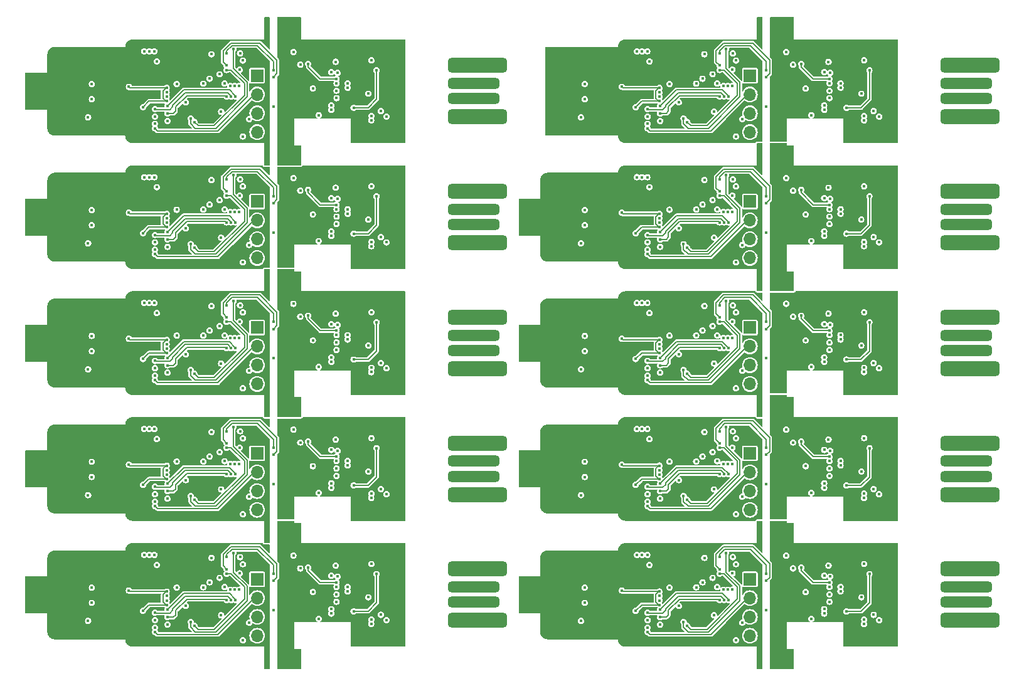
<source format=gbr>
%TF.GenerationSoftware,KiCad,Pcbnew,8.0.4*%
%TF.CreationDate,2024-10-06T23:42:51+02:00*%
%TF.ProjectId,elrs-sim-panel,656c7273-2d73-4696-9d2d-70616e656c2e,rev?*%
%TF.SameCoordinates,Original*%
%TF.FileFunction,Copper,L3,Inr*%
%TF.FilePolarity,Positive*%
%FSLAX46Y46*%
G04 Gerber Fmt 4.6, Leading zero omitted, Abs format (unit mm)*
G04 Created by KiCad (PCBNEW 8.0.4) date 2024-10-06 23:42:51*
%MOMM*%
%LPD*%
G01*
G04 APERTURE LIST*
G04 Aperture macros list*
%AMRoundRect*
0 Rectangle with rounded corners*
0 $1 Rounding radius*
0 $2 $3 $4 $5 $6 $7 $8 $9 X,Y pos of 4 corners*
0 Add a 4 corners polygon primitive as box body*
4,1,4,$2,$3,$4,$5,$6,$7,$8,$9,$2,$3,0*
0 Add four circle primitives for the rounded corners*
1,1,$1+$1,$2,$3*
1,1,$1+$1,$4,$5*
1,1,$1+$1,$6,$7*
1,1,$1+$1,$8,$9*
0 Add four rect primitives between the rounded corners*
20,1,$1+$1,$2,$3,$4,$5,0*
20,1,$1+$1,$4,$5,$6,$7,0*
20,1,$1+$1,$6,$7,$8,$9,0*
20,1,$1+$1,$8,$9,$2,$3,0*%
G04 Aperture macros list end*
%TA.AperFunction,ComponentPad*%
%ADD10RoundRect,0.500000X-3.500000X0.500000X-3.500000X-0.500000X3.500000X-0.500000X3.500000X0.500000X0*%
%TD*%
%TA.AperFunction,ComponentPad*%
%ADD11RoundRect,0.500000X-3.000000X0.250000X-3.000000X-0.250000X3.000000X-0.250000X3.000000X0.250000X0*%
%TD*%
%TA.AperFunction,ComponentPad*%
%ADD12R,1.700000X1.700000*%
%TD*%
%TA.AperFunction,ComponentPad*%
%ADD13O,1.700000X1.700000*%
%TD*%
%TA.AperFunction,ViaPad*%
%ADD14C,0.450000*%
%TD*%
%TA.AperFunction,Conductor*%
%ADD15C,0.200000*%
%TD*%
G04 APERTURE END LIST*
D10*
%TO.N,Board_8-unconnected-(J3-Pin_1-Pad1)*%
%TO.C,J3*%
X66000000Y-79500000D03*
D11*
%TO.N,Board_8-unconnected-(J3-Pin_2-Pad2)*%
X65500000Y-81950000D03*
%TO.N,Board_8-unconnected-(J3-Pin_3-Pad3)*%
X65500000Y-84000000D03*
D10*
%TO.N,Board_8-unconnected-(J3-Pin_4-Pad4)*%
X66000000Y-86450000D03*
%TD*%
%TO.N,Board_0-unconnected-(J3-Pin_1-Pad1)*%
%TO.C,J3*%
X66000000Y-11500000D03*
D11*
%TO.N,Board_0-unconnected-(J3-Pin_2-Pad2)*%
X65500000Y-13950000D03*
%TO.N,Board_0-unconnected-(J3-Pin_3-Pad3)*%
X65500000Y-16000000D03*
D10*
%TO.N,Board_0-unconnected-(J3-Pin_4-Pad4)*%
X66000000Y-18450000D03*
%TD*%
D12*
%TO.N,Board_3-GND*%
%TO.C,J2*%
X102800000Y-29900000D03*
D13*
%TO.N,Board_3-USB_VBUS*%
X102800000Y-32440000D03*
%TO.N,Board_3-Net-(J2-Pin_3)*%
X102800000Y-34980000D03*
%TO.N,Board_3-Net-(J2-Pin_4)*%
X102800000Y-37520000D03*
%TD*%
D12*
%TO.N,Board_5-GND*%
%TO.C,J2*%
X102800000Y-46900000D03*
D13*
%TO.N,Board_5-USB_VBUS*%
X102800000Y-49440000D03*
%TO.N,Board_5-Net-(J2-Pin_3)*%
X102800000Y-51980000D03*
%TO.N,Board_5-Net-(J2-Pin_4)*%
X102800000Y-54520000D03*
%TD*%
D12*
%TO.N,Board_0-GND*%
%TO.C,J2*%
X36300000Y-12900000D03*
D13*
%TO.N,Board_0-USB_VBUS*%
X36300000Y-15440000D03*
%TO.N,Board_0-Net-(J2-Pin_3)*%
X36300000Y-17980000D03*
%TO.N,Board_0-Net-(J2-Pin_4)*%
X36300000Y-20520000D03*
%TD*%
D12*
%TO.N,Board_4-GND*%
%TO.C,J2*%
X36300000Y-46900000D03*
D13*
%TO.N,Board_4-USB_VBUS*%
X36300000Y-49440000D03*
%TO.N,Board_4-Net-(J2-Pin_3)*%
X36300000Y-51980000D03*
%TO.N,Board_4-Net-(J2-Pin_4)*%
X36300000Y-54520000D03*
%TD*%
D10*
%TO.N,Board_2-unconnected-(J3-Pin_1-Pad1)*%
%TO.C,J3*%
X66000000Y-28500000D03*
D11*
%TO.N,Board_2-unconnected-(J3-Pin_2-Pad2)*%
X65500000Y-30950000D03*
%TO.N,Board_2-unconnected-(J3-Pin_3-Pad3)*%
X65500000Y-33000000D03*
D10*
%TO.N,Board_2-unconnected-(J3-Pin_4-Pad4)*%
X66000000Y-35450000D03*
%TD*%
D12*
%TO.N,Board_1-GND*%
%TO.C,J2*%
X102800000Y-12900000D03*
D13*
%TO.N,Board_1-USB_VBUS*%
X102800000Y-15440000D03*
%TO.N,Board_1-Net-(J2-Pin_3)*%
X102800000Y-17980000D03*
%TO.N,Board_1-Net-(J2-Pin_4)*%
X102800000Y-20520000D03*
%TD*%
D10*
%TO.N,Board_9-unconnected-(J3-Pin_1-Pad1)*%
%TO.C,J3*%
X132500000Y-79500000D03*
D11*
%TO.N,Board_9-unconnected-(J3-Pin_2-Pad2)*%
X132000000Y-81950000D03*
%TO.N,Board_9-unconnected-(J3-Pin_3-Pad3)*%
X132000000Y-84000000D03*
D10*
%TO.N,Board_9-unconnected-(J3-Pin_4-Pad4)*%
X132500000Y-86450000D03*
%TD*%
%TO.N,Board_4-unconnected-(J3-Pin_1-Pad1)*%
%TO.C,J3*%
X66000000Y-45500000D03*
D11*
%TO.N,Board_4-unconnected-(J3-Pin_2-Pad2)*%
X65500000Y-47950000D03*
%TO.N,Board_4-unconnected-(J3-Pin_3-Pad3)*%
X65500000Y-50000000D03*
D10*
%TO.N,Board_4-unconnected-(J3-Pin_4-Pad4)*%
X66000000Y-52450000D03*
%TD*%
D12*
%TO.N,Board_9-GND*%
%TO.C,J2*%
X102800000Y-80900000D03*
D13*
%TO.N,Board_9-USB_VBUS*%
X102800000Y-83440000D03*
%TO.N,Board_9-Net-(J2-Pin_3)*%
X102800000Y-85980000D03*
%TO.N,Board_9-Net-(J2-Pin_4)*%
X102800000Y-88520000D03*
%TD*%
D12*
%TO.N,Board_2-GND*%
%TO.C,J2*%
X36300000Y-29900000D03*
D13*
%TO.N,Board_2-USB_VBUS*%
X36300000Y-32440000D03*
%TO.N,Board_2-Net-(J2-Pin_3)*%
X36300000Y-34980000D03*
%TO.N,Board_2-Net-(J2-Pin_4)*%
X36300000Y-37520000D03*
%TD*%
D10*
%TO.N,Board_3-unconnected-(J3-Pin_1-Pad1)*%
%TO.C,J3*%
X132500000Y-28500000D03*
D11*
%TO.N,Board_3-unconnected-(J3-Pin_2-Pad2)*%
X132000000Y-30950000D03*
%TO.N,Board_3-unconnected-(J3-Pin_3-Pad3)*%
X132000000Y-33000000D03*
D10*
%TO.N,Board_3-unconnected-(J3-Pin_4-Pad4)*%
X132500000Y-35450000D03*
%TD*%
%TO.N,Board_1-unconnected-(J3-Pin_1-Pad1)*%
%TO.C,J3*%
X132500000Y-11500000D03*
D11*
%TO.N,Board_1-unconnected-(J3-Pin_2-Pad2)*%
X132000000Y-13950000D03*
%TO.N,Board_1-unconnected-(J3-Pin_3-Pad3)*%
X132000000Y-16000000D03*
D10*
%TO.N,Board_1-unconnected-(J3-Pin_4-Pad4)*%
X132500000Y-18450000D03*
%TD*%
D12*
%TO.N,Board_6-GND*%
%TO.C,J2*%
X36300000Y-63900000D03*
D13*
%TO.N,Board_6-USB_VBUS*%
X36300000Y-66440000D03*
%TO.N,Board_6-Net-(J2-Pin_3)*%
X36300000Y-68980000D03*
%TO.N,Board_6-Net-(J2-Pin_4)*%
X36300000Y-71520000D03*
%TD*%
D12*
%TO.N,Board_8-GND*%
%TO.C,J2*%
X36300000Y-80900000D03*
D13*
%TO.N,Board_8-USB_VBUS*%
X36300000Y-83440000D03*
%TO.N,Board_8-Net-(J2-Pin_3)*%
X36300000Y-85980000D03*
%TO.N,Board_8-Net-(J2-Pin_4)*%
X36300000Y-88520000D03*
%TD*%
D12*
%TO.N,Board_7-GND*%
%TO.C,J2*%
X102800000Y-63900000D03*
D13*
%TO.N,Board_7-USB_VBUS*%
X102800000Y-66440000D03*
%TO.N,Board_7-Net-(J2-Pin_3)*%
X102800000Y-68980000D03*
%TO.N,Board_7-Net-(J2-Pin_4)*%
X102800000Y-71520000D03*
%TD*%
D10*
%TO.N,Board_7-unconnected-(J3-Pin_1-Pad1)*%
%TO.C,J3*%
X132500000Y-62500000D03*
D11*
%TO.N,Board_7-unconnected-(J3-Pin_2-Pad2)*%
X132000000Y-64950000D03*
%TO.N,Board_7-unconnected-(J3-Pin_3-Pad3)*%
X132000000Y-67000000D03*
D10*
%TO.N,Board_7-unconnected-(J3-Pin_4-Pad4)*%
X132500000Y-69450000D03*
%TD*%
%TO.N,Board_6-unconnected-(J3-Pin_1-Pad1)*%
%TO.C,J3*%
X66000000Y-62500000D03*
D11*
%TO.N,Board_6-unconnected-(J3-Pin_2-Pad2)*%
X65500000Y-64950000D03*
%TO.N,Board_6-unconnected-(J3-Pin_3-Pad3)*%
X65500000Y-67000000D03*
D10*
%TO.N,Board_6-unconnected-(J3-Pin_4-Pad4)*%
X66000000Y-69450000D03*
%TD*%
%TO.N,Board_5-unconnected-(J3-Pin_1-Pad1)*%
%TO.C,J3*%
X132500000Y-45500000D03*
D11*
%TO.N,Board_5-unconnected-(J3-Pin_2-Pad2)*%
X132000000Y-47950000D03*
%TO.N,Board_5-unconnected-(J3-Pin_3-Pad3)*%
X132000000Y-50000000D03*
D10*
%TO.N,Board_5-unconnected-(J3-Pin_4-Pad4)*%
X132500000Y-52450000D03*
%TD*%
D14*
%TO.N,Board_0-+3.3V*%
X33150000Y-20750000D03*
X27300000Y-21200000D03*
X20900000Y-17750000D03*
X29350000Y-16350000D03*
X24600000Y-11900000D03*
X24600000Y-21200000D03*
X25900000Y-11900000D03*
X27700000Y-10400000D03*
X37200000Y-11100000D03*
X31250000Y-10300000D03*
%TO.N,Board_0-+3.3V_SW*%
X43300000Y-17800000D03*
X40300000Y-10900000D03*
X41800000Y-17900000D03*
X41325000Y-15125000D03*
X31250000Y-12700000D03*
X34000000Y-9900000D03*
X47625003Y-15925000D03*
X47200000Y-18100000D03*
X45950000Y-10000000D03*
X38500000Y-17050000D03*
%TO.N,Board_0-BUSY*%
X47150000Y-12525000D03*
X42125000Y-11425000D03*
%TO.N,Board_0-DIO_1*%
X48525000Y-14525000D03*
X46325000Y-12425000D03*
%TO.N,Board_0-ESP_BOOT*%
X47025000Y-13325000D03*
X43200000Y-11300000D03*
%TO.N,Board_0-ESP_LED*%
X41200000Y-9700000D03*
X46325000Y-17525000D03*
%TO.N,Board_0-ESP_MISO*%
X47025000Y-15925000D03*
X51725000Y-18325000D03*
%TO.N,Board_0-ESP_MOSI*%
X51698938Y-18924436D03*
X47025000Y-14925000D03*
%TO.N,Board_0-ESP_SCK*%
X46325000Y-16925000D03*
X53000020Y-17695003D03*
%TO.N,Board_0-GND*%
X44605000Y-18225000D03*
X26700000Y-16500000D03*
X46905000Y-11025000D03*
X51325000Y-15325000D03*
X43825000Y-14625000D03*
X31900000Y-13950000D03*
X31450000Y-17750000D03*
%TO.N,Board_0-IRS*%
X52425000Y-12180000D03*
X49325000Y-17225000D03*
%TO.N,Board_0-NRST*%
X47025000Y-13925000D03*
X51725000Y-10825000D03*
%TO.N,Board_0-NSS*%
X48525000Y-13925000D03*
X53750000Y-18400000D03*
%TO.N,Board_0-Net-(U1-USB_DM)*%
X24100000Y-15150000D03*
X22450000Y-9600000D03*
%TO.N,Board_0-Net-(U1-USB_DP)*%
X24100000Y-15750000D03*
X22750000Y-10950000D03*
%TO.N,Board_0-Net-(U1-VREG_VOUT)*%
X20900000Y-17149997D03*
X29050000Y-13975000D03*
X24100000Y-14549997D03*
X19000000Y-14400000D03*
X24100000Y-16350003D03*
%TO.N,Board_0-QSPI_SCLK*%
X32800000Y-15700000D03*
X22499381Y-17400341D03*
%TO.N,Board_0-QSPI_SD0*%
X32200000Y-15700000D03*
X24200000Y-18000000D03*
%TO.N,Board_0-QSPI_SD1*%
X24200000Y-19000000D03*
X33300244Y-14300000D03*
%TO.N,Board_0-QSPI_SD2*%
X22500000Y-18400000D03*
X32700241Y-14300000D03*
%TO.N,Board_0-QSPI_SD3*%
X33400003Y-15700000D03*
X24200000Y-17000000D03*
%TO.N,Board_0-QSPI_SS*%
X33900247Y-14300000D03*
X29900000Y-13300000D03*
X22500000Y-19400000D03*
%TO.N,Board_0-RP2040_LED*%
X25450000Y-14000000D03*
X30150000Y-10000000D03*
%TO.N,Board_0-RP2040_RX*%
X32200000Y-12125003D03*
X27850000Y-19150000D03*
%TO.N,Board_0-RP2040_RX_NC*%
X35250000Y-18750000D03*
X33950000Y-12100000D03*
%TO.N,Board_0-RP2040_RX_NO*%
X38500000Y-13100000D03*
X32200000Y-11525000D03*
%TO.N,Board_0-RP2040_TX*%
X33100000Y-9325000D03*
X27350000Y-18650000D03*
%TO.N,Board_0-RP2040_TX_NC*%
X34400000Y-10850000D03*
X34400000Y-21100000D03*
%TO.N,Board_0-RP2040_TX_NO*%
X32200000Y-9900000D03*
X38500000Y-12150000D03*
%TO.N,Board_0-USB_DN*%
X21750000Y-9600000D03*
X14000000Y-16075000D03*
%TO.N,Board_0-USB_DP*%
X21050000Y-9600000D03*
X14000000Y-14025000D03*
%TO.N,Board_0-USB_VBUS*%
X22500000Y-20000000D03*
X13500000Y-18525000D03*
%TO.N,Board_1-+3.3V*%
X103700000Y-11100000D03*
X99650000Y-20750000D03*
X93800000Y-21200000D03*
X92400000Y-11900000D03*
X87400000Y-17750000D03*
X91100000Y-11900000D03*
X95850000Y-16350000D03*
X91100000Y-21200000D03*
X94200000Y-10400000D03*
X97750000Y-10300000D03*
%TO.N,Board_1-+3.3V_SW*%
X97750000Y-12700000D03*
X106800000Y-10900000D03*
X108300000Y-17900000D03*
X109800000Y-17800000D03*
X107825000Y-15125000D03*
X113700000Y-18100000D03*
X112450000Y-10000000D03*
X100500000Y-9900000D03*
X105000000Y-17050000D03*
X114125003Y-15925000D03*
%TO.N,Board_1-BUSY*%
X108625000Y-11425000D03*
X113650000Y-12525000D03*
%TO.N,Board_1-DIO_1*%
X115025000Y-14525000D03*
X112825000Y-12425000D03*
%TO.N,Board_1-ESP_BOOT*%
X109700000Y-11300000D03*
X113525000Y-13325000D03*
%TO.N,Board_1-ESP_LED*%
X112825000Y-17525000D03*
X107700000Y-9700000D03*
%TO.N,Board_1-ESP_MISO*%
X113525000Y-15925000D03*
X118225000Y-18325000D03*
%TO.N,Board_1-ESP_MOSI*%
X118198938Y-18924436D03*
X113525000Y-14925000D03*
%TO.N,Board_1-ESP_SCK*%
X112825000Y-16925000D03*
X119500020Y-17695003D03*
%TO.N,Board_1-GND*%
X113405000Y-11025000D03*
X110325000Y-14625000D03*
X111105000Y-18225000D03*
X97950000Y-17750000D03*
X93200000Y-16500000D03*
X117825000Y-15325000D03*
X98400000Y-13950000D03*
%TO.N,Board_1-IRS*%
X118925000Y-12180000D03*
X115825000Y-17225000D03*
%TO.N,Board_1-NRST*%
X113525000Y-13925000D03*
X118225000Y-10825000D03*
%TO.N,Board_1-NSS*%
X115025000Y-13925000D03*
X120250000Y-18400000D03*
%TO.N,Board_1-Net-(U1-USB_DM)*%
X88950000Y-9600000D03*
X90600000Y-15150000D03*
%TO.N,Board_1-Net-(U1-USB_DP)*%
X90600000Y-15750000D03*
X89250000Y-10950000D03*
%TO.N,Board_1-Net-(U1-VREG_VOUT)*%
X90600000Y-14549997D03*
X87400000Y-17149997D03*
X85500000Y-14400000D03*
X90600000Y-16350003D03*
X95550000Y-13975000D03*
%TO.N,Board_1-QSPI_SCLK*%
X88999381Y-17400341D03*
X99300000Y-15700000D03*
%TO.N,Board_1-QSPI_SD0*%
X98700000Y-15700000D03*
X90700000Y-18000000D03*
%TO.N,Board_1-QSPI_SD1*%
X90700000Y-19000000D03*
X99800244Y-14300000D03*
%TO.N,Board_1-QSPI_SD2*%
X89000000Y-18400000D03*
X99200241Y-14300000D03*
%TO.N,Board_1-QSPI_SD3*%
X99900003Y-15700000D03*
X90700000Y-17000000D03*
%TO.N,Board_1-QSPI_SS*%
X100400247Y-14300000D03*
X96400000Y-13300000D03*
X89000000Y-19400000D03*
%TO.N,Board_1-RP2040_LED*%
X96650000Y-10000000D03*
X91950000Y-14000000D03*
%TO.N,Board_1-RP2040_RX*%
X98700000Y-12125003D03*
X94350000Y-19150000D03*
%TO.N,Board_1-RP2040_RX_NC*%
X101750000Y-18750000D03*
X100450000Y-12100000D03*
%TO.N,Board_1-RP2040_RX_NO*%
X105000000Y-13100000D03*
X98700000Y-11525000D03*
%TO.N,Board_1-RP2040_TX*%
X93850000Y-18650000D03*
X99600000Y-9325000D03*
%TO.N,Board_1-RP2040_TX_NC*%
X100900000Y-10850000D03*
X100900000Y-21100000D03*
%TO.N,Board_1-RP2040_TX_NO*%
X105000000Y-12150000D03*
X98700000Y-9900000D03*
%TO.N,Board_1-USB_DN*%
X80500000Y-16075000D03*
X88250000Y-9600000D03*
%TO.N,Board_1-USB_DP*%
X80500000Y-14025000D03*
X87550000Y-9600000D03*
%TO.N,Board_1-USB_VBUS*%
X80000000Y-18525000D03*
X89000000Y-20000000D03*
%TO.N,Board_2-+3.3V*%
X27300000Y-38200000D03*
X37200000Y-28100000D03*
X24600000Y-28900000D03*
X27700000Y-27400000D03*
X20900000Y-34750000D03*
X33150000Y-37750000D03*
X25900000Y-28900000D03*
X24600000Y-38200000D03*
X31250000Y-27300000D03*
X29350000Y-33350000D03*
%TO.N,Board_2-+3.3V_SW*%
X43300000Y-34800000D03*
X38500000Y-34050000D03*
X47625003Y-32925000D03*
X34000000Y-26900000D03*
X47200000Y-35100000D03*
X41325000Y-32125000D03*
X31250000Y-29700000D03*
X41800000Y-34900000D03*
X40300000Y-27900000D03*
X45950000Y-27000000D03*
%TO.N,Board_2-BUSY*%
X42125000Y-28425000D03*
X47150000Y-29525000D03*
%TO.N,Board_2-DIO_1*%
X48525000Y-31525000D03*
X46325000Y-29425000D03*
%TO.N,Board_2-ESP_BOOT*%
X47025000Y-30325000D03*
X43200000Y-28300000D03*
%TO.N,Board_2-ESP_LED*%
X46325000Y-34525000D03*
X41200000Y-26700000D03*
%TO.N,Board_2-ESP_MISO*%
X47025000Y-32925000D03*
X51725000Y-35325000D03*
%TO.N,Board_2-ESP_MOSI*%
X47025000Y-31925000D03*
X51698938Y-35924436D03*
%TO.N,Board_2-ESP_SCK*%
X53000020Y-34695003D03*
X46325000Y-33925000D03*
%TO.N,Board_2-GND*%
X31900000Y-30950000D03*
X46905000Y-28025000D03*
X44605000Y-35225000D03*
X26700000Y-33500000D03*
X51325000Y-32325000D03*
X43825000Y-31625000D03*
X31450000Y-34750000D03*
%TO.N,Board_2-IRS*%
X49325000Y-34225000D03*
X52425000Y-29180000D03*
%TO.N,Board_2-NRST*%
X51725000Y-27825000D03*
X47025000Y-30925000D03*
%TO.N,Board_2-NSS*%
X48525000Y-30925000D03*
X53750000Y-35400000D03*
%TO.N,Board_2-Net-(U1-USB_DM)*%
X24100000Y-32150000D03*
X22450000Y-26600000D03*
%TO.N,Board_2-Net-(U1-USB_DP)*%
X24100000Y-32750000D03*
X22750000Y-27950000D03*
%TO.N,Board_2-Net-(U1-VREG_VOUT)*%
X19000000Y-31400000D03*
X20900000Y-34149997D03*
X24100000Y-31549997D03*
X24100000Y-33350003D03*
X29050000Y-30975000D03*
%TO.N,Board_2-QSPI_SCLK*%
X22499381Y-34400341D03*
X32800000Y-32700000D03*
%TO.N,Board_2-QSPI_SD0*%
X24200000Y-35000000D03*
X32200000Y-32700000D03*
%TO.N,Board_2-QSPI_SD1*%
X33300244Y-31300000D03*
X24200000Y-36000000D03*
%TO.N,Board_2-QSPI_SD2*%
X22500000Y-35400000D03*
X32700241Y-31300000D03*
%TO.N,Board_2-QSPI_SD3*%
X24200000Y-34000000D03*
X33400003Y-32700000D03*
%TO.N,Board_2-QSPI_SS*%
X33900247Y-31300000D03*
X29900000Y-30300000D03*
X22500000Y-36400000D03*
%TO.N,Board_2-RP2040_LED*%
X25450000Y-31000000D03*
X30150000Y-27000000D03*
%TO.N,Board_2-RP2040_RX*%
X27850000Y-36150000D03*
X32200000Y-29125003D03*
%TO.N,Board_2-RP2040_RX_NC*%
X35250000Y-35750000D03*
X33950000Y-29100000D03*
%TO.N,Board_2-RP2040_RX_NO*%
X32200000Y-28525000D03*
X38500000Y-30100000D03*
%TO.N,Board_2-RP2040_TX*%
X27350000Y-35650000D03*
X33100000Y-26325000D03*
%TO.N,Board_2-RP2040_TX_NC*%
X34400000Y-38100000D03*
X34400000Y-27850000D03*
%TO.N,Board_2-RP2040_TX_NO*%
X38500000Y-29150000D03*
X32200000Y-26900000D03*
%TO.N,Board_2-USB_DN*%
X14000000Y-33075000D03*
X21750000Y-26600000D03*
%TO.N,Board_2-USB_DP*%
X14000000Y-31025000D03*
X21050000Y-26600000D03*
%TO.N,Board_2-USB_VBUS*%
X13500000Y-35525000D03*
X22500000Y-37000000D03*
%TO.N,Board_3-+3.3V*%
X92400000Y-28900000D03*
X93800000Y-38200000D03*
X91100000Y-38200000D03*
X91100000Y-28900000D03*
X87400000Y-34750000D03*
X94200000Y-27400000D03*
X97750000Y-27300000D03*
X95850000Y-33350000D03*
X103700000Y-28100000D03*
X99650000Y-37750000D03*
%TO.N,Board_3-+3.3V_SW*%
X113700000Y-35100000D03*
X107825000Y-32125000D03*
X108300000Y-34900000D03*
X105000000Y-34050000D03*
X106800000Y-27900000D03*
X114125003Y-32925000D03*
X100500000Y-26900000D03*
X97750000Y-29700000D03*
X109800000Y-34800000D03*
X112450000Y-27000000D03*
%TO.N,Board_3-BUSY*%
X108625000Y-28425000D03*
X113650000Y-29525000D03*
%TO.N,Board_3-DIO_1*%
X115025000Y-31525000D03*
X112825000Y-29425000D03*
%TO.N,Board_3-ESP_BOOT*%
X113525000Y-30325000D03*
X109700000Y-28300000D03*
%TO.N,Board_3-ESP_LED*%
X112825000Y-34525000D03*
X107700000Y-26700000D03*
%TO.N,Board_3-ESP_MISO*%
X118225000Y-35325000D03*
X113525000Y-32925000D03*
%TO.N,Board_3-ESP_MOSI*%
X113525000Y-31925000D03*
X118198938Y-35924436D03*
%TO.N,Board_3-ESP_SCK*%
X112825000Y-33925000D03*
X119500020Y-34695003D03*
%TO.N,Board_3-GND*%
X117825000Y-32325000D03*
X97950000Y-34750000D03*
X113405000Y-28025000D03*
X98400000Y-30950000D03*
X111105000Y-35225000D03*
X110325000Y-31625000D03*
X93200000Y-33500000D03*
%TO.N,Board_3-IRS*%
X115825000Y-34225000D03*
X118925000Y-29180000D03*
%TO.N,Board_3-NRST*%
X113525000Y-30925000D03*
X118225000Y-27825000D03*
%TO.N,Board_3-NSS*%
X115025000Y-30925000D03*
X120250000Y-35400000D03*
%TO.N,Board_3-Net-(U1-USB_DM)*%
X90600000Y-32150000D03*
X88950000Y-26600000D03*
%TO.N,Board_3-Net-(U1-USB_DP)*%
X90600000Y-32750000D03*
X89250000Y-27950000D03*
%TO.N,Board_3-Net-(U1-VREG_VOUT)*%
X95550000Y-30975000D03*
X85500000Y-31400000D03*
X87400000Y-34149997D03*
X90600000Y-33350003D03*
X90600000Y-31549997D03*
%TO.N,Board_3-QSPI_SCLK*%
X99300000Y-32700000D03*
X88999381Y-34400341D03*
%TO.N,Board_3-QSPI_SD0*%
X98700000Y-32700000D03*
X90700000Y-35000000D03*
%TO.N,Board_3-QSPI_SD1*%
X99800244Y-31300000D03*
X90700000Y-36000000D03*
%TO.N,Board_3-QSPI_SD2*%
X89000000Y-35400000D03*
X99200241Y-31300000D03*
%TO.N,Board_3-QSPI_SD3*%
X90700000Y-34000000D03*
X99900003Y-32700000D03*
%TO.N,Board_3-QSPI_SS*%
X96400000Y-30300000D03*
X89000000Y-36400000D03*
X100400247Y-31300000D03*
%TO.N,Board_3-RP2040_LED*%
X96650000Y-27000000D03*
X91950000Y-31000000D03*
%TO.N,Board_3-RP2040_RX*%
X94350000Y-36150000D03*
X98700000Y-29125003D03*
%TO.N,Board_3-RP2040_RX_NC*%
X100450000Y-29100000D03*
X101750000Y-35750000D03*
%TO.N,Board_3-RP2040_RX_NO*%
X105000000Y-30100000D03*
X98700000Y-28525000D03*
%TO.N,Board_3-RP2040_TX*%
X99600000Y-26325000D03*
X93850000Y-35650000D03*
%TO.N,Board_3-RP2040_TX_NC*%
X100900000Y-27850000D03*
X100900000Y-38100000D03*
%TO.N,Board_3-RP2040_TX_NO*%
X105000000Y-29150000D03*
X98700000Y-26900000D03*
%TO.N,Board_3-USB_DN*%
X80500000Y-33075000D03*
X88250000Y-26600000D03*
%TO.N,Board_3-USB_DP*%
X80500000Y-31025000D03*
X87550000Y-26600000D03*
%TO.N,Board_3-USB_VBUS*%
X80000000Y-35525000D03*
X89000000Y-37000000D03*
%TO.N,Board_4-+3.3V*%
X33150000Y-54750000D03*
X27700000Y-44400000D03*
X24600000Y-55200000D03*
X25900000Y-45900000D03*
X27300000Y-55200000D03*
X20900000Y-51750000D03*
X29350000Y-50350000D03*
X24600000Y-45900000D03*
X37200000Y-45100000D03*
X31250000Y-44300000D03*
%TO.N,Board_4-+3.3V_SW*%
X40300000Y-44900000D03*
X41325000Y-49125000D03*
X47625003Y-49925000D03*
X34000000Y-43900000D03*
X41800000Y-51900000D03*
X45950000Y-44000000D03*
X38500000Y-51050000D03*
X31250000Y-46700000D03*
X47200000Y-52100000D03*
X43300000Y-51800000D03*
%TO.N,Board_4-BUSY*%
X47150000Y-46525000D03*
X42125000Y-45425000D03*
%TO.N,Board_4-DIO_1*%
X48525000Y-48525000D03*
X46325000Y-46425000D03*
%TO.N,Board_4-ESP_BOOT*%
X43200000Y-45300000D03*
X47025000Y-47325000D03*
%TO.N,Board_4-ESP_LED*%
X41200000Y-43700000D03*
X46325000Y-51525000D03*
%TO.N,Board_4-ESP_MISO*%
X51725000Y-52325000D03*
X47025000Y-49925000D03*
%TO.N,Board_4-ESP_MOSI*%
X51698938Y-52924436D03*
X47025000Y-48925000D03*
%TO.N,Board_4-ESP_SCK*%
X53000020Y-51695003D03*
X46325000Y-50925000D03*
%TO.N,Board_4-GND*%
X43825000Y-48625000D03*
X31900000Y-47950000D03*
X26700000Y-50500000D03*
X51325000Y-49325000D03*
X44605000Y-52225000D03*
X46905000Y-45025000D03*
X31450000Y-51750000D03*
%TO.N,Board_4-IRS*%
X52425000Y-46180000D03*
X49325000Y-51225000D03*
%TO.N,Board_4-NRST*%
X51725000Y-44825000D03*
X47025000Y-47925000D03*
%TO.N,Board_4-NSS*%
X48525000Y-47925000D03*
X53750000Y-52400000D03*
%TO.N,Board_4-Net-(U1-USB_DM)*%
X24100000Y-49150000D03*
X22450000Y-43600000D03*
%TO.N,Board_4-Net-(U1-USB_DP)*%
X24100000Y-49750000D03*
X22750000Y-44950000D03*
%TO.N,Board_4-Net-(U1-VREG_VOUT)*%
X29050000Y-47975000D03*
X20900000Y-51149997D03*
X24100000Y-48549997D03*
X24100000Y-50350003D03*
X19000000Y-48400000D03*
%TO.N,Board_4-QSPI_SCLK*%
X22499381Y-51400341D03*
X32800000Y-49700000D03*
%TO.N,Board_4-QSPI_SD0*%
X24200000Y-52000000D03*
X32200000Y-49700000D03*
%TO.N,Board_4-QSPI_SD1*%
X33300244Y-48300000D03*
X24200000Y-53000000D03*
%TO.N,Board_4-QSPI_SD2*%
X32700241Y-48300000D03*
X22500000Y-52400000D03*
%TO.N,Board_4-QSPI_SD3*%
X24200000Y-51000000D03*
X33400003Y-49700000D03*
%TO.N,Board_4-QSPI_SS*%
X22500000Y-53400000D03*
X29900000Y-47300000D03*
X33900247Y-48300000D03*
%TO.N,Board_4-RP2040_LED*%
X25450000Y-48000000D03*
X30150000Y-44000000D03*
%TO.N,Board_4-RP2040_RX*%
X27850000Y-53150000D03*
X32200000Y-46125003D03*
%TO.N,Board_4-RP2040_RX_NC*%
X35250000Y-52750000D03*
X33950000Y-46100000D03*
%TO.N,Board_4-RP2040_RX_NO*%
X32200000Y-45525000D03*
X38500000Y-47100000D03*
%TO.N,Board_4-RP2040_TX*%
X33100000Y-43325000D03*
X27350000Y-52650000D03*
%TO.N,Board_4-RP2040_TX_NC*%
X34400000Y-55100000D03*
X34400000Y-44850000D03*
%TO.N,Board_4-RP2040_TX_NO*%
X32200000Y-43900000D03*
X38500000Y-46150000D03*
%TO.N,Board_4-USB_DN*%
X14000000Y-50075000D03*
X21750000Y-43600000D03*
%TO.N,Board_4-USB_DP*%
X14000000Y-48025000D03*
X21050000Y-43600000D03*
%TO.N,Board_4-USB_VBUS*%
X13500000Y-52525000D03*
X22500000Y-54000000D03*
%TO.N,Board_5-+3.3V*%
X95850000Y-50350000D03*
X87400000Y-51750000D03*
X92400000Y-45900000D03*
X99650000Y-54750000D03*
X93800000Y-55200000D03*
X94200000Y-44400000D03*
X91100000Y-45900000D03*
X91100000Y-55200000D03*
X97750000Y-44300000D03*
X103700000Y-45100000D03*
%TO.N,Board_5-+3.3V_SW*%
X105000000Y-51050000D03*
X108300000Y-51900000D03*
X112450000Y-44000000D03*
X97750000Y-46700000D03*
X114125003Y-49925000D03*
X107825000Y-49125000D03*
X106800000Y-44900000D03*
X113700000Y-52100000D03*
X100500000Y-43900000D03*
X109800000Y-51800000D03*
%TO.N,Board_5-BUSY*%
X113650000Y-46525000D03*
X108625000Y-45425000D03*
%TO.N,Board_5-DIO_1*%
X115025000Y-48525000D03*
X112825000Y-46425000D03*
%TO.N,Board_5-ESP_BOOT*%
X109700000Y-45300000D03*
X113525000Y-47325000D03*
%TO.N,Board_5-ESP_LED*%
X112825000Y-51525000D03*
X107700000Y-43700000D03*
%TO.N,Board_5-ESP_MISO*%
X113525000Y-49925000D03*
X118225000Y-52325000D03*
%TO.N,Board_5-ESP_MOSI*%
X113525000Y-48925000D03*
X118198938Y-52924436D03*
%TO.N,Board_5-ESP_SCK*%
X119500020Y-51695003D03*
X112825000Y-50925000D03*
%TO.N,Board_5-GND*%
X113405000Y-45025000D03*
X117825000Y-49325000D03*
X110325000Y-48625000D03*
X111105000Y-52225000D03*
X97950000Y-51750000D03*
X93200000Y-50500000D03*
X98400000Y-47950000D03*
%TO.N,Board_5-IRS*%
X115825000Y-51225000D03*
X118925000Y-46180000D03*
%TO.N,Board_5-NRST*%
X113525000Y-47925000D03*
X118225000Y-44825000D03*
%TO.N,Board_5-NSS*%
X115025000Y-47925000D03*
X120250000Y-52400000D03*
%TO.N,Board_5-Net-(U1-USB_DM)*%
X90600000Y-49150000D03*
X88950000Y-43600000D03*
%TO.N,Board_5-Net-(U1-USB_DP)*%
X90600000Y-49750000D03*
X89250000Y-44950000D03*
%TO.N,Board_5-Net-(U1-VREG_VOUT)*%
X85500000Y-48400000D03*
X95550000Y-47975000D03*
X90600000Y-48549997D03*
X90600000Y-50350003D03*
X87400000Y-51149997D03*
%TO.N,Board_5-QSPI_SCLK*%
X88999381Y-51400341D03*
X99300000Y-49700000D03*
%TO.N,Board_5-QSPI_SD0*%
X98700000Y-49700000D03*
X90700000Y-52000000D03*
%TO.N,Board_5-QSPI_SD1*%
X99800244Y-48300000D03*
X90700000Y-53000000D03*
%TO.N,Board_5-QSPI_SD2*%
X89000000Y-52400000D03*
X99200241Y-48300000D03*
%TO.N,Board_5-QSPI_SD3*%
X99900003Y-49700000D03*
X90700000Y-51000000D03*
%TO.N,Board_5-QSPI_SS*%
X96400000Y-47300000D03*
X89000000Y-53400000D03*
X100400247Y-48300000D03*
%TO.N,Board_5-RP2040_LED*%
X91950000Y-48000000D03*
X96650000Y-44000000D03*
%TO.N,Board_5-RP2040_RX*%
X94350000Y-53150000D03*
X98700000Y-46125003D03*
%TO.N,Board_5-RP2040_RX_NC*%
X101750000Y-52750000D03*
X100450000Y-46100000D03*
%TO.N,Board_5-RP2040_RX_NO*%
X98700000Y-45525000D03*
X105000000Y-47100000D03*
%TO.N,Board_5-RP2040_TX*%
X93850000Y-52650000D03*
X99600000Y-43325000D03*
%TO.N,Board_5-RP2040_TX_NC*%
X100900000Y-44850000D03*
X100900000Y-55100000D03*
%TO.N,Board_5-RP2040_TX_NO*%
X98700000Y-43900000D03*
X105000000Y-46150000D03*
%TO.N,Board_5-USB_DN*%
X80500000Y-50075000D03*
X88250000Y-43600000D03*
%TO.N,Board_5-USB_DP*%
X87550000Y-43600000D03*
X80500000Y-48025000D03*
%TO.N,Board_5-USB_VBUS*%
X80000000Y-52525000D03*
X89000000Y-54000000D03*
%TO.N,Board_6-+3.3V*%
X24600000Y-62900000D03*
X25900000Y-62900000D03*
X33150000Y-71750000D03*
X27300000Y-72200000D03*
X37200000Y-62100000D03*
X24600000Y-72200000D03*
X27700000Y-61400000D03*
X29350000Y-67350000D03*
X31250000Y-61300000D03*
X20900000Y-68750000D03*
%TO.N,Board_6-+3.3V_SW*%
X40300000Y-61900000D03*
X45950000Y-61000000D03*
X31250000Y-63700000D03*
X43300000Y-68800000D03*
X47625003Y-66925000D03*
X34000000Y-60900000D03*
X38500000Y-68050000D03*
X41800000Y-68900000D03*
X41325000Y-66125000D03*
X47200000Y-69100000D03*
%TO.N,Board_6-BUSY*%
X47150000Y-63525000D03*
X42125000Y-62425000D03*
%TO.N,Board_6-DIO_1*%
X48525000Y-65525000D03*
X46325000Y-63425000D03*
%TO.N,Board_6-ESP_BOOT*%
X47025000Y-64325000D03*
X43200000Y-62300000D03*
%TO.N,Board_6-ESP_LED*%
X46325000Y-68525000D03*
X41200000Y-60700000D03*
%TO.N,Board_6-ESP_MISO*%
X51725000Y-69325000D03*
X47025000Y-66925000D03*
%TO.N,Board_6-ESP_MOSI*%
X51698938Y-69924436D03*
X47025000Y-65925000D03*
%TO.N,Board_6-ESP_SCK*%
X46325000Y-67925000D03*
X53000020Y-68695003D03*
%TO.N,Board_6-GND*%
X46905000Y-62025000D03*
X51325000Y-66325000D03*
X43825000Y-65625000D03*
X44605000Y-69225000D03*
X31450000Y-68750000D03*
X31900000Y-64950000D03*
X26700000Y-67500000D03*
%TO.N,Board_6-IRS*%
X49325000Y-68225000D03*
X52425000Y-63180000D03*
%TO.N,Board_6-NRST*%
X47025000Y-64925000D03*
X51725000Y-61825000D03*
%TO.N,Board_6-NSS*%
X48525000Y-64925000D03*
X53750000Y-69400000D03*
%TO.N,Board_6-Net-(U1-USB_DM)*%
X24100000Y-66150000D03*
X22450000Y-60600000D03*
%TO.N,Board_6-Net-(U1-USB_DP)*%
X22750000Y-61950000D03*
X24100000Y-66750000D03*
%TO.N,Board_6-Net-(U1-VREG_VOUT)*%
X24100000Y-67350003D03*
X29050000Y-64975000D03*
X24100000Y-65549997D03*
X19000000Y-65400000D03*
X20900000Y-68149997D03*
%TO.N,Board_6-QSPI_SCLK*%
X22499381Y-68400341D03*
X32800000Y-66700000D03*
%TO.N,Board_6-QSPI_SD0*%
X32200000Y-66700000D03*
X24200000Y-69000000D03*
%TO.N,Board_6-QSPI_SD1*%
X33300244Y-65300000D03*
X24200000Y-70000000D03*
%TO.N,Board_6-QSPI_SD2*%
X22500000Y-69400000D03*
X32700241Y-65300000D03*
%TO.N,Board_6-QSPI_SD3*%
X24200000Y-68000000D03*
X33400003Y-66700000D03*
%TO.N,Board_6-QSPI_SS*%
X22500000Y-70400000D03*
X29900000Y-64300000D03*
X33900247Y-65300000D03*
%TO.N,Board_6-RP2040_LED*%
X30150000Y-61000000D03*
X25450000Y-65000000D03*
%TO.N,Board_6-RP2040_RX*%
X27850000Y-70150000D03*
X32200000Y-63125003D03*
%TO.N,Board_6-RP2040_RX_NC*%
X33950000Y-63100000D03*
X35250000Y-69750000D03*
%TO.N,Board_6-RP2040_RX_NO*%
X32200000Y-62525000D03*
X38500000Y-64100000D03*
%TO.N,Board_6-RP2040_TX*%
X27350000Y-69650000D03*
X33100000Y-60325000D03*
%TO.N,Board_6-RP2040_TX_NC*%
X34400000Y-61850000D03*
X34400000Y-72100000D03*
%TO.N,Board_6-RP2040_TX_NO*%
X38500000Y-63150000D03*
X32200000Y-60900000D03*
%TO.N,Board_6-USB_DN*%
X21750000Y-60600000D03*
X14000000Y-67075000D03*
%TO.N,Board_6-USB_DP*%
X21050000Y-60600000D03*
X14000000Y-65025000D03*
%TO.N,Board_6-USB_VBUS*%
X22500000Y-71000000D03*
X13500000Y-69525000D03*
%TO.N,Board_7-+3.3V*%
X92400000Y-62900000D03*
X91100000Y-72200000D03*
X94200000Y-61400000D03*
X91100000Y-62900000D03*
X95850000Y-67350000D03*
X99650000Y-71750000D03*
X93800000Y-72200000D03*
X103700000Y-62100000D03*
X97750000Y-61300000D03*
X87400000Y-68750000D03*
%TO.N,Board_7-+3.3V_SW*%
X105000000Y-68050000D03*
X114125003Y-66925000D03*
X97750000Y-63700000D03*
X109800000Y-68800000D03*
X108300000Y-68900000D03*
X106800000Y-61900000D03*
X100500000Y-60900000D03*
X112450000Y-61000000D03*
X107825000Y-66125000D03*
X113700000Y-69100000D03*
%TO.N,Board_7-BUSY*%
X113650000Y-63525000D03*
X108625000Y-62425000D03*
%TO.N,Board_7-DIO_1*%
X112825000Y-63425000D03*
X115025000Y-65525000D03*
%TO.N,Board_7-ESP_BOOT*%
X113525000Y-64325000D03*
X109700000Y-62300000D03*
%TO.N,Board_7-ESP_LED*%
X107700000Y-60700000D03*
X112825000Y-68525000D03*
%TO.N,Board_7-ESP_MISO*%
X118225000Y-69325000D03*
X113525000Y-66925000D03*
%TO.N,Board_7-ESP_MOSI*%
X113525000Y-65925000D03*
X118198938Y-69924436D03*
%TO.N,Board_7-ESP_SCK*%
X112825000Y-67925000D03*
X119500020Y-68695003D03*
%TO.N,Board_7-GND*%
X113405000Y-62025000D03*
X111105000Y-69225000D03*
X98400000Y-64950000D03*
X97950000Y-68750000D03*
X117825000Y-66325000D03*
X93200000Y-67500000D03*
X110325000Y-65625000D03*
%TO.N,Board_7-IRS*%
X118925000Y-63180000D03*
X115825000Y-68225000D03*
%TO.N,Board_7-NRST*%
X113525000Y-64925000D03*
X118225000Y-61825000D03*
%TO.N,Board_7-NSS*%
X115025000Y-64925000D03*
X120250000Y-69400000D03*
%TO.N,Board_7-Net-(U1-USB_DM)*%
X88950000Y-60600000D03*
X90600000Y-66150000D03*
%TO.N,Board_7-Net-(U1-USB_DP)*%
X89250000Y-61950000D03*
X90600000Y-66750000D03*
%TO.N,Board_7-Net-(U1-VREG_VOUT)*%
X90600000Y-65549997D03*
X90600000Y-67350003D03*
X85500000Y-65400000D03*
X87400000Y-68149997D03*
X95550000Y-64975000D03*
%TO.N,Board_7-QSPI_SCLK*%
X99300000Y-66700000D03*
X88999381Y-68400341D03*
%TO.N,Board_7-QSPI_SD0*%
X98700000Y-66700000D03*
X90700000Y-69000000D03*
%TO.N,Board_7-QSPI_SD1*%
X90700000Y-70000000D03*
X99800244Y-65300000D03*
%TO.N,Board_7-QSPI_SD2*%
X99200241Y-65300000D03*
X89000000Y-69400000D03*
%TO.N,Board_7-QSPI_SD3*%
X99900003Y-66700000D03*
X90700000Y-68000000D03*
%TO.N,Board_7-QSPI_SS*%
X100400247Y-65300000D03*
X96400000Y-64300000D03*
X89000000Y-70400000D03*
%TO.N,Board_7-RP2040_LED*%
X91950000Y-65000000D03*
X96650000Y-61000000D03*
%TO.N,Board_7-RP2040_RX*%
X98700000Y-63125003D03*
X94350000Y-70150000D03*
%TO.N,Board_7-RP2040_RX_NC*%
X100450000Y-63100000D03*
X101750000Y-69750000D03*
%TO.N,Board_7-RP2040_RX_NO*%
X98700000Y-62525000D03*
X105000000Y-64100000D03*
%TO.N,Board_7-RP2040_TX*%
X99600000Y-60325000D03*
X93850000Y-69650000D03*
%TO.N,Board_7-RP2040_TX_NC*%
X100900000Y-61850000D03*
X100900000Y-72100000D03*
%TO.N,Board_7-RP2040_TX_NO*%
X98700000Y-60900000D03*
X105000000Y-63150000D03*
%TO.N,Board_7-USB_DN*%
X80500000Y-67075000D03*
X88250000Y-60600000D03*
%TO.N,Board_7-USB_DP*%
X80500000Y-65025000D03*
X87550000Y-60600000D03*
%TO.N,Board_7-USB_VBUS*%
X89000000Y-71000000D03*
X80000000Y-69525000D03*
%TO.N,Board_8-+3.3V*%
X37200000Y-79100000D03*
X31250000Y-78300000D03*
X25900000Y-79900000D03*
X29350000Y-84350000D03*
X20900000Y-85750000D03*
X27300000Y-89200000D03*
X27700000Y-78400000D03*
X33150000Y-88750000D03*
X24600000Y-89200000D03*
X24600000Y-79900000D03*
%TO.N,Board_8-+3.3V_SW*%
X38500000Y-85050000D03*
X41800000Y-85900000D03*
X47625003Y-83925000D03*
X41325000Y-83125000D03*
X43300000Y-85800000D03*
X31250000Y-80700000D03*
X47200000Y-86100000D03*
X34000000Y-77900000D03*
X45950000Y-78000000D03*
X40300000Y-78900000D03*
%TO.N,Board_8-BUSY*%
X42125000Y-79425000D03*
X47150000Y-80525000D03*
%TO.N,Board_8-DIO_1*%
X48525000Y-82525000D03*
X46325000Y-80425000D03*
%TO.N,Board_8-ESP_BOOT*%
X47025000Y-81325000D03*
X43200000Y-79300000D03*
%TO.N,Board_8-ESP_LED*%
X46325000Y-85525000D03*
X41200000Y-77700000D03*
%TO.N,Board_8-ESP_MISO*%
X51725000Y-86325000D03*
X47025000Y-83925000D03*
%TO.N,Board_8-ESP_MOSI*%
X47025000Y-82925000D03*
X51698938Y-86924436D03*
%TO.N,Board_8-ESP_SCK*%
X53000020Y-85695003D03*
X46325000Y-84925000D03*
%TO.N,Board_8-GND*%
X26700000Y-84500000D03*
X31450000Y-85750000D03*
X31900000Y-81950000D03*
X43825000Y-82625000D03*
X44605000Y-86225000D03*
X51325000Y-83325000D03*
X46905000Y-79025000D03*
%TO.N,Board_8-IRS*%
X52425000Y-80180000D03*
X49325000Y-85225000D03*
%TO.N,Board_8-NRST*%
X51725000Y-78825000D03*
X47025000Y-81925000D03*
%TO.N,Board_8-NSS*%
X53750000Y-86400000D03*
X48525000Y-81925000D03*
%TO.N,Board_8-Net-(U1-USB_DM)*%
X24100000Y-83150000D03*
X22450000Y-77600000D03*
%TO.N,Board_8-Net-(U1-USB_DP)*%
X24100000Y-83750000D03*
X22750000Y-78950000D03*
%TO.N,Board_8-Net-(U1-VREG_VOUT)*%
X29050000Y-81975000D03*
X20900000Y-85149997D03*
X19000000Y-82400000D03*
X24100000Y-82549997D03*
X24100000Y-84350003D03*
%TO.N,Board_8-QSPI_SCLK*%
X32800000Y-83700000D03*
X22499381Y-85400341D03*
%TO.N,Board_8-QSPI_SD0*%
X32200000Y-83700000D03*
X24200000Y-86000000D03*
%TO.N,Board_8-QSPI_SD1*%
X24200000Y-87000000D03*
X33300244Y-82300000D03*
%TO.N,Board_8-QSPI_SD2*%
X22500000Y-86400000D03*
X32700241Y-82300000D03*
%TO.N,Board_8-QSPI_SD3*%
X24200000Y-85000000D03*
X33400003Y-83700000D03*
%TO.N,Board_8-QSPI_SS*%
X33900247Y-82300000D03*
X29900000Y-81300000D03*
X22500000Y-87400000D03*
%TO.N,Board_8-RP2040_LED*%
X30150000Y-78000000D03*
X25450000Y-82000000D03*
%TO.N,Board_8-RP2040_RX*%
X32200000Y-80125003D03*
X27850000Y-87150000D03*
%TO.N,Board_8-RP2040_RX_NC*%
X33950000Y-80100000D03*
X35250000Y-86750000D03*
%TO.N,Board_8-RP2040_RX_NO*%
X32200000Y-79525000D03*
X38500000Y-81100000D03*
%TO.N,Board_8-RP2040_TX*%
X33100000Y-77325000D03*
X27350000Y-86650000D03*
%TO.N,Board_8-RP2040_TX_NC*%
X34400000Y-89100000D03*
X34400000Y-78850000D03*
%TO.N,Board_8-RP2040_TX_NO*%
X32200000Y-77900000D03*
X38500000Y-80150000D03*
%TO.N,Board_8-USB_DN*%
X21750000Y-77600000D03*
X14000000Y-84075000D03*
%TO.N,Board_8-USB_DP*%
X21050000Y-77600000D03*
X14000000Y-82025000D03*
%TO.N,Board_8-USB_VBUS*%
X13500000Y-86525000D03*
X22500000Y-88000000D03*
%TO.N,Board_9-+3.3V*%
X91100000Y-79900000D03*
X95850000Y-84350000D03*
X94200000Y-78400000D03*
X99650000Y-88750000D03*
X87400000Y-85750000D03*
X93800000Y-89200000D03*
X97750000Y-78300000D03*
X91100000Y-89200000D03*
X103700000Y-79100000D03*
X92400000Y-79900000D03*
%TO.N,Board_9-+3.3V_SW*%
X108300000Y-85900000D03*
X113700000Y-86100000D03*
X100500000Y-77900000D03*
X114125003Y-83925000D03*
X109800000Y-85800000D03*
X106800000Y-78900000D03*
X105000000Y-85050000D03*
X112450000Y-78000000D03*
X107825000Y-83125000D03*
X97750000Y-80700000D03*
%TO.N,Board_9-BUSY*%
X113650000Y-80525000D03*
X108625000Y-79425000D03*
%TO.N,Board_9-DIO_1*%
X115025000Y-82525000D03*
X112825000Y-80425000D03*
%TO.N,Board_9-ESP_BOOT*%
X109700000Y-79300000D03*
X113525000Y-81325000D03*
%TO.N,Board_9-ESP_LED*%
X107700000Y-77700000D03*
X112825000Y-85525000D03*
%TO.N,Board_9-ESP_MISO*%
X118225000Y-86325000D03*
X113525000Y-83925000D03*
%TO.N,Board_9-ESP_MOSI*%
X118198938Y-86924436D03*
X113525000Y-82925000D03*
%TO.N,Board_9-ESP_SCK*%
X112825000Y-84925000D03*
X119500020Y-85695003D03*
%TO.N,Board_9-GND*%
X113405000Y-79025000D03*
X110325000Y-82625000D03*
X97950000Y-85750000D03*
X93200000Y-84500000D03*
X111105000Y-86225000D03*
X98400000Y-81950000D03*
X117825000Y-83325000D03*
%TO.N,Board_9-IRS*%
X115825000Y-85225000D03*
X118925000Y-80180000D03*
%TO.N,Board_9-NRST*%
X113525000Y-81925000D03*
X118225000Y-78825000D03*
%TO.N,Board_9-NSS*%
X115025000Y-81925000D03*
X120250000Y-86400000D03*
%TO.N,Board_9-Net-(U1-USB_DM)*%
X88950000Y-77600000D03*
X90600000Y-83150000D03*
%TO.N,Board_9-Net-(U1-USB_DP)*%
X89250000Y-78950000D03*
X90600000Y-83750000D03*
%TO.N,Board_9-Net-(U1-VREG_VOUT)*%
X90600000Y-84350003D03*
X90600000Y-82549997D03*
X85500000Y-82400000D03*
X95550000Y-81975000D03*
X87400000Y-85149997D03*
%TO.N,Board_9-QSPI_SCLK*%
X99300000Y-83700000D03*
X88999381Y-85400341D03*
%TO.N,Board_9-QSPI_SD0*%
X90700000Y-86000000D03*
X98700000Y-83700000D03*
%TO.N,Board_9-QSPI_SD1*%
X90700000Y-87000000D03*
X99800244Y-82300000D03*
%TO.N,Board_9-QSPI_SD2*%
X99200241Y-82300000D03*
X89000000Y-86400000D03*
%TO.N,Board_9-QSPI_SD3*%
X99900003Y-83700000D03*
X90700000Y-85000000D03*
%TO.N,Board_9-QSPI_SS*%
X89000000Y-87400000D03*
X96400000Y-81300000D03*
X100400247Y-82300000D03*
%TO.N,Board_9-RP2040_LED*%
X96650000Y-78000000D03*
X91950000Y-82000000D03*
%TO.N,Board_9-RP2040_RX*%
X98700000Y-80125003D03*
X94350000Y-87150000D03*
%TO.N,Board_9-RP2040_RX_NC*%
X100450000Y-80100000D03*
X101750000Y-86750000D03*
%TO.N,Board_9-RP2040_RX_NO*%
X98700000Y-79525000D03*
X105000000Y-81100000D03*
%TO.N,Board_9-RP2040_TX*%
X93850000Y-86650000D03*
X99600000Y-77325000D03*
%TO.N,Board_9-RP2040_TX_NC*%
X100900000Y-78850000D03*
X100900000Y-89100000D03*
%TO.N,Board_9-RP2040_TX_NO*%
X98700000Y-77900000D03*
X105000000Y-80150000D03*
%TO.N,Board_9-USB_DN*%
X88250000Y-77600000D03*
X80500000Y-84075000D03*
%TO.N,Board_9-USB_DP*%
X87550000Y-77600000D03*
X80500000Y-82025000D03*
%TO.N,Board_9-USB_VBUS*%
X80000000Y-86525000D03*
X89000000Y-88000000D03*
%TD*%
D15*
%TO.N,Board_0-ESP_BOOT*%
X43200000Y-11300000D02*
X43200000Y-11700000D01*
X44825000Y-13325000D02*
X47025000Y-13325000D01*
X43200000Y-11700000D02*
X44825000Y-13325000D01*
%TO.N,Board_0-IRS*%
X52425000Y-12180000D02*
X52425000Y-16075000D01*
X51275000Y-17225000D02*
X49325000Y-17225000D01*
X52425000Y-16075000D02*
X51275000Y-17225000D01*
%TO.N,Board_0-Net-(U1-VREG_VOUT)*%
X23625000Y-14953248D02*
X24028251Y-14549997D01*
X21699994Y-16350003D02*
X20900000Y-17149997D01*
X24028251Y-14549997D02*
X24100000Y-14549997D01*
X23625000Y-15946752D02*
X23625000Y-14953248D01*
X24100000Y-14549997D02*
X19149997Y-14549997D01*
X24028251Y-16350003D02*
X23625000Y-15946752D01*
X24100000Y-16350003D02*
X21699994Y-16350003D01*
X19149997Y-14549997D02*
X19000000Y-14400000D01*
X24100000Y-16350003D02*
X24028251Y-16350003D01*
%TO.N,Board_0-QSPI_SCLK*%
X26600000Y-15200000D02*
X24900000Y-16900000D01*
X24900000Y-17100000D02*
X24525000Y-17475000D01*
X24900000Y-16900000D02*
X24900000Y-17100000D01*
X24525000Y-17475000D02*
X22574040Y-17475000D01*
X32371752Y-15200000D02*
X26600000Y-15200000D01*
X32800000Y-15628248D02*
X32371752Y-15200000D01*
X22574040Y-17475000D02*
X22499381Y-17400341D01*
X32800000Y-15700000D02*
X32800000Y-15628248D01*
%TO.N,Board_0-QSPI_SD0*%
X32200000Y-15700000D02*
X32100000Y-15600000D01*
X25000000Y-18000000D02*
X24200000Y-18000000D01*
X26800000Y-15600000D02*
X25300000Y-17100000D01*
X25300000Y-17100000D02*
X25300000Y-17700000D01*
X25300000Y-17700000D02*
X25000000Y-18000000D01*
X32100000Y-15600000D02*
X26800000Y-15600000D01*
%TO.N,Board_0-QSPI_SD3*%
X33400003Y-15700000D02*
X33400003Y-15628251D01*
X32571752Y-14800000D02*
X26400000Y-14800000D01*
X26400000Y-14800000D02*
X24200000Y-17000000D01*
X33400003Y-15628251D02*
X32571752Y-14800000D01*
%TO.N,Board_0-RP2040_RX*%
X28350000Y-19650000D02*
X30521752Y-19650000D01*
X32775003Y-12125003D02*
X32200000Y-12125003D01*
X34600000Y-13950000D02*
X32775003Y-12125003D01*
X30521752Y-19650000D02*
X34600000Y-15571752D01*
X27850000Y-19150000D02*
X28350000Y-19650000D01*
X34600000Y-15571752D02*
X34600000Y-13950000D01*
%TO.N,Board_0-RP2040_RX_NO*%
X38500000Y-13100000D02*
X38975000Y-12625000D01*
X36671752Y-8500000D02*
X32758273Y-8500000D01*
X31725000Y-9533273D02*
X31725000Y-11050000D01*
X38975000Y-12625000D02*
X38975000Y-10803248D01*
X31725000Y-11050000D02*
X32200000Y-11525000D01*
X38975000Y-10803248D02*
X36671752Y-8500000D01*
X32758273Y-8500000D02*
X31725000Y-9533273D01*
%TO.N,Board_0-RP2040_TX*%
X27325177Y-19374491D02*
X27950686Y-20000000D01*
X27950686Y-20000000D02*
X30700000Y-20000000D01*
X34950000Y-13800000D02*
X33100000Y-11950000D01*
X34950000Y-15750000D02*
X34950000Y-13800000D01*
X27350000Y-18650000D02*
X27325177Y-18674823D01*
X33100000Y-11950000D02*
X33100000Y-9325000D01*
X30700000Y-20000000D02*
X34950000Y-15750000D01*
X27325177Y-18674823D02*
X27325177Y-19374491D01*
%TO.N,Board_0-RP2040_TX_NO*%
X32903248Y-8850000D02*
X32200000Y-9553248D01*
X36350000Y-8850000D02*
X32903248Y-8850000D01*
X32200000Y-9553248D02*
X32200000Y-9900000D01*
X38500000Y-12150000D02*
X38500000Y-11000000D01*
X38500000Y-11000000D02*
X36350000Y-8850000D01*
%TO.N,Board_0-USB_VBUS*%
X31028248Y-20350000D02*
X22850000Y-20350000D01*
X22850000Y-20350000D02*
X22500000Y-20000000D01*
X36300000Y-15440000D02*
X35938248Y-15440000D01*
X35938248Y-15440000D02*
X31028248Y-20350000D01*
%TO.N,Board_1-ESP_BOOT*%
X111325000Y-13325000D02*
X113525000Y-13325000D01*
X109700000Y-11300000D02*
X109700000Y-11700000D01*
X109700000Y-11700000D02*
X111325000Y-13325000D01*
%TO.N,Board_1-IRS*%
X117775000Y-17225000D02*
X115825000Y-17225000D01*
X118925000Y-12180000D02*
X118925000Y-16075000D01*
X118925000Y-16075000D02*
X117775000Y-17225000D01*
%TO.N,Board_1-Net-(U1-VREG_VOUT)*%
X90125000Y-15946752D02*
X90125000Y-14953248D01*
X85649997Y-14549997D02*
X85500000Y-14400000D01*
X90600000Y-14549997D02*
X85649997Y-14549997D01*
X90528251Y-14549997D02*
X90600000Y-14549997D01*
X90528251Y-16350003D02*
X90125000Y-15946752D01*
X90600000Y-16350003D02*
X90528251Y-16350003D01*
X90125000Y-14953248D02*
X90528251Y-14549997D01*
X90600000Y-16350003D02*
X88199994Y-16350003D01*
X88199994Y-16350003D02*
X87400000Y-17149997D01*
%TO.N,Board_1-QSPI_SCLK*%
X98871752Y-15200000D02*
X93100000Y-15200000D01*
X93100000Y-15200000D02*
X91400000Y-16900000D01*
X99300000Y-15628248D02*
X98871752Y-15200000D01*
X91025000Y-17475000D02*
X89074040Y-17475000D01*
X91400000Y-17100000D02*
X91025000Y-17475000D01*
X89074040Y-17475000D02*
X88999381Y-17400341D01*
X91400000Y-16900000D02*
X91400000Y-17100000D01*
X99300000Y-15700000D02*
X99300000Y-15628248D01*
%TO.N,Board_1-QSPI_SD0*%
X93300000Y-15600000D02*
X91800000Y-17100000D01*
X91800000Y-17100000D02*
X91800000Y-17700000D01*
X98600000Y-15600000D02*
X93300000Y-15600000D01*
X91800000Y-17700000D02*
X91500000Y-18000000D01*
X98700000Y-15700000D02*
X98600000Y-15600000D01*
X91500000Y-18000000D02*
X90700000Y-18000000D01*
%TO.N,Board_1-QSPI_SD3*%
X92900000Y-14800000D02*
X90700000Y-17000000D01*
X99900003Y-15628251D02*
X99071752Y-14800000D01*
X99900003Y-15700000D02*
X99900003Y-15628251D01*
X99071752Y-14800000D02*
X92900000Y-14800000D01*
%TO.N,Board_1-RP2040_RX*%
X101100000Y-15571752D02*
X101100000Y-13950000D01*
X97021752Y-19650000D02*
X101100000Y-15571752D01*
X101100000Y-13950000D02*
X99275003Y-12125003D01*
X99275003Y-12125003D02*
X98700000Y-12125003D01*
X94350000Y-19150000D02*
X94850000Y-19650000D01*
X94850000Y-19650000D02*
X97021752Y-19650000D01*
%TO.N,Board_1-RP2040_RX_NO*%
X105475000Y-12625000D02*
X105475000Y-10803248D01*
X98225000Y-9533273D02*
X98225000Y-11050000D01*
X98225000Y-11050000D02*
X98700000Y-11525000D01*
X105475000Y-10803248D02*
X103171752Y-8500000D01*
X99258273Y-8500000D02*
X98225000Y-9533273D01*
X103171752Y-8500000D02*
X99258273Y-8500000D01*
X105000000Y-13100000D02*
X105475000Y-12625000D01*
%TO.N,Board_1-RP2040_TX*%
X97200000Y-20000000D02*
X101450000Y-15750000D01*
X101450000Y-13800000D02*
X99600000Y-11950000D01*
X94450686Y-20000000D02*
X97200000Y-20000000D01*
X101450000Y-15750000D02*
X101450000Y-13800000D01*
X93825177Y-19374491D02*
X94450686Y-20000000D01*
X93850000Y-18650000D02*
X93825177Y-18674823D01*
X93825177Y-18674823D02*
X93825177Y-19374491D01*
X99600000Y-11950000D02*
X99600000Y-9325000D01*
%TO.N,Board_1-RP2040_TX_NO*%
X98700000Y-9553248D02*
X98700000Y-9900000D01*
X105000000Y-11000000D02*
X102850000Y-8850000D01*
X105000000Y-12150000D02*
X105000000Y-11000000D01*
X102850000Y-8850000D02*
X99403248Y-8850000D01*
X99403248Y-8850000D02*
X98700000Y-9553248D01*
%TO.N,Board_1-USB_VBUS*%
X97528248Y-20350000D02*
X89350000Y-20350000D01*
X102438248Y-15440000D02*
X97528248Y-20350000D01*
X102800000Y-15440000D02*
X102438248Y-15440000D01*
X89350000Y-20350000D02*
X89000000Y-20000000D01*
%TO.N,Board_2-ESP_BOOT*%
X43200000Y-28300000D02*
X43200000Y-28700000D01*
X43200000Y-28700000D02*
X44825000Y-30325000D01*
X44825000Y-30325000D02*
X47025000Y-30325000D01*
%TO.N,Board_2-IRS*%
X52425000Y-33075000D02*
X51275000Y-34225000D01*
X51275000Y-34225000D02*
X49325000Y-34225000D01*
X52425000Y-29180000D02*
X52425000Y-33075000D01*
%TO.N,Board_2-Net-(U1-VREG_VOUT)*%
X24028251Y-33350003D02*
X23625000Y-32946752D01*
X24100000Y-33350003D02*
X24028251Y-33350003D01*
X24100000Y-31549997D02*
X19149997Y-31549997D01*
X24028251Y-31549997D02*
X24100000Y-31549997D01*
X19149997Y-31549997D02*
X19000000Y-31400000D01*
X21699994Y-33350003D02*
X20900000Y-34149997D01*
X24100000Y-33350003D02*
X21699994Y-33350003D01*
X23625000Y-32946752D02*
X23625000Y-31953248D01*
X23625000Y-31953248D02*
X24028251Y-31549997D01*
%TO.N,Board_2-QSPI_SCLK*%
X24525000Y-34475000D02*
X22574040Y-34475000D01*
X32800000Y-32628248D02*
X32371752Y-32200000D01*
X24900000Y-34100000D02*
X24525000Y-34475000D01*
X32800000Y-32700000D02*
X32800000Y-32628248D01*
X26600000Y-32200000D02*
X24900000Y-33900000D01*
X24900000Y-33900000D02*
X24900000Y-34100000D01*
X32371752Y-32200000D02*
X26600000Y-32200000D01*
X22574040Y-34475000D02*
X22499381Y-34400341D01*
%TO.N,Board_2-QSPI_SD0*%
X32200000Y-32700000D02*
X32100000Y-32600000D01*
X25300000Y-34100000D02*
X25300000Y-34700000D01*
X32100000Y-32600000D02*
X26800000Y-32600000D01*
X25000000Y-35000000D02*
X24200000Y-35000000D01*
X25300000Y-34700000D02*
X25000000Y-35000000D01*
X26800000Y-32600000D02*
X25300000Y-34100000D01*
%TO.N,Board_2-QSPI_SD3*%
X32571752Y-31800000D02*
X26400000Y-31800000D01*
X33400003Y-32700000D02*
X33400003Y-32628251D01*
X26400000Y-31800000D02*
X24200000Y-34000000D01*
X33400003Y-32628251D02*
X32571752Y-31800000D01*
%TO.N,Board_2-RP2040_RX*%
X28350000Y-36650000D02*
X30521752Y-36650000D01*
X34600000Y-32571752D02*
X34600000Y-30950000D01*
X27850000Y-36150000D02*
X28350000Y-36650000D01*
X30521752Y-36650000D02*
X34600000Y-32571752D01*
X32775003Y-29125003D02*
X32200000Y-29125003D01*
X34600000Y-30950000D02*
X32775003Y-29125003D01*
%TO.N,Board_2-RP2040_RX_NO*%
X36671752Y-25500000D02*
X32758273Y-25500000D01*
X38975000Y-29625000D02*
X38975000Y-27803248D01*
X32758273Y-25500000D02*
X31725000Y-26533273D01*
X38500000Y-30100000D02*
X38975000Y-29625000D01*
X38975000Y-27803248D02*
X36671752Y-25500000D01*
X31725000Y-26533273D02*
X31725000Y-28050000D01*
X31725000Y-28050000D02*
X32200000Y-28525000D01*
%TO.N,Board_2-RP2040_TX*%
X34950000Y-30800000D02*
X33100000Y-28950000D01*
X30700000Y-37000000D02*
X34950000Y-32750000D01*
X27325177Y-35674823D02*
X27325177Y-36374491D01*
X27950686Y-37000000D02*
X30700000Y-37000000D01*
X27325177Y-36374491D02*
X27950686Y-37000000D01*
X33100000Y-28950000D02*
X33100000Y-26325000D01*
X27350000Y-35650000D02*
X27325177Y-35674823D01*
X34950000Y-32750000D02*
X34950000Y-30800000D01*
%TO.N,Board_2-RP2040_TX_NO*%
X38500000Y-28000000D02*
X36350000Y-25850000D01*
X32903248Y-25850000D02*
X32200000Y-26553248D01*
X36350000Y-25850000D02*
X32903248Y-25850000D01*
X32200000Y-26553248D02*
X32200000Y-26900000D01*
X38500000Y-29150000D02*
X38500000Y-28000000D01*
%TO.N,Board_2-USB_VBUS*%
X31028248Y-37350000D02*
X22850000Y-37350000D01*
X22850000Y-37350000D02*
X22500000Y-37000000D01*
X36300000Y-32440000D02*
X35938248Y-32440000D01*
X35938248Y-32440000D02*
X31028248Y-37350000D01*
%TO.N,Board_3-ESP_BOOT*%
X109700000Y-28700000D02*
X111325000Y-30325000D01*
X111325000Y-30325000D02*
X113525000Y-30325000D01*
X109700000Y-28300000D02*
X109700000Y-28700000D01*
%TO.N,Board_3-IRS*%
X117775000Y-34225000D02*
X115825000Y-34225000D01*
X118925000Y-29180000D02*
X118925000Y-33075000D01*
X118925000Y-33075000D02*
X117775000Y-34225000D01*
%TO.N,Board_3-Net-(U1-VREG_VOUT)*%
X88199994Y-33350003D02*
X87400000Y-34149997D01*
X90528251Y-33350003D02*
X90125000Y-32946752D01*
X90600000Y-33350003D02*
X90528251Y-33350003D01*
X90125000Y-32946752D02*
X90125000Y-31953248D01*
X90528251Y-31549997D02*
X90600000Y-31549997D01*
X90600000Y-31549997D02*
X85649997Y-31549997D01*
X85649997Y-31549997D02*
X85500000Y-31400000D01*
X90600000Y-33350003D02*
X88199994Y-33350003D01*
X90125000Y-31953248D02*
X90528251Y-31549997D01*
%TO.N,Board_3-QSPI_SCLK*%
X93100000Y-32200000D02*
X91400000Y-33900000D01*
X98871752Y-32200000D02*
X93100000Y-32200000D01*
X91025000Y-34475000D02*
X89074040Y-34475000D01*
X99300000Y-32628248D02*
X98871752Y-32200000D01*
X91400000Y-34100000D02*
X91025000Y-34475000D01*
X91400000Y-33900000D02*
X91400000Y-34100000D01*
X89074040Y-34475000D02*
X88999381Y-34400341D01*
X99300000Y-32700000D02*
X99300000Y-32628248D01*
%TO.N,Board_3-QSPI_SD0*%
X91800000Y-34700000D02*
X91500000Y-35000000D01*
X98600000Y-32600000D02*
X93300000Y-32600000D01*
X91500000Y-35000000D02*
X90700000Y-35000000D01*
X93300000Y-32600000D02*
X91800000Y-34100000D01*
X91800000Y-34100000D02*
X91800000Y-34700000D01*
X98700000Y-32700000D02*
X98600000Y-32600000D01*
%TO.N,Board_3-QSPI_SD3*%
X92900000Y-31800000D02*
X90700000Y-34000000D01*
X99900003Y-32628251D02*
X99071752Y-31800000D01*
X99071752Y-31800000D02*
X92900000Y-31800000D01*
X99900003Y-32700000D02*
X99900003Y-32628251D01*
%TO.N,Board_3-RP2040_RX*%
X94850000Y-36650000D02*
X97021752Y-36650000D01*
X101100000Y-30950000D02*
X99275003Y-29125003D01*
X97021752Y-36650000D02*
X101100000Y-32571752D01*
X94350000Y-36150000D02*
X94850000Y-36650000D01*
X99275003Y-29125003D02*
X98700000Y-29125003D01*
X101100000Y-32571752D02*
X101100000Y-30950000D01*
%TO.N,Board_3-RP2040_RX_NO*%
X105475000Y-29625000D02*
X105475000Y-27803248D01*
X105475000Y-27803248D02*
X103171752Y-25500000D01*
X99258273Y-25500000D02*
X98225000Y-26533273D01*
X98225000Y-26533273D02*
X98225000Y-28050000D01*
X105000000Y-30100000D02*
X105475000Y-29625000D01*
X98225000Y-28050000D02*
X98700000Y-28525000D01*
X103171752Y-25500000D02*
X99258273Y-25500000D01*
%TO.N,Board_3-RP2040_TX*%
X97200000Y-37000000D02*
X101450000Y-32750000D01*
X93825177Y-35674823D02*
X93825177Y-36374491D01*
X101450000Y-32750000D02*
X101450000Y-30800000D01*
X93825177Y-36374491D02*
X94450686Y-37000000D01*
X99600000Y-28950000D02*
X99600000Y-26325000D01*
X94450686Y-37000000D02*
X97200000Y-37000000D01*
X93850000Y-35650000D02*
X93825177Y-35674823D01*
X101450000Y-30800000D02*
X99600000Y-28950000D01*
%TO.N,Board_3-RP2040_TX_NO*%
X98700000Y-26553248D02*
X98700000Y-26900000D01*
X105000000Y-28000000D02*
X102850000Y-25850000D01*
X105000000Y-29150000D02*
X105000000Y-28000000D01*
X102850000Y-25850000D02*
X99403248Y-25850000D01*
X99403248Y-25850000D02*
X98700000Y-26553248D01*
%TO.N,Board_3-USB_VBUS*%
X102438248Y-32440000D02*
X97528248Y-37350000D01*
X102800000Y-32440000D02*
X102438248Y-32440000D01*
X89350000Y-37350000D02*
X89000000Y-37000000D01*
X97528248Y-37350000D02*
X89350000Y-37350000D01*
%TO.N,Board_4-ESP_BOOT*%
X44825000Y-47325000D02*
X47025000Y-47325000D01*
X43200000Y-45300000D02*
X43200000Y-45700000D01*
X43200000Y-45700000D02*
X44825000Y-47325000D01*
%TO.N,Board_4-IRS*%
X52425000Y-46180000D02*
X52425000Y-50075000D01*
X52425000Y-50075000D02*
X51275000Y-51225000D01*
X51275000Y-51225000D02*
X49325000Y-51225000D01*
%TO.N,Board_4-Net-(U1-VREG_VOUT)*%
X24100000Y-48549997D02*
X19149997Y-48549997D01*
X24028251Y-50350003D02*
X23625000Y-49946752D01*
X24028251Y-48549997D02*
X24100000Y-48549997D01*
X23625000Y-48953248D02*
X24028251Y-48549997D01*
X24100000Y-50350003D02*
X24028251Y-50350003D01*
X21699994Y-50350003D02*
X20900000Y-51149997D01*
X23625000Y-49946752D02*
X23625000Y-48953248D01*
X19149997Y-48549997D02*
X19000000Y-48400000D01*
X24100000Y-50350003D02*
X21699994Y-50350003D01*
%TO.N,Board_4-QSPI_SCLK*%
X26600000Y-49200000D02*
X24900000Y-50900000D01*
X32800000Y-49700000D02*
X32800000Y-49628248D01*
X24900000Y-51100000D02*
X24525000Y-51475000D01*
X24525000Y-51475000D02*
X22574040Y-51475000D01*
X32800000Y-49628248D02*
X32371752Y-49200000D01*
X22574040Y-51475000D02*
X22499381Y-51400341D01*
X24900000Y-50900000D02*
X24900000Y-51100000D01*
X32371752Y-49200000D02*
X26600000Y-49200000D01*
%TO.N,Board_4-QSPI_SD0*%
X26800000Y-49600000D02*
X25300000Y-51100000D01*
X25300000Y-51100000D02*
X25300000Y-51700000D01*
X32200000Y-49700000D02*
X32100000Y-49600000D01*
X25000000Y-52000000D02*
X24200000Y-52000000D01*
X32100000Y-49600000D02*
X26800000Y-49600000D01*
X25300000Y-51700000D02*
X25000000Y-52000000D01*
%TO.N,Board_4-QSPI_SD3*%
X26400000Y-48800000D02*
X24200000Y-51000000D01*
X33400003Y-49700000D02*
X33400003Y-49628251D01*
X32571752Y-48800000D02*
X26400000Y-48800000D01*
X33400003Y-49628251D02*
X32571752Y-48800000D01*
%TO.N,Board_4-RP2040_RX*%
X34600000Y-47950000D02*
X32775003Y-46125003D01*
X28350000Y-53650000D02*
X30521752Y-53650000D01*
X30521752Y-53650000D02*
X34600000Y-49571752D01*
X34600000Y-49571752D02*
X34600000Y-47950000D01*
X32775003Y-46125003D02*
X32200000Y-46125003D01*
X27850000Y-53150000D02*
X28350000Y-53650000D01*
%TO.N,Board_4-RP2040_RX_NO*%
X31725000Y-43533273D02*
X31725000Y-45050000D01*
X31725000Y-45050000D02*
X32200000Y-45525000D01*
X38975000Y-44803248D02*
X36671752Y-42500000D01*
X36671752Y-42500000D02*
X32758273Y-42500000D01*
X38975000Y-46625000D02*
X38975000Y-44803248D01*
X32758273Y-42500000D02*
X31725000Y-43533273D01*
X38500000Y-47100000D02*
X38975000Y-46625000D01*
%TO.N,Board_4-RP2040_TX*%
X27325177Y-53374491D02*
X27950686Y-54000000D01*
X27350000Y-52650000D02*
X27325177Y-52674823D01*
X27325177Y-52674823D02*
X27325177Y-53374491D01*
X34950000Y-49750000D02*
X34950000Y-47800000D01*
X30700000Y-54000000D02*
X34950000Y-49750000D01*
X34950000Y-47800000D02*
X33100000Y-45950000D01*
X33100000Y-45950000D02*
X33100000Y-43325000D01*
X27950686Y-54000000D02*
X30700000Y-54000000D01*
%TO.N,Board_4-RP2040_TX_NO*%
X38500000Y-45000000D02*
X36350000Y-42850000D01*
X38500000Y-46150000D02*
X38500000Y-45000000D01*
X32903248Y-42850000D02*
X32200000Y-43553248D01*
X32200000Y-43553248D02*
X32200000Y-43900000D01*
X36350000Y-42850000D02*
X32903248Y-42850000D01*
%TO.N,Board_4-USB_VBUS*%
X31028248Y-54350000D02*
X22850000Y-54350000D01*
X35938248Y-49440000D02*
X31028248Y-54350000D01*
X22850000Y-54350000D02*
X22500000Y-54000000D01*
X36300000Y-49440000D02*
X35938248Y-49440000D01*
%TO.N,Board_5-ESP_BOOT*%
X109700000Y-45300000D02*
X109700000Y-45700000D01*
X111325000Y-47325000D02*
X113525000Y-47325000D01*
X109700000Y-45700000D02*
X111325000Y-47325000D01*
%TO.N,Board_5-IRS*%
X118925000Y-50075000D02*
X117775000Y-51225000D01*
X117775000Y-51225000D02*
X115825000Y-51225000D01*
X118925000Y-46180000D02*
X118925000Y-50075000D01*
%TO.N,Board_5-Net-(U1-VREG_VOUT)*%
X90600000Y-48549997D02*
X85649997Y-48549997D01*
X90600000Y-50350003D02*
X88199994Y-50350003D01*
X88199994Y-50350003D02*
X87400000Y-51149997D01*
X90528251Y-48549997D02*
X90600000Y-48549997D01*
X90125000Y-48953248D02*
X90528251Y-48549997D01*
X90125000Y-49946752D02*
X90125000Y-48953248D01*
X85649997Y-48549997D02*
X85500000Y-48400000D01*
X90528251Y-50350003D02*
X90125000Y-49946752D01*
X90600000Y-50350003D02*
X90528251Y-50350003D01*
%TO.N,Board_5-QSPI_SCLK*%
X91400000Y-51100000D02*
X91025000Y-51475000D01*
X99300000Y-49628248D02*
X98871752Y-49200000D01*
X89074040Y-51475000D02*
X88999381Y-51400341D01*
X91400000Y-50900000D02*
X91400000Y-51100000D01*
X91025000Y-51475000D02*
X89074040Y-51475000D01*
X98871752Y-49200000D02*
X93100000Y-49200000D01*
X99300000Y-49700000D02*
X99300000Y-49628248D01*
X93100000Y-49200000D02*
X91400000Y-50900000D01*
%TO.N,Board_5-QSPI_SD0*%
X98600000Y-49600000D02*
X93300000Y-49600000D01*
X98700000Y-49700000D02*
X98600000Y-49600000D01*
X91800000Y-51700000D02*
X91500000Y-52000000D01*
X93300000Y-49600000D02*
X91800000Y-51100000D01*
X91500000Y-52000000D02*
X90700000Y-52000000D01*
X91800000Y-51100000D02*
X91800000Y-51700000D01*
%TO.N,Board_5-QSPI_SD3*%
X99071752Y-48800000D02*
X92900000Y-48800000D01*
X99900003Y-49700000D02*
X99900003Y-49628251D01*
X92900000Y-48800000D02*
X90700000Y-51000000D01*
X99900003Y-49628251D02*
X99071752Y-48800000D01*
%TO.N,Board_5-RP2040_RX*%
X94850000Y-53650000D02*
X97021752Y-53650000D01*
X101100000Y-47950000D02*
X99275003Y-46125003D01*
X94350000Y-53150000D02*
X94850000Y-53650000D01*
X101100000Y-49571752D02*
X101100000Y-47950000D01*
X99275003Y-46125003D02*
X98700000Y-46125003D01*
X97021752Y-53650000D02*
X101100000Y-49571752D01*
%TO.N,Board_5-RP2040_RX_NO*%
X105000000Y-47100000D02*
X105475000Y-46625000D01*
X103171752Y-42500000D02*
X99258273Y-42500000D01*
X99258273Y-42500000D02*
X98225000Y-43533273D01*
X105475000Y-46625000D02*
X105475000Y-44803248D01*
X98225000Y-43533273D02*
X98225000Y-45050000D01*
X98225000Y-45050000D02*
X98700000Y-45525000D01*
X105475000Y-44803248D02*
X103171752Y-42500000D01*
%TO.N,Board_5-RP2040_TX*%
X99600000Y-45950000D02*
X99600000Y-43325000D01*
X97200000Y-54000000D02*
X101450000Y-49750000D01*
X93850000Y-52650000D02*
X93825177Y-52674823D01*
X101450000Y-47800000D02*
X99600000Y-45950000D01*
X93825177Y-52674823D02*
X93825177Y-53374491D01*
X101450000Y-49750000D02*
X101450000Y-47800000D01*
X93825177Y-53374491D02*
X94450686Y-54000000D01*
X94450686Y-54000000D02*
X97200000Y-54000000D01*
%TO.N,Board_5-RP2040_TX_NO*%
X105000000Y-45000000D02*
X102850000Y-42850000D01*
X105000000Y-46150000D02*
X105000000Y-45000000D01*
X102850000Y-42850000D02*
X99403248Y-42850000D01*
X99403248Y-42850000D02*
X98700000Y-43553248D01*
X98700000Y-43553248D02*
X98700000Y-43900000D01*
%TO.N,Board_5-USB_VBUS*%
X102800000Y-49440000D02*
X102438248Y-49440000D01*
X97528248Y-54350000D02*
X89350000Y-54350000D01*
X89350000Y-54350000D02*
X89000000Y-54000000D01*
X102438248Y-49440000D02*
X97528248Y-54350000D01*
%TO.N,Board_6-ESP_BOOT*%
X44825000Y-64325000D02*
X47025000Y-64325000D01*
X43200000Y-62300000D02*
X43200000Y-62700000D01*
X43200000Y-62700000D02*
X44825000Y-64325000D01*
%TO.N,Board_6-IRS*%
X52425000Y-67075000D02*
X51275000Y-68225000D01*
X52425000Y-63180000D02*
X52425000Y-67075000D01*
X51275000Y-68225000D02*
X49325000Y-68225000D01*
%TO.N,Board_6-Net-(U1-VREG_VOUT)*%
X24028251Y-65549997D02*
X24100000Y-65549997D01*
X24100000Y-67350003D02*
X21699994Y-67350003D01*
X24100000Y-67350003D02*
X24028251Y-67350003D01*
X23625000Y-66946752D02*
X23625000Y-65953248D01*
X21699994Y-67350003D02*
X20900000Y-68149997D01*
X23625000Y-65953248D02*
X24028251Y-65549997D01*
X24100000Y-65549997D02*
X19149997Y-65549997D01*
X24028251Y-67350003D02*
X23625000Y-66946752D01*
X19149997Y-65549997D02*
X19000000Y-65400000D01*
%TO.N,Board_6-QSPI_SCLK*%
X32800000Y-66700000D02*
X32800000Y-66628248D01*
X24525000Y-68475000D02*
X22574040Y-68475000D01*
X24900000Y-68100000D02*
X24525000Y-68475000D01*
X26600000Y-66200000D02*
X24900000Y-67900000D01*
X32371752Y-66200000D02*
X26600000Y-66200000D01*
X24900000Y-67900000D02*
X24900000Y-68100000D01*
X32800000Y-66628248D02*
X32371752Y-66200000D01*
X22574040Y-68475000D02*
X22499381Y-68400341D01*
%TO.N,Board_6-QSPI_SD0*%
X25000000Y-69000000D02*
X24200000Y-69000000D01*
X32100000Y-66600000D02*
X26800000Y-66600000D01*
X25300000Y-68700000D02*
X25000000Y-69000000D01*
X25300000Y-68100000D02*
X25300000Y-68700000D01*
X26800000Y-66600000D02*
X25300000Y-68100000D01*
X32200000Y-66700000D02*
X32100000Y-66600000D01*
%TO.N,Board_6-QSPI_SD3*%
X33400003Y-66700000D02*
X33400003Y-66628251D01*
X33400003Y-66628251D02*
X32571752Y-65800000D01*
X32571752Y-65800000D02*
X26400000Y-65800000D01*
X26400000Y-65800000D02*
X24200000Y-68000000D01*
%TO.N,Board_6-RP2040_RX*%
X27850000Y-70150000D02*
X28350000Y-70650000D01*
X34600000Y-66571752D02*
X34600000Y-64950000D01*
X32775003Y-63125003D02*
X32200000Y-63125003D01*
X30521752Y-70650000D02*
X34600000Y-66571752D01*
X28350000Y-70650000D02*
X30521752Y-70650000D01*
X34600000Y-64950000D02*
X32775003Y-63125003D01*
%TO.N,Board_6-RP2040_RX_NO*%
X38975000Y-61803248D02*
X36671752Y-59500000D01*
X38500000Y-64100000D02*
X38975000Y-63625000D01*
X31725000Y-60533273D02*
X31725000Y-62050000D01*
X36671752Y-59500000D02*
X32758273Y-59500000D01*
X31725000Y-62050000D02*
X32200000Y-62525000D01*
X38975000Y-63625000D02*
X38975000Y-61803248D01*
X32758273Y-59500000D02*
X31725000Y-60533273D01*
%TO.N,Board_6-RP2040_TX*%
X34950000Y-66750000D02*
X34950000Y-64800000D01*
X33100000Y-62950000D02*
X33100000Y-60325000D01*
X27325177Y-70374491D02*
X27950686Y-71000000D01*
X34950000Y-64800000D02*
X33100000Y-62950000D01*
X27350000Y-69650000D02*
X27325177Y-69674823D01*
X27950686Y-71000000D02*
X30700000Y-71000000D01*
X27325177Y-69674823D02*
X27325177Y-70374491D01*
X30700000Y-71000000D02*
X34950000Y-66750000D01*
%TO.N,Board_6-RP2040_TX_NO*%
X38500000Y-62000000D02*
X36350000Y-59850000D01*
X38500000Y-63150000D02*
X38500000Y-62000000D01*
X36350000Y-59850000D02*
X32903248Y-59850000D01*
X32200000Y-60553248D02*
X32200000Y-60900000D01*
X32903248Y-59850000D02*
X32200000Y-60553248D01*
%TO.N,Board_6-USB_VBUS*%
X35938248Y-66440000D02*
X31028248Y-71350000D01*
X31028248Y-71350000D02*
X22850000Y-71350000D01*
X22850000Y-71350000D02*
X22500000Y-71000000D01*
X36300000Y-66440000D02*
X35938248Y-66440000D01*
%TO.N,Board_7-ESP_BOOT*%
X109700000Y-62300000D02*
X109700000Y-62700000D01*
X109700000Y-62700000D02*
X111325000Y-64325000D01*
X111325000Y-64325000D02*
X113525000Y-64325000D01*
%TO.N,Board_7-IRS*%
X118925000Y-63180000D02*
X118925000Y-67075000D01*
X118925000Y-67075000D02*
X117775000Y-68225000D01*
X117775000Y-68225000D02*
X115825000Y-68225000D01*
%TO.N,Board_7-Net-(U1-VREG_VOUT)*%
X90600000Y-67350003D02*
X90528251Y-67350003D01*
X90600000Y-67350003D02*
X88199994Y-67350003D01*
X90600000Y-65549997D02*
X85649997Y-65549997D01*
X90125000Y-65953248D02*
X90528251Y-65549997D01*
X88199994Y-67350003D02*
X87400000Y-68149997D01*
X90125000Y-66946752D02*
X90125000Y-65953248D01*
X90528251Y-65549997D02*
X90600000Y-65549997D01*
X85649997Y-65549997D02*
X85500000Y-65400000D01*
X90528251Y-67350003D02*
X90125000Y-66946752D01*
%TO.N,Board_7-QSPI_SCLK*%
X91400000Y-67900000D02*
X91400000Y-68100000D01*
X89074040Y-68475000D02*
X88999381Y-68400341D01*
X99300000Y-66700000D02*
X99300000Y-66628248D01*
X91025000Y-68475000D02*
X89074040Y-68475000D01*
X98871752Y-66200000D02*
X93100000Y-66200000D01*
X91400000Y-68100000D02*
X91025000Y-68475000D01*
X93100000Y-66200000D02*
X91400000Y-67900000D01*
X99300000Y-66628248D02*
X98871752Y-66200000D01*
%TO.N,Board_7-QSPI_SD0*%
X91500000Y-69000000D02*
X90700000Y-69000000D01*
X98600000Y-66600000D02*
X93300000Y-66600000D01*
X91800000Y-68100000D02*
X91800000Y-68700000D01*
X98700000Y-66700000D02*
X98600000Y-66600000D01*
X93300000Y-66600000D02*
X91800000Y-68100000D01*
X91800000Y-68700000D02*
X91500000Y-69000000D01*
%TO.N,Board_7-QSPI_SD3*%
X92900000Y-65800000D02*
X90700000Y-68000000D01*
X99071752Y-65800000D02*
X92900000Y-65800000D01*
X99900003Y-66628251D02*
X99071752Y-65800000D01*
X99900003Y-66700000D02*
X99900003Y-66628251D01*
%TO.N,Board_7-RP2040_RX*%
X97021752Y-70650000D02*
X101100000Y-66571752D01*
X101100000Y-66571752D02*
X101100000Y-64950000D01*
X94850000Y-70650000D02*
X97021752Y-70650000D01*
X99275003Y-63125003D02*
X98700000Y-63125003D01*
X101100000Y-64950000D02*
X99275003Y-63125003D01*
X94350000Y-70150000D02*
X94850000Y-70650000D01*
%TO.N,Board_7-RP2040_RX_NO*%
X105475000Y-61803248D02*
X103171752Y-59500000D01*
X98225000Y-60533273D02*
X98225000Y-62050000D01*
X105475000Y-63625000D02*
X105475000Y-61803248D01*
X103171752Y-59500000D02*
X99258273Y-59500000D01*
X99258273Y-59500000D02*
X98225000Y-60533273D01*
X98225000Y-62050000D02*
X98700000Y-62525000D01*
X105000000Y-64100000D02*
X105475000Y-63625000D01*
%TO.N,Board_7-RP2040_TX*%
X93850000Y-69650000D02*
X93825177Y-69674823D01*
X97200000Y-71000000D02*
X101450000Y-66750000D01*
X93825177Y-69674823D02*
X93825177Y-70374491D01*
X94450686Y-71000000D02*
X97200000Y-71000000D01*
X93825177Y-70374491D02*
X94450686Y-71000000D01*
X99600000Y-62950000D02*
X99600000Y-60325000D01*
X101450000Y-66750000D02*
X101450000Y-64800000D01*
X101450000Y-64800000D02*
X99600000Y-62950000D01*
%TO.N,Board_7-RP2040_TX_NO*%
X105000000Y-62000000D02*
X102850000Y-59850000D01*
X105000000Y-63150000D02*
X105000000Y-62000000D01*
X99403248Y-59850000D02*
X98700000Y-60553248D01*
X98700000Y-60553248D02*
X98700000Y-60900000D01*
X102850000Y-59850000D02*
X99403248Y-59850000D01*
%TO.N,Board_7-USB_VBUS*%
X89350000Y-71350000D02*
X89000000Y-71000000D01*
X102800000Y-66440000D02*
X102438248Y-66440000D01*
X102438248Y-66440000D02*
X97528248Y-71350000D01*
X97528248Y-71350000D02*
X89350000Y-71350000D01*
%TO.N,Board_8-ESP_BOOT*%
X43200000Y-79300000D02*
X43200000Y-79700000D01*
X44825000Y-81325000D02*
X47025000Y-81325000D01*
X43200000Y-79700000D02*
X44825000Y-81325000D01*
%TO.N,Board_8-IRS*%
X51275000Y-85225000D02*
X49325000Y-85225000D01*
X52425000Y-84075000D02*
X51275000Y-85225000D01*
X52425000Y-80180000D02*
X52425000Y-84075000D01*
%TO.N,Board_8-Net-(U1-VREG_VOUT)*%
X21699994Y-84350003D02*
X20900000Y-85149997D01*
X19149997Y-82549997D02*
X19000000Y-82400000D01*
X23625000Y-83946752D02*
X23625000Y-82953248D01*
X24028251Y-82549997D02*
X24100000Y-82549997D01*
X24100000Y-84350003D02*
X21699994Y-84350003D01*
X23625000Y-82953248D02*
X24028251Y-82549997D01*
X24100000Y-82549997D02*
X19149997Y-82549997D01*
X24028251Y-84350003D02*
X23625000Y-83946752D01*
X24100000Y-84350003D02*
X24028251Y-84350003D01*
%TO.N,Board_8-QSPI_SCLK*%
X24900000Y-85100000D02*
X24525000Y-85475000D01*
X24900000Y-84900000D02*
X24900000Y-85100000D01*
X26600000Y-83200000D02*
X24900000Y-84900000D01*
X32800000Y-83700000D02*
X32800000Y-83628248D01*
X24525000Y-85475000D02*
X22574040Y-85475000D01*
X32371752Y-83200000D02*
X26600000Y-83200000D01*
X22574040Y-85475000D02*
X22499381Y-85400341D01*
X32800000Y-83628248D02*
X32371752Y-83200000D01*
%TO.N,Board_8-QSPI_SD0*%
X26800000Y-83600000D02*
X25300000Y-85100000D01*
X32100000Y-83600000D02*
X26800000Y-83600000D01*
X25300000Y-85100000D02*
X25300000Y-85700000D01*
X25300000Y-85700000D02*
X25000000Y-86000000D01*
X25000000Y-86000000D02*
X24200000Y-86000000D01*
X32200000Y-83700000D02*
X32100000Y-83600000D01*
%TO.N,Board_8-QSPI_SD3*%
X33400003Y-83700000D02*
X33400003Y-83628251D01*
X26400000Y-82800000D02*
X24200000Y-85000000D01*
X32571752Y-82800000D02*
X26400000Y-82800000D01*
X33400003Y-83628251D02*
X32571752Y-82800000D01*
%TO.N,Board_8-RP2040_RX*%
X30521752Y-87650000D02*
X34600000Y-83571752D01*
X34600000Y-81950000D02*
X32775003Y-80125003D01*
X28350000Y-87650000D02*
X30521752Y-87650000D01*
X34600000Y-83571752D02*
X34600000Y-81950000D01*
X27850000Y-87150000D02*
X28350000Y-87650000D01*
X32775003Y-80125003D02*
X32200000Y-80125003D01*
%TO.N,Board_8-RP2040_RX_NO*%
X38975000Y-80625000D02*
X38975000Y-78803248D01*
X32758273Y-76500000D02*
X31725000Y-77533273D01*
X31725000Y-79050000D02*
X32200000Y-79525000D01*
X36671752Y-76500000D02*
X32758273Y-76500000D01*
X38975000Y-78803248D02*
X36671752Y-76500000D01*
X31725000Y-77533273D02*
X31725000Y-79050000D01*
X38500000Y-81100000D02*
X38975000Y-80625000D01*
%TO.N,Board_8-RP2040_TX*%
X27950686Y-88000000D02*
X30700000Y-88000000D01*
X27325177Y-87374491D02*
X27950686Y-88000000D01*
X27325177Y-86674823D02*
X27325177Y-87374491D01*
X33100000Y-79950000D02*
X33100000Y-77325000D01*
X34950000Y-81800000D02*
X33100000Y-79950000D01*
X27350000Y-86650000D02*
X27325177Y-86674823D01*
X30700000Y-88000000D02*
X34950000Y-83750000D01*
X34950000Y-83750000D02*
X34950000Y-81800000D01*
%TO.N,Board_8-RP2040_TX_NO*%
X36350000Y-76850000D02*
X32903248Y-76850000D01*
X38500000Y-79000000D02*
X36350000Y-76850000D01*
X32903248Y-76850000D02*
X32200000Y-77553248D01*
X32200000Y-77553248D02*
X32200000Y-77900000D01*
X38500000Y-80150000D02*
X38500000Y-79000000D01*
%TO.N,Board_8-USB_VBUS*%
X36300000Y-83440000D02*
X35938248Y-83440000D01*
X31028248Y-88350000D02*
X22850000Y-88350000D01*
X35938248Y-83440000D02*
X31028248Y-88350000D01*
X22850000Y-88350000D02*
X22500000Y-88000000D01*
%TO.N,Board_9-ESP_BOOT*%
X109700000Y-79700000D02*
X111325000Y-81325000D01*
X109700000Y-79300000D02*
X109700000Y-79700000D01*
X111325000Y-81325000D02*
X113525000Y-81325000D01*
%TO.N,Board_9-IRS*%
X118925000Y-80180000D02*
X118925000Y-84075000D01*
X117775000Y-85225000D02*
X115825000Y-85225000D01*
X118925000Y-84075000D02*
X117775000Y-85225000D01*
%TO.N,Board_9-Net-(U1-VREG_VOUT)*%
X90125000Y-83946752D02*
X90125000Y-82953248D01*
X90528251Y-84350003D02*
X90125000Y-83946752D01*
X90600000Y-84350003D02*
X90528251Y-84350003D01*
X90528251Y-82549997D02*
X90600000Y-82549997D01*
X88199994Y-84350003D02*
X87400000Y-85149997D01*
X90125000Y-82953248D02*
X90528251Y-82549997D01*
X90600000Y-84350003D02*
X88199994Y-84350003D01*
X85649997Y-82549997D02*
X85500000Y-82400000D01*
X90600000Y-82549997D02*
X85649997Y-82549997D01*
%TO.N,Board_9-QSPI_SCLK*%
X91400000Y-84900000D02*
X91400000Y-85100000D01*
X89074040Y-85475000D02*
X88999381Y-85400341D01*
X99300000Y-83628248D02*
X98871752Y-83200000D01*
X91025000Y-85475000D02*
X89074040Y-85475000D01*
X93100000Y-83200000D02*
X91400000Y-84900000D01*
X98871752Y-83200000D02*
X93100000Y-83200000D01*
X99300000Y-83700000D02*
X99300000Y-83628248D01*
X91400000Y-85100000D02*
X91025000Y-85475000D01*
%TO.N,Board_9-QSPI_SD0*%
X91800000Y-85700000D02*
X91500000Y-86000000D01*
X91500000Y-86000000D02*
X90700000Y-86000000D01*
X98700000Y-83700000D02*
X98600000Y-83600000D01*
X91800000Y-85100000D02*
X91800000Y-85700000D01*
X98600000Y-83600000D02*
X93300000Y-83600000D01*
X93300000Y-83600000D02*
X91800000Y-85100000D01*
%TO.N,Board_9-QSPI_SD3*%
X99071752Y-82800000D02*
X92900000Y-82800000D01*
X92900000Y-82800000D02*
X90700000Y-85000000D01*
X99900003Y-83628251D02*
X99071752Y-82800000D01*
X99900003Y-83700000D02*
X99900003Y-83628251D01*
%TO.N,Board_9-RP2040_RX*%
X101100000Y-83571752D02*
X101100000Y-81950000D01*
X94850000Y-87650000D02*
X97021752Y-87650000D01*
X101100000Y-81950000D02*
X99275003Y-80125003D01*
X94350000Y-87150000D02*
X94850000Y-87650000D01*
X99275003Y-80125003D02*
X98700000Y-80125003D01*
X97021752Y-87650000D02*
X101100000Y-83571752D01*
%TO.N,Board_9-RP2040_RX_NO*%
X105475000Y-78803248D02*
X103171752Y-76500000D01*
X99258273Y-76500000D02*
X98225000Y-77533273D01*
X103171752Y-76500000D02*
X99258273Y-76500000D01*
X98225000Y-77533273D02*
X98225000Y-79050000D01*
X105000000Y-81100000D02*
X105475000Y-80625000D01*
X105475000Y-80625000D02*
X105475000Y-78803248D01*
X98225000Y-79050000D02*
X98700000Y-79525000D01*
%TO.N,Board_9-RP2040_TX*%
X93850000Y-86650000D02*
X93825177Y-86674823D01*
X101450000Y-81800000D02*
X99600000Y-79950000D01*
X99600000Y-79950000D02*
X99600000Y-77325000D01*
X101450000Y-83750000D02*
X101450000Y-81800000D01*
X94450686Y-88000000D02*
X97200000Y-88000000D01*
X97200000Y-88000000D02*
X101450000Y-83750000D01*
X93825177Y-86674823D02*
X93825177Y-87374491D01*
X93825177Y-87374491D02*
X94450686Y-88000000D01*
%TO.N,Board_9-RP2040_TX_NO*%
X99403248Y-76850000D02*
X98700000Y-77553248D01*
X98700000Y-77553248D02*
X98700000Y-77900000D01*
X105000000Y-79000000D02*
X102850000Y-76850000D01*
X102850000Y-76850000D02*
X99403248Y-76850000D01*
X105000000Y-80150000D02*
X105000000Y-79000000D01*
%TO.N,Board_9-USB_VBUS*%
X89350000Y-88350000D02*
X89000000Y-88000000D01*
X102800000Y-83440000D02*
X102438248Y-83440000D01*
X97528248Y-88350000D02*
X89350000Y-88350000D01*
X102438248Y-83440000D02*
X97528248Y-88350000D01*
%TD*%
%TA.AperFunction,Conductor*%
%TO.N,Board_8-+3.3V*%
G36*
X37049772Y-76014352D02*
G01*
X37060394Y-76030249D01*
X37074491Y-76064283D01*
X37074493Y-76064286D01*
X37074495Y-76064291D01*
X37097997Y-76101694D01*
X37111122Y-76122583D01*
X37185706Y-76175503D01*
X37185709Y-76175505D01*
X37220357Y-76189857D01*
X37299000Y-76205500D01*
X37299003Y-76205500D01*
X37951000Y-76205500D01*
X37985648Y-76219852D01*
X38000000Y-76254500D01*
X38000000Y-77284981D01*
X37985648Y-77319629D01*
X37951000Y-77333981D01*
X37916352Y-77319629D01*
X36856263Y-76259540D01*
X36787742Y-76219979D01*
X36711316Y-76199500D01*
X36711314Y-76199500D01*
X32797835Y-76199500D01*
X32718711Y-76199500D01*
X32718708Y-76199500D01*
X32642286Y-76219977D01*
X32642283Y-76219978D01*
X32573761Y-76259540D01*
X32573761Y-76259541D01*
X31484541Y-77348761D01*
X31484540Y-77348761D01*
X31444979Y-77417281D01*
X31444979Y-77417283D01*
X31424500Y-77493709D01*
X31424500Y-79089563D01*
X31444979Y-79165989D01*
X31444979Y-79165991D01*
X31484540Y-79234511D01*
X31756839Y-79506810D01*
X31770588Y-79533792D01*
X31780296Y-79595083D01*
X31790281Y-79658126D01*
X31790281Y-79658127D01*
X31790282Y-79658129D01*
X31851467Y-79778213D01*
X31851472Y-79778220D01*
X31863605Y-79790353D01*
X31877957Y-79825001D01*
X31863606Y-79859648D01*
X31851474Y-79871780D01*
X31851468Y-79871788D01*
X31790282Y-79991874D01*
X31790281Y-79991875D01*
X31790281Y-79991877D01*
X31769196Y-80125003D01*
X31790281Y-80258129D01*
X31790281Y-80258130D01*
X31790282Y-80258131D01*
X31851467Y-80378216D01*
X31851472Y-80378223D01*
X31946779Y-80473530D01*
X31946786Y-80473535D01*
X32026842Y-80514325D01*
X32066874Y-80534722D01*
X32200000Y-80555807D01*
X32333126Y-80534722D01*
X32416420Y-80492281D01*
X32453213Y-80473535D01*
X32453215Y-80473533D01*
X32453220Y-80473531D01*
X32486896Y-80439855D01*
X32521544Y-80425503D01*
X32630236Y-80425503D01*
X32664884Y-80439855D01*
X34024094Y-81799065D01*
X34038446Y-81833713D01*
X34024094Y-81868361D01*
X33989446Y-81882713D01*
X33981785Y-81882110D01*
X33900247Y-81869196D01*
X33767121Y-81890281D01*
X33767119Y-81890281D01*
X33767118Y-81890282D01*
X33647032Y-81951468D01*
X33647024Y-81951474D01*
X33634892Y-81963606D01*
X33600243Y-81977957D01*
X33565597Y-81963605D01*
X33553464Y-81951472D01*
X33553457Y-81951467D01*
X33433372Y-81890282D01*
X33433371Y-81890281D01*
X33433370Y-81890281D01*
X33300244Y-81869196D01*
X33167118Y-81890281D01*
X33167116Y-81890281D01*
X33167115Y-81890282D01*
X33047029Y-81951468D01*
X33047021Y-81951474D01*
X33034889Y-81963606D01*
X33000240Y-81977957D01*
X32965594Y-81963605D01*
X32953461Y-81951472D01*
X32953454Y-81951467D01*
X32833369Y-81890282D01*
X32833368Y-81890281D01*
X32833367Y-81890281D01*
X32700241Y-81869196D01*
X32567115Y-81890281D01*
X32567113Y-81890281D01*
X32567112Y-81890282D01*
X32447027Y-81951467D01*
X32447020Y-81951472D01*
X32414452Y-81984041D01*
X32379804Y-81998393D01*
X32345156Y-81984041D01*
X32332557Y-81953626D01*
X32331407Y-81953809D01*
X32330726Y-81949509D01*
X32309719Y-81816874D01*
X32288268Y-81774775D01*
X32248532Y-81696786D01*
X32248527Y-81696779D01*
X32153220Y-81601472D01*
X32153213Y-81601467D01*
X32033128Y-81540282D01*
X32033127Y-81540281D01*
X32033126Y-81540281D01*
X31900000Y-81519196D01*
X31766874Y-81540281D01*
X31766872Y-81540281D01*
X31766871Y-81540282D01*
X31646786Y-81601467D01*
X31646779Y-81601472D01*
X31551472Y-81696779D01*
X31551467Y-81696786D01*
X31490282Y-81816871D01*
X31490281Y-81816872D01*
X31490281Y-81816874D01*
X31469196Y-81950000D01*
X31490281Y-82083126D01*
X31490281Y-82083127D01*
X31490282Y-82083128D01*
X31551467Y-82203213D01*
X31551472Y-82203220D01*
X31646779Y-82298527D01*
X31646786Y-82298532D01*
X31726842Y-82339322D01*
X31766874Y-82359719D01*
X31900000Y-82380804D01*
X32033126Y-82359719D01*
X32116420Y-82317278D01*
X32153213Y-82298532D01*
X32153215Y-82298530D01*
X32153220Y-82298528D01*
X32185789Y-82265959D01*
X32220437Y-82251607D01*
X32255085Y-82265959D01*
X32267683Y-82296373D01*
X32268834Y-82296191D01*
X32269437Y-82299999D01*
X32269437Y-82300000D01*
X32290154Y-82430803D01*
X32290522Y-82433125D01*
X32291248Y-82435358D01*
X32291124Y-82436926D01*
X32291126Y-82436935D01*
X32291123Y-82436935D01*
X32288305Y-82472746D01*
X32259788Y-82497102D01*
X32244646Y-82499500D01*
X29081030Y-82499500D01*
X29049930Y-82486617D01*
X29047771Y-82490142D01*
X29018970Y-82499500D01*
X26360436Y-82499500D01*
X26284012Y-82519978D01*
X26274388Y-82525534D01*
X26261240Y-82533126D01*
X26261237Y-82533128D01*
X26215492Y-82559537D01*
X26215486Y-82559542D01*
X24573755Y-84201272D01*
X24539107Y-84215624D01*
X24504459Y-84201272D01*
X24495451Y-84188874D01*
X24448528Y-84096783D01*
X24436394Y-84084649D01*
X24422042Y-84050001D01*
X24436393Y-84015354D01*
X24448528Y-84003220D01*
X24509719Y-83883126D01*
X24530804Y-83750000D01*
X24509719Y-83616874D01*
X24484241Y-83566871D01*
X24448532Y-83496786D01*
X24448527Y-83496779D01*
X24436396Y-83484648D01*
X24422044Y-83450000D01*
X24436396Y-83415352D01*
X24448528Y-83403220D01*
X24461257Y-83378239D01*
X24474897Y-83351467D01*
X24509719Y-83283126D01*
X24530804Y-83150000D01*
X24509719Y-83016874D01*
X24489322Y-82976842D01*
X24448532Y-82896786D01*
X24448527Y-82896779D01*
X24436394Y-82884646D01*
X24422042Y-82849998D01*
X24436393Y-82815351D01*
X24448528Y-82803217D01*
X24509719Y-82683123D01*
X24530804Y-82549997D01*
X24509719Y-82416871D01*
X24474899Y-82348532D01*
X24448532Y-82296783D01*
X24448527Y-82296776D01*
X24353220Y-82201469D01*
X24353213Y-82201464D01*
X24233128Y-82140279D01*
X24233127Y-82140278D01*
X24233126Y-82140278D01*
X24100000Y-82119193D01*
X23966874Y-82140278D01*
X23966872Y-82140278D01*
X23966871Y-82140279D01*
X23846786Y-82201464D01*
X23846779Y-82201469D01*
X23813104Y-82235145D01*
X23778456Y-82249497D01*
X19430892Y-82249497D01*
X19396244Y-82235145D01*
X19387234Y-82222744D01*
X19348528Y-82146780D01*
X19253220Y-82051472D01*
X19253213Y-82051467D01*
X19152201Y-82000000D01*
X25019196Y-82000000D01*
X25040281Y-82133126D01*
X25040281Y-82133127D01*
X25040282Y-82133128D01*
X25101467Y-82253213D01*
X25101472Y-82253220D01*
X25196779Y-82348527D01*
X25196786Y-82348532D01*
X25260123Y-82380803D01*
X25316874Y-82409719D01*
X25450000Y-82430804D01*
X25583126Y-82409719D01*
X25666420Y-82367278D01*
X25703213Y-82348532D01*
X25703215Y-82348530D01*
X25703220Y-82348528D01*
X25798528Y-82253220D01*
X25859719Y-82133126D01*
X25880804Y-82000000D01*
X25876844Y-81975000D01*
X28619196Y-81975000D01*
X28640281Y-82108126D01*
X28640281Y-82108127D01*
X28640282Y-82108128D01*
X28701467Y-82228213D01*
X28701472Y-82228220D01*
X28796779Y-82323527D01*
X28796786Y-82323532D01*
X28867805Y-82359717D01*
X28916874Y-82384719D01*
X29026635Y-82402103D01*
X29047850Y-82415103D01*
X29073363Y-82402103D01*
X29183126Y-82384719D01*
X29266420Y-82342278D01*
X29303213Y-82323532D01*
X29303215Y-82323530D01*
X29303220Y-82323528D01*
X29398528Y-82228220D01*
X29401320Y-82222742D01*
X29429785Y-82166874D01*
X29459719Y-82108126D01*
X29480804Y-81975000D01*
X29459719Y-81841874D01*
X29437907Y-81799065D01*
X29398532Y-81721786D01*
X29398527Y-81721779D01*
X29303220Y-81626472D01*
X29303213Y-81626467D01*
X29183128Y-81565282D01*
X29183127Y-81565281D01*
X29183126Y-81565281D01*
X29050000Y-81544196D01*
X28916874Y-81565281D01*
X28916872Y-81565281D01*
X28916871Y-81565282D01*
X28796786Y-81626467D01*
X28796779Y-81626472D01*
X28701472Y-81721779D01*
X28701467Y-81721786D01*
X28640282Y-81841871D01*
X28640281Y-81841872D01*
X28640281Y-81841874D01*
X28619196Y-81975000D01*
X25876844Y-81975000D01*
X25859719Y-81866874D01*
X25825169Y-81799065D01*
X25798532Y-81746786D01*
X25798527Y-81746779D01*
X25703220Y-81651472D01*
X25703213Y-81651467D01*
X25583128Y-81590282D01*
X25583127Y-81590281D01*
X25583126Y-81590281D01*
X25450000Y-81569196D01*
X25316874Y-81590281D01*
X25316872Y-81590281D01*
X25316871Y-81590282D01*
X25196786Y-81651467D01*
X25196779Y-81651472D01*
X25101472Y-81746779D01*
X25101467Y-81746786D01*
X25040282Y-81866871D01*
X25040281Y-81866872D01*
X25040281Y-81866874D01*
X25019196Y-82000000D01*
X19152201Y-82000000D01*
X19133128Y-81990282D01*
X19133127Y-81990281D01*
X19133126Y-81990281D01*
X19000000Y-81969196D01*
X18866874Y-81990281D01*
X18866872Y-81990281D01*
X18866871Y-81990282D01*
X18746786Y-82051467D01*
X18746779Y-82051472D01*
X18651472Y-82146779D01*
X18651467Y-82146786D01*
X18590282Y-82266871D01*
X18590281Y-82266872D01*
X18590281Y-82266874D01*
X18569196Y-82400000D01*
X18590281Y-82533126D01*
X18590281Y-82533127D01*
X18590282Y-82533128D01*
X18651467Y-82653213D01*
X18651472Y-82653220D01*
X18746779Y-82748527D01*
X18746786Y-82748532D01*
X18826842Y-82789322D01*
X18866874Y-82809719D01*
X19000000Y-82830804D01*
X19012929Y-82828756D01*
X19033276Y-82829823D01*
X19110431Y-82850496D01*
X19110432Y-82850497D01*
X19110435Y-82850497D01*
X23277573Y-82850497D01*
X23312221Y-82864849D01*
X23326573Y-82899497D01*
X23324903Y-82912179D01*
X23324500Y-82913682D01*
X23324500Y-83986317D01*
X23324903Y-83987821D01*
X23324800Y-83988600D01*
X23324919Y-83989501D01*
X23324677Y-83989532D01*
X23320008Y-84025003D01*
X23290255Y-84047833D01*
X23277573Y-84049503D01*
X21660430Y-84049503D01*
X21584006Y-84069981D01*
X21584002Y-84069982D01*
X21575313Y-84075000D01*
X21515489Y-84109538D01*
X21515480Y-84109545D01*
X20918187Y-84706837D01*
X20891205Y-84720585D01*
X20766874Y-84740278D01*
X20766872Y-84740278D01*
X20766870Y-84740279D01*
X20646786Y-84801464D01*
X20646779Y-84801469D01*
X20551472Y-84896776D01*
X20551467Y-84896783D01*
X20490282Y-85016868D01*
X20490281Y-85016869D01*
X20490281Y-85016871D01*
X20469196Y-85149997D01*
X20490281Y-85283123D01*
X20490281Y-85283124D01*
X20490282Y-85283125D01*
X20551467Y-85403210D01*
X20551472Y-85403217D01*
X20646779Y-85498524D01*
X20646786Y-85498529D01*
X20715357Y-85533467D01*
X20766874Y-85559716D01*
X20900000Y-85580801D01*
X21033126Y-85559716D01*
X21132428Y-85509119D01*
X21153213Y-85498529D01*
X21153215Y-85498527D01*
X21153220Y-85498525D01*
X21248528Y-85403217D01*
X21249418Y-85401472D01*
X21280595Y-85340282D01*
X21309719Y-85283123D01*
X21329411Y-85158786D01*
X21343157Y-85131809D01*
X21810113Y-84664855D01*
X21844761Y-84650503D01*
X23778456Y-84650503D01*
X23813104Y-84664855D01*
X23841000Y-84692751D01*
X23855352Y-84727399D01*
X23850012Y-84749644D01*
X23790281Y-84866873D01*
X23777955Y-84944700D01*
X23769196Y-85000000D01*
X23787859Y-85117837D01*
X23779105Y-85154301D01*
X23747128Y-85173897D01*
X23739463Y-85174500D01*
X22891887Y-85174500D01*
X22857239Y-85160148D01*
X22848229Y-85147748D01*
X22847911Y-85147125D01*
X22847909Y-85147121D01*
X22752601Y-85051813D01*
X22752594Y-85051808D01*
X22632509Y-84990623D01*
X22632508Y-84990622D01*
X22632507Y-84990622D01*
X22499381Y-84969537D01*
X22366255Y-84990622D01*
X22366253Y-84990622D01*
X22366252Y-84990623D01*
X22246167Y-85051808D01*
X22246160Y-85051813D01*
X22150853Y-85147120D01*
X22150848Y-85147127D01*
X22089663Y-85267212D01*
X22089662Y-85267213D01*
X22089662Y-85267215D01*
X22068577Y-85400341D01*
X22089662Y-85533467D01*
X22089662Y-85533468D01*
X22089663Y-85533469D01*
X22150848Y-85653554D01*
X22150853Y-85653561D01*
X22246160Y-85748868D01*
X22246167Y-85748873D01*
X22311828Y-85782328D01*
X22366255Y-85810060D01*
X22499381Y-85831145D01*
X22632507Y-85810060D01*
X22689853Y-85780840D01*
X22712098Y-85775500D01*
X23756878Y-85775500D01*
X23791526Y-85789852D01*
X23805878Y-85824500D01*
X23800537Y-85846746D01*
X23790281Y-85866872D01*
X23787487Y-85884513D01*
X23769196Y-86000000D01*
X23790281Y-86133126D01*
X23790281Y-86133127D01*
X23790282Y-86133128D01*
X23851467Y-86253213D01*
X23851472Y-86253220D01*
X23946779Y-86348527D01*
X23946786Y-86348532D01*
X24016307Y-86383954D01*
X24066874Y-86409719D01*
X24200000Y-86430804D01*
X24333126Y-86409719D01*
X24416420Y-86367278D01*
X24453213Y-86348532D01*
X24453215Y-86348530D01*
X24453220Y-86348528D01*
X24486896Y-86314852D01*
X24521544Y-86300500D01*
X25039564Y-86300500D01*
X25066230Y-86293354D01*
X25115989Y-86280021D01*
X25184511Y-86240460D01*
X25240460Y-86184511D01*
X25540460Y-85884511D01*
X25554807Y-85859661D01*
X25580020Y-85815991D01*
X25580020Y-85815990D01*
X25580021Y-85815989D01*
X25593673Y-85765037D01*
X25600500Y-85739563D01*
X25600500Y-85244766D01*
X25614851Y-85210119D01*
X26209601Y-84615368D01*
X26244248Y-84601017D01*
X26278896Y-84615369D01*
X26287875Y-84630023D01*
X26288530Y-84629690D01*
X26351467Y-84753213D01*
X26351472Y-84753220D01*
X26446779Y-84848527D01*
X26446786Y-84848532D01*
X26526842Y-84889322D01*
X26566874Y-84909719D01*
X26700000Y-84930804D01*
X26833126Y-84909719D01*
X26917216Y-84866873D01*
X26953213Y-84848532D01*
X26953215Y-84848530D01*
X26953220Y-84848528D01*
X27048528Y-84753220D01*
X27051810Y-84746780D01*
X27076393Y-84698531D01*
X27109719Y-84633126D01*
X27130804Y-84500000D01*
X27109719Y-84366874D01*
X27084655Y-84317683D01*
X27048532Y-84246786D01*
X27048527Y-84246779D01*
X26953220Y-84151472D01*
X26953213Y-84151467D01*
X26829690Y-84088530D01*
X26830438Y-84087061D01*
X26806357Y-84066491D01*
X26803417Y-84029103D01*
X26815370Y-84009600D01*
X26836371Y-83988600D01*
X26910119Y-83914852D01*
X26944767Y-83900500D01*
X31794583Y-83900500D01*
X31829231Y-83914852D01*
X31838243Y-83927256D01*
X31851469Y-83953215D01*
X31851472Y-83953220D01*
X31946779Y-84048527D01*
X31946786Y-84048532D01*
X32017671Y-84084649D01*
X32066874Y-84109719D01*
X32200000Y-84130804D01*
X32333126Y-84109719D01*
X32417966Y-84066491D01*
X32453213Y-84048532D01*
X32453215Y-84048530D01*
X32453220Y-84048528D01*
X32465352Y-84036396D01*
X32500000Y-84022044D01*
X32534648Y-84036396D01*
X32546779Y-84048527D01*
X32546786Y-84048532D01*
X32617671Y-84084649D01*
X32666874Y-84109719D01*
X32800000Y-84130804D01*
X32933126Y-84109719D01*
X33053220Y-84048528D01*
X33065352Y-84036394D01*
X33099998Y-84022042D01*
X33134645Y-84036390D01*
X33134649Y-84036394D01*
X33146782Y-84048527D01*
X33146789Y-84048532D01*
X33217674Y-84084649D01*
X33266877Y-84109719D01*
X33400003Y-84130804D01*
X33507673Y-84113750D01*
X33544138Y-84122505D01*
X33563734Y-84154481D01*
X33554979Y-84190948D01*
X33549985Y-84196795D01*
X31964452Y-85782328D01*
X31929804Y-85796680D01*
X31895156Y-85782328D01*
X31883223Y-85753521D01*
X31881407Y-85753809D01*
X31880804Y-85750000D01*
X31859719Y-85616874D01*
X31830595Y-85559714D01*
X31798532Y-85496786D01*
X31798527Y-85496779D01*
X31703220Y-85401472D01*
X31703213Y-85401467D01*
X31583128Y-85340282D01*
X31583127Y-85340281D01*
X31583126Y-85340281D01*
X31450000Y-85319196D01*
X31316874Y-85340281D01*
X31316872Y-85340281D01*
X31316871Y-85340282D01*
X31196786Y-85401467D01*
X31196779Y-85401472D01*
X31101472Y-85496779D01*
X31101467Y-85496786D01*
X31040282Y-85616871D01*
X31040281Y-85616872D01*
X31040281Y-85616874D01*
X31019196Y-85750000D01*
X31040281Y-85883126D01*
X31040281Y-85883127D01*
X31040282Y-85883128D01*
X31101467Y-86003213D01*
X31101472Y-86003220D01*
X31196779Y-86098527D01*
X31196786Y-86098532D01*
X31264682Y-86133126D01*
X31316874Y-86159719D01*
X31450000Y-86180804D01*
X31450001Y-86180803D01*
X31453809Y-86181407D01*
X31453521Y-86183223D01*
X31482328Y-86195156D01*
X31496680Y-86229804D01*
X31482328Y-86264452D01*
X30411633Y-87335148D01*
X30376985Y-87349500D01*
X28494767Y-87349500D01*
X28460119Y-87335148D01*
X28293159Y-87168188D01*
X28279411Y-87141207D01*
X28259719Y-87016874D01*
X28235426Y-86969196D01*
X28198532Y-86896786D01*
X28198527Y-86896779D01*
X28103220Y-86801472D01*
X28103213Y-86801467D01*
X27983128Y-86740282D01*
X27983127Y-86740281D01*
X27983126Y-86740281D01*
X27850000Y-86719196D01*
X27849999Y-86719196D01*
X27834392Y-86721667D01*
X27797925Y-86712910D01*
X27778332Y-86680933D01*
X27778332Y-86665607D01*
X27780804Y-86650000D01*
X27759719Y-86516874D01*
X27739322Y-86476842D01*
X27698532Y-86396786D01*
X27698527Y-86396779D01*
X27603220Y-86301472D01*
X27603213Y-86301467D01*
X27483128Y-86240282D01*
X27483127Y-86240281D01*
X27483126Y-86240281D01*
X27350000Y-86219196D01*
X27216874Y-86240281D01*
X27216872Y-86240281D01*
X27216871Y-86240282D01*
X27096786Y-86301467D01*
X27096779Y-86301472D01*
X27001472Y-86396779D01*
X27001467Y-86396786D01*
X26940282Y-86516871D01*
X26940281Y-86516872D01*
X26940281Y-86516874D01*
X26919196Y-86650000D01*
X26940281Y-86783126D01*
X26940281Y-86783127D01*
X26940282Y-86783128D01*
X27001467Y-86903213D01*
X27001472Y-86903220D01*
X27010325Y-86912073D01*
X27024677Y-86946721D01*
X27024677Y-87414054D01*
X27029165Y-87430804D01*
X27045156Y-87490480D01*
X27069778Y-87533126D01*
X27084714Y-87558998D01*
X27084719Y-87559004D01*
X27491567Y-87965852D01*
X27505919Y-88000500D01*
X27491567Y-88035148D01*
X27456919Y-88049500D01*
X22994767Y-88049500D01*
X22960119Y-88035148D01*
X22943159Y-88018188D01*
X22929411Y-87991207D01*
X22909719Y-87866874D01*
X22889322Y-87826842D01*
X22848532Y-87746786D01*
X22848527Y-87746779D01*
X22836396Y-87734648D01*
X22822044Y-87700000D01*
X22836396Y-87665352D01*
X22848528Y-87653220D01*
X22854085Y-87642315D01*
X22896533Y-87559004D01*
X22909719Y-87533126D01*
X22930804Y-87400000D01*
X22909719Y-87266874D01*
X22889322Y-87226842D01*
X22848532Y-87146786D01*
X22848527Y-87146779D01*
X22753220Y-87051472D01*
X22753213Y-87051467D01*
X22652201Y-87000000D01*
X23769196Y-87000000D01*
X23790281Y-87133126D01*
X23790281Y-87133127D01*
X23790282Y-87133128D01*
X23851467Y-87253213D01*
X23851472Y-87253220D01*
X23946779Y-87348527D01*
X23946786Y-87348532D01*
X24026842Y-87389322D01*
X24066874Y-87409719D01*
X24200000Y-87430804D01*
X24333126Y-87409719D01*
X24416420Y-87367278D01*
X24453213Y-87348532D01*
X24453215Y-87348530D01*
X24453220Y-87348528D01*
X24548528Y-87253220D01*
X24609719Y-87133126D01*
X24630804Y-87000000D01*
X24609719Y-86866874D01*
X24576395Y-86801472D01*
X24548532Y-86746786D01*
X24548526Y-86746778D01*
X24453220Y-86651472D01*
X24453213Y-86651467D01*
X24333128Y-86590282D01*
X24333127Y-86590281D01*
X24333126Y-86590281D01*
X24200000Y-86569196D01*
X24066874Y-86590281D01*
X24066872Y-86590281D01*
X24066871Y-86590282D01*
X23946786Y-86651467D01*
X23946779Y-86651472D01*
X23851474Y-86746778D01*
X23851467Y-86746786D01*
X23790282Y-86866871D01*
X23790281Y-86866872D01*
X23790281Y-86866874D01*
X23769196Y-87000000D01*
X22652201Y-87000000D01*
X22633128Y-86990282D01*
X22633127Y-86990281D01*
X22633126Y-86990281D01*
X22500000Y-86969196D01*
X22366874Y-86990281D01*
X22366872Y-86990281D01*
X22366871Y-86990282D01*
X22246786Y-87051467D01*
X22246779Y-87051472D01*
X22151472Y-87146779D01*
X22151467Y-87146786D01*
X22090282Y-87266871D01*
X22090281Y-87266872D01*
X22090281Y-87266874D01*
X22069196Y-87400000D01*
X22090281Y-87533126D01*
X22090281Y-87533127D01*
X22090282Y-87533128D01*
X22151467Y-87653213D01*
X22151472Y-87653220D01*
X22163604Y-87665352D01*
X22177956Y-87700000D01*
X22163604Y-87734648D01*
X22151472Y-87746779D01*
X22151467Y-87746786D01*
X22090282Y-87866871D01*
X22090281Y-87866872D01*
X22090281Y-87866874D01*
X22069196Y-88000000D01*
X22090281Y-88133126D01*
X22090281Y-88133127D01*
X22090282Y-88133128D01*
X22151467Y-88253213D01*
X22151472Y-88253220D01*
X22246779Y-88348527D01*
X22246786Y-88348532D01*
X22326842Y-88389322D01*
X22366874Y-88409719D01*
X22491207Y-88429411D01*
X22518188Y-88443159D01*
X22665489Y-88590460D01*
X22715648Y-88619420D01*
X22734008Y-88630020D01*
X22734012Y-88630022D01*
X22794286Y-88646172D01*
X22810434Y-88650499D01*
X22810435Y-88650500D01*
X22810438Y-88650500D01*
X31067812Y-88650500D01*
X31094478Y-88643354D01*
X31144237Y-88630021D01*
X31212759Y-88590460D01*
X31268708Y-88534511D01*
X31283219Y-88520000D01*
X35244417Y-88520000D01*
X35264700Y-88725934D01*
X35324768Y-88923954D01*
X35422315Y-89106450D01*
X35553590Y-89266410D01*
X35713550Y-89397685D01*
X35896046Y-89495232D01*
X36094066Y-89555300D01*
X36300000Y-89575583D01*
X36505934Y-89555300D01*
X36703954Y-89495232D01*
X36886450Y-89397685D01*
X37046410Y-89266410D01*
X37177685Y-89106450D01*
X37275232Y-88923954D01*
X37335300Y-88725934D01*
X37355583Y-88520000D01*
X37335300Y-88314066D01*
X37275232Y-88116046D01*
X37177685Y-87933550D01*
X37046410Y-87773590D01*
X36886450Y-87642315D01*
X36703954Y-87544768D01*
X36505934Y-87484700D01*
X36300000Y-87464417D01*
X36094065Y-87484700D01*
X36094064Y-87484700D01*
X35896043Y-87544769D01*
X35713548Y-87642316D01*
X35553590Y-87773590D01*
X35422316Y-87933548D01*
X35324769Y-88116043D01*
X35264700Y-88314064D01*
X35264700Y-88314065D01*
X35247939Y-88484246D01*
X35244417Y-88520000D01*
X31283219Y-88520000D01*
X33053218Y-86750000D01*
X34819196Y-86750000D01*
X34840281Y-86883126D01*
X34840281Y-86883127D01*
X34840282Y-86883128D01*
X34901467Y-87003213D01*
X34901472Y-87003220D01*
X34996779Y-87098527D01*
X34996786Y-87098532D01*
X35064682Y-87133126D01*
X35116874Y-87159719D01*
X35250000Y-87180804D01*
X35383126Y-87159719D01*
X35466420Y-87117278D01*
X35503213Y-87098532D01*
X35503215Y-87098530D01*
X35503220Y-87098528D01*
X35598528Y-87003220D01*
X35658744Y-86885039D01*
X35687260Y-86860684D01*
X35724647Y-86863626D01*
X35725419Y-86864029D01*
X35896046Y-86955232D01*
X36094066Y-87015300D01*
X36300000Y-87035583D01*
X36505934Y-87015300D01*
X36703954Y-86955232D01*
X36886450Y-86857685D01*
X37046410Y-86726410D01*
X37177685Y-86566450D01*
X37275232Y-86383954D01*
X37335300Y-86185934D01*
X37355583Y-85980000D01*
X37335300Y-85774066D01*
X37275232Y-85576046D01*
X37177685Y-85393550D01*
X37046410Y-85233590D01*
X36886450Y-85102315D01*
X36703954Y-85004768D01*
X36505934Y-84944700D01*
X36300000Y-84924417D01*
X36094065Y-84944700D01*
X36094064Y-84944700D01*
X35942676Y-84990623D01*
X35911768Y-84999999D01*
X35896043Y-85004769D01*
X35713548Y-85102316D01*
X35553590Y-85233590D01*
X35422316Y-85393548D01*
X35324769Y-85576043D01*
X35264700Y-85774064D01*
X35264700Y-85774065D01*
X35244417Y-85979999D01*
X35244417Y-85980000D01*
X35264700Y-86185934D01*
X35264700Y-86185936D01*
X35286270Y-86257043D01*
X35282594Y-86294366D01*
X35253604Y-86318157D01*
X35247047Y-86319663D01*
X35116874Y-86340281D01*
X35116872Y-86340281D01*
X35116870Y-86340282D01*
X34996786Y-86401467D01*
X34996779Y-86401472D01*
X34901472Y-86496779D01*
X34901467Y-86496786D01*
X34840282Y-86616871D01*
X34840281Y-86616872D01*
X34840281Y-86616874D01*
X34819196Y-86750000D01*
X33053218Y-86750000D01*
X35556909Y-84246308D01*
X35591556Y-84231957D01*
X35622641Y-84243079D01*
X35713550Y-84317685D01*
X35896046Y-84415232D01*
X36094066Y-84475300D01*
X36300000Y-84495583D01*
X36505934Y-84475300D01*
X36703954Y-84415232D01*
X36886450Y-84317685D01*
X37046410Y-84186410D01*
X37177685Y-84026450D01*
X37275232Y-83843954D01*
X37335300Y-83645934D01*
X37355583Y-83440000D01*
X37335300Y-83234066D01*
X37275232Y-83036046D01*
X37177685Y-82853550D01*
X37046410Y-82693590D01*
X36886450Y-82562315D01*
X36703954Y-82464768D01*
X36505934Y-82404700D01*
X36300000Y-82384417D01*
X36094065Y-82404700D01*
X36094064Y-82404700D01*
X35896043Y-82464769D01*
X35713548Y-82562316D01*
X35553590Y-82693590D01*
X35422316Y-82853548D01*
X35342714Y-83002471D01*
X35313724Y-83026262D01*
X35276401Y-83022586D01*
X35252610Y-82993596D01*
X35250500Y-82979372D01*
X35250500Y-81949509D01*
X35264852Y-81914861D01*
X35299500Y-81900509D01*
X35326720Y-81908766D01*
X35371769Y-81938867D01*
X35430252Y-81950500D01*
X35430255Y-81950500D01*
X37169745Y-81950500D01*
X37169748Y-81950500D01*
X37228231Y-81938867D01*
X37294552Y-81894552D01*
X37338867Y-81828231D01*
X37350500Y-81769748D01*
X37350500Y-80030252D01*
X37338867Y-79971769D01*
X37303038Y-79918148D01*
X37294552Y-79905447D01*
X37244177Y-79871788D01*
X37228231Y-79861133D01*
X37169748Y-79849500D01*
X35430252Y-79849500D01*
X35379235Y-79859648D01*
X35371769Y-79861133D01*
X35305447Y-79905447D01*
X35265097Y-79965837D01*
X35261133Y-79971769D01*
X35249500Y-80030252D01*
X35249500Y-80030255D01*
X35249500Y-81556233D01*
X35235148Y-81590881D01*
X35200500Y-81605233D01*
X35165852Y-81590881D01*
X34131851Y-80556880D01*
X34117499Y-80522232D01*
X34131851Y-80487584D01*
X34144251Y-80478574D01*
X34203220Y-80448528D01*
X34298528Y-80353220D01*
X34299422Y-80351467D01*
X34317278Y-80316420D01*
X34359719Y-80233126D01*
X34380804Y-80100000D01*
X34359719Y-79966874D01*
X34328421Y-79905448D01*
X34298532Y-79846786D01*
X34298527Y-79846779D01*
X34203220Y-79751472D01*
X34203213Y-79751467D01*
X34083128Y-79690282D01*
X34083127Y-79690281D01*
X34083126Y-79690281D01*
X33950000Y-79669196D01*
X33816874Y-79690281D01*
X33816872Y-79690281D01*
X33816871Y-79690282D01*
X33696786Y-79751467D01*
X33696779Y-79751472D01*
X33601475Y-79846776D01*
X33601470Y-79846783D01*
X33571426Y-79905746D01*
X33542908Y-79930102D01*
X33505521Y-79927159D01*
X33493119Y-79918148D01*
X33414852Y-79839881D01*
X33400500Y-79805233D01*
X33400500Y-78850000D01*
X33969196Y-78850000D01*
X33990281Y-78983126D01*
X33990281Y-78983127D01*
X33990282Y-78983128D01*
X34051467Y-79103213D01*
X34051472Y-79103220D01*
X34146779Y-79198527D01*
X34146786Y-79198532D01*
X34226842Y-79239322D01*
X34266874Y-79259719D01*
X34400000Y-79280804D01*
X34533126Y-79259719D01*
X34616420Y-79217278D01*
X34653213Y-79198532D01*
X34653215Y-79198530D01*
X34653220Y-79198528D01*
X34748528Y-79103220D01*
X34758766Y-79083128D01*
X34767278Y-79066420D01*
X34809719Y-78983126D01*
X34830804Y-78850000D01*
X34809719Y-78716874D01*
X34759716Y-78618737D01*
X34748532Y-78596786D01*
X34748527Y-78596779D01*
X34653220Y-78501472D01*
X34653213Y-78501467D01*
X34533128Y-78440282D01*
X34533127Y-78440281D01*
X34533126Y-78440281D01*
X34400000Y-78419196D01*
X34266874Y-78440281D01*
X34266872Y-78440281D01*
X34266871Y-78440282D01*
X34146786Y-78501467D01*
X34146779Y-78501472D01*
X34051472Y-78596779D01*
X34051467Y-78596786D01*
X33990282Y-78716871D01*
X33990281Y-78716872D01*
X33990281Y-78716874D01*
X33969196Y-78850000D01*
X33400500Y-78850000D01*
X33400500Y-77900000D01*
X33569196Y-77900000D01*
X33590281Y-78033126D01*
X33590281Y-78033127D01*
X33590282Y-78033128D01*
X33651467Y-78153213D01*
X33651472Y-78153220D01*
X33746779Y-78248527D01*
X33746786Y-78248532D01*
X33825498Y-78288637D01*
X33866874Y-78309719D01*
X34000000Y-78330804D01*
X34133126Y-78309719D01*
X34216420Y-78267278D01*
X34253213Y-78248532D01*
X34253215Y-78248530D01*
X34253220Y-78248528D01*
X34348528Y-78153220D01*
X34358766Y-78133128D01*
X34367278Y-78116420D01*
X34409719Y-78033126D01*
X34430804Y-77900000D01*
X34409719Y-77766874D01*
X34375387Y-77699494D01*
X34348532Y-77646786D01*
X34348527Y-77646779D01*
X34253220Y-77551472D01*
X34253213Y-77551467D01*
X34133128Y-77490282D01*
X34133127Y-77490281D01*
X34133126Y-77490281D01*
X34000000Y-77469196D01*
X33866874Y-77490281D01*
X33866872Y-77490281D01*
X33866871Y-77490282D01*
X33746786Y-77551467D01*
X33746779Y-77551472D01*
X33651472Y-77646779D01*
X33651467Y-77646786D01*
X33590282Y-77766871D01*
X33590281Y-77766872D01*
X33590281Y-77766874D01*
X33569196Y-77900000D01*
X33400500Y-77900000D01*
X33400500Y-77646544D01*
X33414852Y-77611896D01*
X33426748Y-77600000D01*
X33448528Y-77578220D01*
X33509719Y-77458126D01*
X33530804Y-77325000D01*
X33512140Y-77207162D01*
X33520895Y-77170699D01*
X33552872Y-77151103D01*
X33560537Y-77150500D01*
X36205233Y-77150500D01*
X36239881Y-77164852D01*
X37985648Y-78910619D01*
X38000000Y-78945267D01*
X38000000Y-92951000D01*
X37985648Y-92985648D01*
X37951000Y-93000000D01*
X37299000Y-93000000D01*
X37264352Y-92985648D01*
X37250000Y-92951000D01*
X37250000Y-90000000D01*
X19500611Y-90000000D01*
X19499369Y-89999984D01*
X19498076Y-89999951D01*
X19450604Y-89998747D01*
X19448127Y-89998622D01*
X19400054Y-89994962D01*
X19397583Y-89994710D01*
X19349802Y-89988624D01*
X19347348Y-89988248D01*
X19299933Y-89979749D01*
X19297503Y-89979250D01*
X19250547Y-89968355D01*
X19248142Y-89967732D01*
X19201828Y-89954480D01*
X19199460Y-89953737D01*
X19153879Y-89938157D01*
X19151550Y-89937295D01*
X19106786Y-89919413D01*
X19104515Y-89918438D01*
X19060726Y-89898319D01*
X19058522Y-89897238D01*
X19015765Y-89874903D01*
X19013643Y-89873725D01*
X18972104Y-89849273D01*
X18969996Y-89847959D01*
X18929774Y-89821450D01*
X18927736Y-89820032D01*
X18888890Y-89791506D01*
X18886928Y-89789987D01*
X18849582Y-89759536D01*
X18847698Y-89757918D01*
X18811955Y-89725625D01*
X18810156Y-89723915D01*
X18776083Y-89689842D01*
X18774373Y-89688043D01*
X18742080Y-89652300D01*
X18740462Y-89650416D01*
X18710011Y-89613070D01*
X18708492Y-89611108D01*
X18679966Y-89572262D01*
X18678548Y-89570224D01*
X18652039Y-89530002D01*
X18650725Y-89527894D01*
X18640025Y-89509717D01*
X18626265Y-89486342D01*
X18625102Y-89484246D01*
X18602752Y-89441460D01*
X18601687Y-89439289D01*
X18581551Y-89395464D01*
X18580585Y-89393212D01*
X18562695Y-89348427D01*
X18561849Y-89346140D01*
X18546254Y-89300515D01*
X18545525Y-89298193D01*
X18532261Y-89251837D01*
X18531643Y-89249451D01*
X18520748Y-89202495D01*
X18520249Y-89200065D01*
X18511750Y-89152650D01*
X18511374Y-89150196D01*
X18505284Y-89102382D01*
X18505042Y-89100000D01*
X33969196Y-89100000D01*
X33990281Y-89233126D01*
X33990281Y-89233127D01*
X33990282Y-89233128D01*
X34051467Y-89353213D01*
X34051472Y-89353220D01*
X34146779Y-89448527D01*
X34146786Y-89448532D01*
X34216880Y-89484246D01*
X34266874Y-89509719D01*
X34400000Y-89530804D01*
X34533126Y-89509719D01*
X34616420Y-89467278D01*
X34653213Y-89448532D01*
X34653215Y-89448530D01*
X34653220Y-89448528D01*
X34748528Y-89353220D01*
X34750971Y-89348427D01*
X34767278Y-89316420D01*
X34809719Y-89233126D01*
X34830804Y-89100000D01*
X34809719Y-88966874D01*
X34785040Y-88918438D01*
X34748532Y-88846786D01*
X34748527Y-88846779D01*
X34653220Y-88751472D01*
X34653213Y-88751467D01*
X34533128Y-88690282D01*
X34533127Y-88690281D01*
X34533126Y-88690281D01*
X34400000Y-88669196D01*
X34266874Y-88690281D01*
X34266872Y-88690281D01*
X34266871Y-88690282D01*
X34146786Y-88751467D01*
X34146779Y-88751472D01*
X34051472Y-88846779D01*
X34051467Y-88846786D01*
X33990282Y-88966871D01*
X33990281Y-88966872D01*
X33990281Y-88966874D01*
X33969196Y-89100000D01*
X18505042Y-89100000D01*
X18505039Y-89099974D01*
X18501375Y-89051868D01*
X18501251Y-89049392D01*
X18500000Y-89000000D01*
X18499999Y-89000000D01*
X9000611Y-89000000D01*
X8999369Y-88999984D01*
X8998076Y-88999951D01*
X8950604Y-88998747D01*
X8948127Y-88998622D01*
X8900054Y-88994962D01*
X8897583Y-88994710D01*
X8849802Y-88988624D01*
X8847348Y-88988248D01*
X8799933Y-88979749D01*
X8797503Y-88979250D01*
X8750547Y-88968355D01*
X8748142Y-88967732D01*
X8701828Y-88954480D01*
X8699460Y-88953737D01*
X8653879Y-88938157D01*
X8651550Y-88937295D01*
X8606786Y-88919413D01*
X8604515Y-88918438D01*
X8560726Y-88898319D01*
X8558522Y-88897238D01*
X8515765Y-88874903D01*
X8513643Y-88873725D01*
X8472104Y-88849273D01*
X8469996Y-88847959D01*
X8429774Y-88821450D01*
X8427736Y-88820032D01*
X8388890Y-88791506D01*
X8386928Y-88789987D01*
X8349582Y-88759536D01*
X8347698Y-88757918D01*
X8311955Y-88725625D01*
X8310156Y-88723915D01*
X8276083Y-88689842D01*
X8274373Y-88688043D01*
X8242080Y-88652300D01*
X8240462Y-88650416D01*
X8210011Y-88613070D01*
X8208492Y-88611108D01*
X8179966Y-88572262D01*
X8178548Y-88570224D01*
X8152039Y-88530002D01*
X8150725Y-88527894D01*
X8146078Y-88519999D01*
X8126265Y-88486342D01*
X8125102Y-88484246D01*
X8102752Y-88441460D01*
X8101687Y-88439289D01*
X8081551Y-88395464D01*
X8080585Y-88393212D01*
X8062735Y-88348527D01*
X8062695Y-88348427D01*
X8061849Y-88346140D01*
X8046254Y-88300515D01*
X8045525Y-88298193D01*
X8032261Y-88251837D01*
X8031643Y-88249451D01*
X8020748Y-88202495D01*
X8020249Y-88200065D01*
X8011750Y-88152650D01*
X8011374Y-88150196D01*
X8007024Y-88116043D01*
X8005284Y-88102382D01*
X8005039Y-88099974D01*
X8001375Y-88051868D01*
X8001251Y-88049392D01*
X8000016Y-88000631D01*
X8000000Y-87999390D01*
X8000000Y-86525000D01*
X13069196Y-86525000D01*
X13090281Y-86658126D01*
X13090281Y-86658127D01*
X13090282Y-86658128D01*
X13151467Y-86778213D01*
X13151472Y-86778220D01*
X13246779Y-86873527D01*
X13246786Y-86873532D01*
X13322429Y-86912073D01*
X13366874Y-86934719D01*
X13500000Y-86955804D01*
X13633126Y-86934719D01*
X13716420Y-86892278D01*
X13753213Y-86873532D01*
X13753215Y-86873530D01*
X13753220Y-86873528D01*
X13848528Y-86778220D01*
X13864548Y-86746780D01*
X13871968Y-86732217D01*
X13909719Y-86658126D01*
X13930804Y-86525000D01*
X13911006Y-86400000D01*
X22069196Y-86400000D01*
X22090281Y-86533126D01*
X22090281Y-86533127D01*
X22090282Y-86533128D01*
X22151467Y-86653213D01*
X22151472Y-86653220D01*
X22246779Y-86748527D01*
X22246786Y-86748532D01*
X22314682Y-86783126D01*
X22366874Y-86809719D01*
X22500000Y-86830804D01*
X22633126Y-86809719D01*
X22716420Y-86767278D01*
X22753213Y-86748532D01*
X22753215Y-86748530D01*
X22753220Y-86748528D01*
X22848528Y-86653220D01*
X22849422Y-86651467D01*
X22867278Y-86616420D01*
X22909719Y-86533126D01*
X22930804Y-86400000D01*
X22909719Y-86266874D01*
X22868479Y-86185936D01*
X22848532Y-86146786D01*
X22848527Y-86146779D01*
X22753220Y-86051472D01*
X22753213Y-86051467D01*
X22633128Y-85990282D01*
X22633127Y-85990281D01*
X22633126Y-85990281D01*
X22500000Y-85969196D01*
X22366874Y-85990281D01*
X22366872Y-85990281D01*
X22366871Y-85990282D01*
X22246786Y-86051467D01*
X22246779Y-86051472D01*
X22151472Y-86146779D01*
X22151467Y-86146786D01*
X22090282Y-86266871D01*
X22090281Y-86266872D01*
X22090281Y-86266874D01*
X22069196Y-86400000D01*
X13911006Y-86400000D01*
X13909719Y-86391874D01*
X13877361Y-86328367D01*
X13848532Y-86271786D01*
X13848527Y-86271779D01*
X13753220Y-86176472D01*
X13753213Y-86176467D01*
X13633128Y-86115282D01*
X13633127Y-86115281D01*
X13633126Y-86115281D01*
X13500000Y-86094196D01*
X13366874Y-86115281D01*
X13366872Y-86115281D01*
X13366871Y-86115282D01*
X13246786Y-86176467D01*
X13246779Y-86176472D01*
X13151472Y-86271779D01*
X13151467Y-86271786D01*
X13090282Y-86391871D01*
X13090281Y-86391872D01*
X13090281Y-86391874D01*
X13069196Y-86525000D01*
X8000000Y-86525000D01*
X8000000Y-85500000D01*
X5049000Y-85500000D01*
X5014352Y-85485648D01*
X5000000Y-85451000D01*
X5000000Y-84075000D01*
X13569196Y-84075000D01*
X13590281Y-84208126D01*
X13590281Y-84208127D01*
X13590282Y-84208128D01*
X13651467Y-84328213D01*
X13651472Y-84328220D01*
X13746779Y-84423527D01*
X13746786Y-84423532D01*
X13826842Y-84464322D01*
X13866874Y-84484719D01*
X14000000Y-84505804D01*
X14133126Y-84484719D01*
X14216420Y-84442278D01*
X14253213Y-84423532D01*
X14253215Y-84423530D01*
X14253220Y-84423528D01*
X14348528Y-84328220D01*
X14409719Y-84208126D01*
X14430804Y-84075000D01*
X14409719Y-83941874D01*
X14379786Y-83883127D01*
X14348532Y-83821786D01*
X14348527Y-83821779D01*
X14253220Y-83726472D01*
X14253213Y-83726467D01*
X14133128Y-83665282D01*
X14133127Y-83665281D01*
X14133126Y-83665281D01*
X14000000Y-83644196D01*
X13866874Y-83665281D01*
X13866872Y-83665281D01*
X13866871Y-83665282D01*
X13746786Y-83726467D01*
X13746779Y-83726472D01*
X13651472Y-83821779D01*
X13651467Y-83821786D01*
X13590282Y-83941871D01*
X13590281Y-83941872D01*
X13590281Y-83941874D01*
X13569196Y-84075000D01*
X5000000Y-84075000D01*
X5000000Y-82025000D01*
X13569196Y-82025000D01*
X13590281Y-82158126D01*
X13590281Y-82158127D01*
X13590282Y-82158128D01*
X13651467Y-82278213D01*
X13651472Y-82278220D01*
X13746779Y-82373527D01*
X13746786Y-82373532D01*
X13807958Y-82404700D01*
X13866874Y-82434719D01*
X14000000Y-82455804D01*
X14133126Y-82434719D01*
X14216420Y-82392278D01*
X14253213Y-82373532D01*
X14253215Y-82373530D01*
X14253220Y-82373528D01*
X14348528Y-82278220D01*
X14354776Y-82265959D01*
X14386746Y-82203213D01*
X14409719Y-82158126D01*
X14430804Y-82025000D01*
X14409719Y-81891874D01*
X14384241Y-81841871D01*
X14348532Y-81771786D01*
X14348527Y-81771779D01*
X14253220Y-81676472D01*
X14253213Y-81676467D01*
X14133128Y-81615282D01*
X14133127Y-81615281D01*
X14133126Y-81615281D01*
X14000000Y-81594196D01*
X13866874Y-81615281D01*
X13866872Y-81615281D01*
X13866871Y-81615282D01*
X13746786Y-81676467D01*
X13746779Y-81676472D01*
X13651472Y-81771779D01*
X13651467Y-81771786D01*
X13590282Y-81891871D01*
X13590281Y-81891872D01*
X13590281Y-81891874D01*
X13569196Y-82025000D01*
X5000000Y-82025000D01*
X5000000Y-81300000D01*
X29469196Y-81300000D01*
X29490281Y-81433126D01*
X29490281Y-81433127D01*
X29490282Y-81433128D01*
X29551467Y-81553213D01*
X29551472Y-81553220D01*
X29646779Y-81648527D01*
X29646786Y-81648532D01*
X29701613Y-81676467D01*
X29766874Y-81709719D01*
X29900000Y-81730804D01*
X30033126Y-81709719D01*
X30116420Y-81667278D01*
X30153213Y-81648532D01*
X30153215Y-81648530D01*
X30153220Y-81648528D01*
X30248528Y-81553220D01*
X30255121Y-81540282D01*
X30267278Y-81516420D01*
X30309719Y-81433126D01*
X30330804Y-81300000D01*
X30309719Y-81166874D01*
X30280596Y-81109717D01*
X30248532Y-81046786D01*
X30248526Y-81046778D01*
X30153220Y-80951472D01*
X30153213Y-80951467D01*
X30033128Y-80890282D01*
X30033127Y-80890281D01*
X30033126Y-80890281D01*
X29900000Y-80869196D01*
X29766874Y-80890281D01*
X29766872Y-80890281D01*
X29766871Y-80890282D01*
X29646786Y-80951467D01*
X29646779Y-80951472D01*
X29551474Y-81046778D01*
X29551467Y-81046786D01*
X29490282Y-81166871D01*
X29490281Y-81166872D01*
X29490281Y-81166874D01*
X29469196Y-81300000D01*
X5000000Y-81300000D01*
X5000000Y-80700000D01*
X30819196Y-80700000D01*
X30840281Y-80833126D01*
X30840281Y-80833127D01*
X30840282Y-80833128D01*
X30901467Y-80953213D01*
X30901472Y-80953220D01*
X30996779Y-81048527D01*
X30996786Y-81048532D01*
X31076842Y-81089322D01*
X31116874Y-81109719D01*
X31250000Y-81130804D01*
X31383126Y-81109719D01*
X31466420Y-81067278D01*
X31503213Y-81048532D01*
X31503215Y-81048530D01*
X31503220Y-81048528D01*
X31598528Y-80953220D01*
X31599422Y-80951467D01*
X31617278Y-80916420D01*
X31659719Y-80833126D01*
X31680804Y-80700000D01*
X31659719Y-80566874D01*
X31614727Y-80478572D01*
X31598532Y-80446786D01*
X31598527Y-80446779D01*
X31503220Y-80351472D01*
X31503213Y-80351467D01*
X31383128Y-80290282D01*
X31383127Y-80290281D01*
X31383126Y-80290281D01*
X31250000Y-80269196D01*
X31116874Y-80290281D01*
X31116872Y-80290281D01*
X31116871Y-80290282D01*
X30996786Y-80351467D01*
X30996779Y-80351472D01*
X30901472Y-80446779D01*
X30901467Y-80446786D01*
X30840282Y-80566871D01*
X30840281Y-80566872D01*
X30840281Y-80566874D01*
X30819196Y-80700000D01*
X5000000Y-80700000D01*
X5000000Y-80549000D01*
X5014352Y-80514352D01*
X5049000Y-80500000D01*
X8000000Y-80500000D01*
X8000000Y-78950000D01*
X22319196Y-78950000D01*
X22340281Y-79083126D01*
X22340281Y-79083127D01*
X22340282Y-79083128D01*
X22401467Y-79203213D01*
X22401472Y-79203220D01*
X22496779Y-79298527D01*
X22496786Y-79298532D01*
X22576842Y-79339322D01*
X22616874Y-79359719D01*
X22750000Y-79380804D01*
X22883126Y-79359719D01*
X22999350Y-79300500D01*
X23003213Y-79298532D01*
X23003215Y-79298530D01*
X23003220Y-79298528D01*
X23098528Y-79203220D01*
X23100920Y-79198527D01*
X23117498Y-79165989D01*
X23159719Y-79083126D01*
X23180804Y-78950000D01*
X23159719Y-78816874D01*
X23132618Y-78763686D01*
X23098532Y-78696786D01*
X23098527Y-78696779D01*
X23003220Y-78601472D01*
X23003213Y-78601467D01*
X22883128Y-78540282D01*
X22883127Y-78540281D01*
X22883126Y-78540281D01*
X22750000Y-78519196D01*
X22616874Y-78540281D01*
X22616872Y-78540281D01*
X22616871Y-78540282D01*
X22496786Y-78601467D01*
X22496779Y-78601472D01*
X22401472Y-78696779D01*
X22401467Y-78696786D01*
X22340282Y-78816871D01*
X22340281Y-78816872D01*
X22340281Y-78816874D01*
X22319196Y-78950000D01*
X8000000Y-78950000D01*
X8000000Y-78000609D01*
X8000016Y-77999368D01*
X8001251Y-77950606D01*
X8001376Y-77948127D01*
X8005039Y-77900020D01*
X8005284Y-77897620D01*
X8011376Y-77849788D01*
X8011750Y-77847348D01*
X8020249Y-77799933D01*
X8020748Y-77797503D01*
X8021100Y-77795982D01*
X8031648Y-77750526D01*
X8032258Y-77748171D01*
X8045528Y-77701794D01*
X8046250Y-77699494D01*
X8061853Y-77653845D01*
X8062690Y-77651583D01*
X8080596Y-77606758D01*
X8081545Y-77604548D01*
X8083635Y-77600000D01*
X20619196Y-77600000D01*
X20640281Y-77733126D01*
X20640281Y-77733127D01*
X20640282Y-77733128D01*
X20701467Y-77853213D01*
X20701472Y-77853220D01*
X20796779Y-77948527D01*
X20796786Y-77948532D01*
X20876842Y-77989322D01*
X20916874Y-78009719D01*
X21050000Y-78030804D01*
X21183126Y-78009719D01*
X21299142Y-77950606D01*
X21303213Y-77948532D01*
X21303215Y-77948530D01*
X21303220Y-77948528D01*
X21365352Y-77886396D01*
X21400000Y-77872044D01*
X21434648Y-77886396D01*
X21496779Y-77948527D01*
X21496786Y-77948532D01*
X21576842Y-77989322D01*
X21616874Y-78009719D01*
X21750000Y-78030804D01*
X21883126Y-78009719D01*
X21999142Y-77950606D01*
X22003213Y-77948532D01*
X22003215Y-77948530D01*
X22003220Y-77948528D01*
X22065352Y-77886396D01*
X22100000Y-77872044D01*
X22134648Y-77886396D01*
X22196779Y-77948527D01*
X22196786Y-77948532D01*
X22276842Y-77989322D01*
X22316874Y-78009719D01*
X22450000Y-78030804D01*
X22583126Y-78009719D01*
X22602201Y-78000000D01*
X29719196Y-78000000D01*
X29740281Y-78133126D01*
X29740281Y-78133127D01*
X29740282Y-78133128D01*
X29801467Y-78253213D01*
X29801472Y-78253220D01*
X29896779Y-78348527D01*
X29896786Y-78348532D01*
X29976842Y-78389322D01*
X30016874Y-78409719D01*
X30150000Y-78430804D01*
X30283126Y-78409719D01*
X30379651Y-78360537D01*
X30403213Y-78348532D01*
X30403215Y-78348530D01*
X30403220Y-78348528D01*
X30498528Y-78253220D01*
X30500920Y-78248527D01*
X30517278Y-78216420D01*
X30559719Y-78133126D01*
X30580804Y-78000000D01*
X30559719Y-77866874D01*
X30523598Y-77795982D01*
X30498532Y-77746786D01*
X30498527Y-77746779D01*
X30403220Y-77651472D01*
X30403213Y-77651467D01*
X30283128Y-77590282D01*
X30283127Y-77590281D01*
X30283126Y-77590281D01*
X30150000Y-77569196D01*
X30016874Y-77590281D01*
X30016872Y-77590281D01*
X30016871Y-77590282D01*
X29896786Y-77651467D01*
X29896779Y-77651472D01*
X29801472Y-77746779D01*
X29801467Y-77746786D01*
X29740282Y-77866871D01*
X29740281Y-77866872D01*
X29740281Y-77866874D01*
X29719196Y-78000000D01*
X22602201Y-78000000D01*
X22699142Y-77950606D01*
X22703213Y-77948532D01*
X22703215Y-77948530D01*
X22703220Y-77948528D01*
X22798528Y-77853220D01*
X22859719Y-77733126D01*
X22880804Y-77600000D01*
X22859719Y-77466874D01*
X22819976Y-77388874D01*
X22798532Y-77346786D01*
X22798527Y-77346779D01*
X22703220Y-77251472D01*
X22703213Y-77251467D01*
X22583128Y-77190282D01*
X22583127Y-77190281D01*
X22583126Y-77190281D01*
X22450000Y-77169196D01*
X22316874Y-77190281D01*
X22316872Y-77190281D01*
X22316871Y-77190282D01*
X22196786Y-77251467D01*
X22196778Y-77251473D01*
X22134648Y-77313603D01*
X22100000Y-77327955D01*
X22065352Y-77313603D01*
X22003221Y-77251473D01*
X22003213Y-77251467D01*
X21883128Y-77190282D01*
X21883127Y-77190281D01*
X21883126Y-77190281D01*
X21750000Y-77169196D01*
X21616874Y-77190281D01*
X21616872Y-77190281D01*
X21616871Y-77190282D01*
X21496786Y-77251467D01*
X21496778Y-77251473D01*
X21434648Y-77313603D01*
X21400000Y-77327955D01*
X21365352Y-77313603D01*
X21303221Y-77251473D01*
X21303213Y-77251467D01*
X21183128Y-77190282D01*
X21183127Y-77190281D01*
X21183126Y-77190281D01*
X21050000Y-77169196D01*
X20916874Y-77190281D01*
X20916872Y-77190281D01*
X20916871Y-77190282D01*
X20796786Y-77251467D01*
X20796779Y-77251472D01*
X20701472Y-77346779D01*
X20701467Y-77346786D01*
X20640282Y-77466871D01*
X20640281Y-77466872D01*
X20640281Y-77466874D01*
X20619196Y-77600000D01*
X8083635Y-77600000D01*
X8101694Y-77560694D01*
X8102744Y-77558553D01*
X8125111Y-77515735D01*
X8126256Y-77513673D01*
X8150738Y-77472082D01*
X8152025Y-77470017D01*
X8178559Y-77429757D01*
X8179954Y-77427753D01*
X8208503Y-77388874D01*
X8209998Y-77386943D01*
X8240468Y-77349574D01*
X8242080Y-77347698D01*
X8242904Y-77346786D01*
X8274392Y-77311934D01*
X8276063Y-77310176D01*
X8310176Y-77276063D01*
X8311934Y-77274392D01*
X8347705Y-77242073D01*
X8349582Y-77240462D01*
X8386943Y-77209998D01*
X8388874Y-77208503D01*
X8427753Y-77179954D01*
X8429757Y-77178559D01*
X8470017Y-77152025D01*
X8472082Y-77150738D01*
X8513673Y-77126256D01*
X8515735Y-77125111D01*
X8558553Y-77102744D01*
X8560694Y-77101694D01*
X8604548Y-77081545D01*
X8606758Y-77080596D01*
X8651583Y-77062690D01*
X8653845Y-77061853D01*
X8699494Y-77046250D01*
X8701794Y-77045528D01*
X8748171Y-77032258D01*
X8750526Y-77031648D01*
X8797503Y-77020748D01*
X8799926Y-77020250D01*
X8847363Y-77011747D01*
X8849788Y-77011376D01*
X8897620Y-77005284D01*
X8900020Y-77005039D01*
X8948132Y-77001375D01*
X8950598Y-77001251D01*
X8999368Y-77000015D01*
X9000609Y-77000000D01*
X18500000Y-77000000D01*
X18501251Y-76950600D01*
X18501376Y-76948127D01*
X18505039Y-76900020D01*
X18505284Y-76897620D01*
X18511376Y-76849788D01*
X18511750Y-76847348D01*
X18520249Y-76799933D01*
X18520748Y-76797503D01*
X18521100Y-76795982D01*
X18531648Y-76750526D01*
X18532258Y-76748171D01*
X18545528Y-76701794D01*
X18546250Y-76699494D01*
X18561853Y-76653845D01*
X18562690Y-76651583D01*
X18580596Y-76606758D01*
X18581545Y-76604548D01*
X18601694Y-76560694D01*
X18602744Y-76558553D01*
X18625111Y-76515735D01*
X18626256Y-76513673D01*
X18650738Y-76472082D01*
X18652025Y-76470017D01*
X18678559Y-76429757D01*
X18679954Y-76427753D01*
X18708503Y-76388874D01*
X18709998Y-76386943D01*
X18740468Y-76349574D01*
X18742080Y-76347698D01*
X18774392Y-76311934D01*
X18776063Y-76310176D01*
X18810176Y-76276063D01*
X18811934Y-76274392D01*
X18847705Y-76242073D01*
X18849582Y-76240462D01*
X18886943Y-76209998D01*
X18888874Y-76208503D01*
X18927753Y-76179954D01*
X18929757Y-76178559D01*
X18970017Y-76152025D01*
X18972082Y-76150738D01*
X19013673Y-76126256D01*
X19015735Y-76125111D01*
X19058553Y-76102744D01*
X19060694Y-76101694D01*
X19104548Y-76081545D01*
X19106758Y-76080596D01*
X19151583Y-76062690D01*
X19153845Y-76061853D01*
X19199494Y-76046250D01*
X19201794Y-76045528D01*
X19248171Y-76032258D01*
X19250526Y-76031648D01*
X19297503Y-76020748D01*
X19299926Y-76020250D01*
X19347363Y-76011747D01*
X19349788Y-76011376D01*
X19397620Y-76005284D01*
X19400020Y-76005039D01*
X19448132Y-76001375D01*
X19450598Y-76001251D01*
X19499368Y-76000015D01*
X19500609Y-76000000D01*
X37015124Y-76000000D01*
X37049772Y-76014352D01*
G37*
%TD.AperFunction*%
%TD*%
%TA.AperFunction,Conductor*%
%TO.N,Board_6-+3.3V_SW*%
G36*
X56285648Y-59014352D02*
G01*
X56300000Y-59049000D01*
X56300000Y-72951000D01*
X56285648Y-72985648D01*
X56251000Y-73000000D01*
X48949000Y-73000000D01*
X48914352Y-72985648D01*
X48900000Y-72951000D01*
X48900000Y-69924436D01*
X51268134Y-69924436D01*
X51289219Y-70057562D01*
X51289219Y-70057563D01*
X51289220Y-70057564D01*
X51350405Y-70177649D01*
X51350410Y-70177656D01*
X51445717Y-70272963D01*
X51445724Y-70272968D01*
X51525270Y-70313498D01*
X51565812Y-70334155D01*
X51698938Y-70355240D01*
X51832064Y-70334155D01*
X51915358Y-70291714D01*
X51952151Y-70272968D01*
X51952153Y-70272966D01*
X51952158Y-70272964D01*
X52047466Y-70177656D01*
X52047670Y-70177257D01*
X52071277Y-70130924D01*
X52108657Y-70057562D01*
X52129742Y-69924436D01*
X52108657Y-69791310D01*
X52088260Y-69751278D01*
X52047470Y-69671222D01*
X52045202Y-69668101D01*
X52046482Y-69667170D01*
X52034295Y-69637749D01*
X52048647Y-69603101D01*
X52057917Y-69593831D01*
X52073528Y-69578220D01*
X52075920Y-69573527D01*
X52093940Y-69538160D01*
X52134719Y-69458126D01*
X52143925Y-69400000D01*
X53319196Y-69400000D01*
X53340281Y-69533126D01*
X53340281Y-69533127D01*
X53340282Y-69533128D01*
X53401467Y-69653213D01*
X53401472Y-69653220D01*
X53496779Y-69748527D01*
X53496786Y-69748532D01*
X53574560Y-69788159D01*
X53616874Y-69809719D01*
X53750000Y-69830804D01*
X53883126Y-69809719D01*
X53971960Y-69764456D01*
X54003213Y-69748532D01*
X54003215Y-69748530D01*
X54003220Y-69748528D01*
X54098528Y-69653220D01*
X54099660Y-69651000D01*
X54119690Y-69611687D01*
X54159719Y-69533126D01*
X54180804Y-69400000D01*
X54159719Y-69266874D01*
X54117583Y-69184177D01*
X54098532Y-69146786D01*
X54098527Y-69146779D01*
X54003220Y-69051472D01*
X54003213Y-69051467D01*
X53883128Y-68990282D01*
X53883127Y-68990281D01*
X53883126Y-68990281D01*
X53750000Y-68969196D01*
X53616874Y-68990281D01*
X53616872Y-68990281D01*
X53616871Y-68990282D01*
X53496786Y-69051467D01*
X53496779Y-69051472D01*
X53401472Y-69146779D01*
X53401467Y-69146786D01*
X53340282Y-69266871D01*
X53340281Y-69266872D01*
X53340281Y-69266874D01*
X53319196Y-69400000D01*
X52143925Y-69400000D01*
X52155804Y-69325000D01*
X52134719Y-69191874D01*
X52113975Y-69151161D01*
X52073532Y-69071786D01*
X52073527Y-69071779D01*
X51978220Y-68976472D01*
X51978213Y-68976467D01*
X51858128Y-68915282D01*
X51858127Y-68915281D01*
X51858126Y-68915281D01*
X51725000Y-68894196D01*
X51591874Y-68915281D01*
X51591872Y-68915281D01*
X51591871Y-68915282D01*
X51471786Y-68976467D01*
X51471779Y-68976472D01*
X51376472Y-69071779D01*
X51376467Y-69071786D01*
X51315282Y-69191871D01*
X51315281Y-69191872D01*
X51315281Y-69191874D01*
X51294196Y-69325000D01*
X51315281Y-69458126D01*
X51315281Y-69458127D01*
X51315282Y-69458128D01*
X51376467Y-69578213D01*
X51378736Y-69581335D01*
X51377455Y-69582265D01*
X51389643Y-69611687D01*
X51375291Y-69646335D01*
X51350410Y-69671215D01*
X51350405Y-69671222D01*
X51289220Y-69791307D01*
X51289219Y-69791308D01*
X51289219Y-69791310D01*
X51268134Y-69924436D01*
X48900000Y-69924436D01*
X48900000Y-69700000D01*
X44814105Y-69700000D01*
X44779457Y-69685648D01*
X44765105Y-69651000D01*
X44779457Y-69616352D01*
X44791860Y-69607341D01*
X44858213Y-69573532D01*
X44858215Y-69573530D01*
X44858220Y-69573528D01*
X44953528Y-69478220D01*
X44957821Y-69469796D01*
X44993383Y-69400000D01*
X45014719Y-69358126D01*
X45035804Y-69225000D01*
X45014719Y-69091874D01*
X44990087Y-69043531D01*
X44953532Y-68971786D01*
X44953527Y-68971779D01*
X44858220Y-68876472D01*
X44858213Y-68876467D01*
X44738128Y-68815282D01*
X44738127Y-68815281D01*
X44738126Y-68815281D01*
X44605000Y-68794196D01*
X44471874Y-68815281D01*
X44471872Y-68815281D01*
X44471871Y-68815282D01*
X44351786Y-68876467D01*
X44351779Y-68876472D01*
X44256472Y-68971779D01*
X44256467Y-68971786D01*
X44195282Y-69091871D01*
X44195281Y-69091872D01*
X44195281Y-69091874D01*
X44174196Y-69225000D01*
X44195281Y-69358126D01*
X44195281Y-69358127D01*
X44195282Y-69358128D01*
X44256467Y-69478213D01*
X44256472Y-69478220D01*
X44351779Y-69573527D01*
X44351786Y-69573532D01*
X44418140Y-69607341D01*
X44442497Y-69635858D01*
X44439554Y-69673245D01*
X44411037Y-69697602D01*
X44395895Y-69700000D01*
X41300000Y-69700000D01*
X41300000Y-72745500D01*
X41285648Y-72780148D01*
X41251000Y-72794500D01*
X39049000Y-72794500D01*
X39014352Y-72780148D01*
X39000000Y-72745500D01*
X39000000Y-67925000D01*
X45894196Y-67925000D01*
X45915281Y-68058126D01*
X45915281Y-68058127D01*
X45915282Y-68058128D01*
X45976467Y-68178213D01*
X45976472Y-68178220D01*
X45988604Y-68190352D01*
X46002956Y-68225000D01*
X45988604Y-68259648D01*
X45976472Y-68271779D01*
X45976467Y-68271786D01*
X45915282Y-68391871D01*
X45915281Y-68391872D01*
X45915281Y-68391874D01*
X45894196Y-68525000D01*
X45915281Y-68658126D01*
X45915281Y-68658127D01*
X45915282Y-68658128D01*
X45976467Y-68778213D01*
X45976472Y-68778220D01*
X46071779Y-68873527D01*
X46071786Y-68873532D01*
X46133547Y-68905000D01*
X46191874Y-68934719D01*
X46325000Y-68955804D01*
X46458126Y-68934719D01*
X46563705Y-68880924D01*
X46578213Y-68873532D01*
X46578215Y-68873530D01*
X46578220Y-68873528D01*
X46673528Y-68778220D01*
X46684386Y-68756911D01*
X46707011Y-68712505D01*
X46715929Y-68695003D01*
X52569216Y-68695003D01*
X52590301Y-68828129D01*
X52590301Y-68828130D01*
X52590302Y-68828131D01*
X52651487Y-68948216D01*
X52651492Y-68948223D01*
X52746799Y-69043530D01*
X52746806Y-69043535D01*
X52810559Y-69076018D01*
X52866894Y-69104722D01*
X53000020Y-69125807D01*
X53133146Y-69104722D01*
X53216440Y-69062281D01*
X53253233Y-69043535D01*
X53253235Y-69043533D01*
X53253240Y-69043531D01*
X53348548Y-68948223D01*
X53409739Y-68828129D01*
X53430824Y-68695003D01*
X53409739Y-68561877D01*
X53389342Y-68521845D01*
X53348552Y-68441789D01*
X53348547Y-68441782D01*
X53253240Y-68346475D01*
X53253233Y-68346470D01*
X53133148Y-68285285D01*
X53133147Y-68285284D01*
X53133146Y-68285284D01*
X53000020Y-68264199D01*
X52866894Y-68285284D01*
X52866892Y-68285284D01*
X52866891Y-68285285D01*
X52746806Y-68346470D01*
X52746799Y-68346475D01*
X52651492Y-68441782D01*
X52651487Y-68441789D01*
X52590302Y-68561874D01*
X52590301Y-68561875D01*
X52590301Y-68561877D01*
X52569216Y-68695003D01*
X46715929Y-68695003D01*
X46734719Y-68658126D01*
X46755804Y-68525000D01*
X46734719Y-68391874D01*
X46711587Y-68346475D01*
X46673532Y-68271786D01*
X46673527Y-68271779D01*
X46661396Y-68259648D01*
X46647044Y-68225000D01*
X48894196Y-68225000D01*
X48915281Y-68358126D01*
X48915281Y-68358127D01*
X48915282Y-68358128D01*
X48976467Y-68478213D01*
X48976472Y-68478220D01*
X49071779Y-68573527D01*
X49071786Y-68573532D01*
X49123724Y-68599995D01*
X49191874Y-68634719D01*
X49325000Y-68655804D01*
X49458126Y-68634719D01*
X49554443Y-68585643D01*
X49578213Y-68573532D01*
X49578215Y-68573530D01*
X49578220Y-68573528D01*
X49611896Y-68539852D01*
X49646544Y-68525500D01*
X51314564Y-68525500D01*
X51341230Y-68518354D01*
X51390989Y-68505021D01*
X51459511Y-68465460D01*
X51515460Y-68409511D01*
X52665460Y-67259511D01*
X52705022Y-67190988D01*
X52725499Y-67114565D01*
X52725500Y-67114565D01*
X52725500Y-63501544D01*
X52739852Y-63466896D01*
X52773528Y-63433220D01*
X52777717Y-63425000D01*
X52802434Y-63376488D01*
X52834719Y-63313126D01*
X52855804Y-63180000D01*
X52834719Y-63046874D01*
X52795078Y-62969074D01*
X52773532Y-62926786D01*
X52773527Y-62926779D01*
X52678220Y-62831472D01*
X52678213Y-62831467D01*
X52558128Y-62770282D01*
X52558127Y-62770281D01*
X52558126Y-62770281D01*
X52425000Y-62749196D01*
X52291874Y-62770281D01*
X52291872Y-62770281D01*
X52291871Y-62770282D01*
X52171786Y-62831467D01*
X52171779Y-62831472D01*
X52076472Y-62926779D01*
X52076467Y-62926786D01*
X52015282Y-63046871D01*
X52015281Y-63046872D01*
X52015281Y-63046874D01*
X51994196Y-63180000D01*
X52015281Y-63313126D01*
X52015281Y-63313127D01*
X52015282Y-63313128D01*
X52076467Y-63433213D01*
X52076472Y-63433220D01*
X52110148Y-63466896D01*
X52124500Y-63501544D01*
X52124500Y-66930233D01*
X52110148Y-66964881D01*
X51164881Y-67910148D01*
X51130233Y-67924500D01*
X49646544Y-67924500D01*
X49611896Y-67910148D01*
X49578220Y-67876472D01*
X49578213Y-67876467D01*
X49458128Y-67815282D01*
X49458127Y-67815281D01*
X49458126Y-67815281D01*
X49325000Y-67794196D01*
X49191874Y-67815281D01*
X49191872Y-67815281D01*
X49191871Y-67815282D01*
X49071786Y-67876467D01*
X49071779Y-67876472D01*
X48976472Y-67971779D01*
X48976467Y-67971786D01*
X48915282Y-68091871D01*
X48915281Y-68091872D01*
X48915281Y-68091874D01*
X48894196Y-68225000D01*
X46647044Y-68225000D01*
X46661396Y-68190352D01*
X46664475Y-68187273D01*
X46673528Y-68178220D01*
X46734719Y-68058126D01*
X46755804Y-67925000D01*
X46734719Y-67791874D01*
X46707738Y-67738920D01*
X46673532Y-67671786D01*
X46673527Y-67671779D01*
X46578220Y-67576472D01*
X46578213Y-67576467D01*
X46458128Y-67515282D01*
X46458127Y-67515281D01*
X46458126Y-67515281D01*
X46325000Y-67494196D01*
X46191874Y-67515281D01*
X46191872Y-67515281D01*
X46191871Y-67515282D01*
X46071786Y-67576467D01*
X46071779Y-67576472D01*
X45976472Y-67671779D01*
X45976467Y-67671786D01*
X45915282Y-67791871D01*
X45915281Y-67791872D01*
X45915281Y-67791874D01*
X45894196Y-67925000D01*
X39000000Y-67925000D01*
X39000000Y-66925000D01*
X46594196Y-66925000D01*
X46615281Y-67058126D01*
X46615281Y-67058127D01*
X46615282Y-67058128D01*
X46676467Y-67178213D01*
X46676472Y-67178220D01*
X46771779Y-67273527D01*
X46771786Y-67273532D01*
X46842707Y-67309667D01*
X46891874Y-67334719D01*
X47025000Y-67355804D01*
X47158126Y-67334719D01*
X47252094Y-67286840D01*
X47278213Y-67273532D01*
X47278215Y-67273530D01*
X47278220Y-67273528D01*
X47373528Y-67178220D01*
X47389949Y-67145993D01*
X47394242Y-67137566D01*
X47434719Y-67058126D01*
X47455804Y-66925000D01*
X47434719Y-66791874D01*
X47405596Y-66734717D01*
X47373532Y-66671786D01*
X47373526Y-66671778D01*
X47278220Y-66576472D01*
X47278213Y-66576467D01*
X47158128Y-66515282D01*
X47158127Y-66515281D01*
X47158126Y-66515281D01*
X47025000Y-66494196D01*
X46891874Y-66515281D01*
X46891872Y-66515281D01*
X46891871Y-66515282D01*
X46771786Y-66576467D01*
X46771779Y-66576472D01*
X46676474Y-66671778D01*
X46676467Y-66671786D01*
X46615282Y-66791871D01*
X46615281Y-66791872D01*
X46615281Y-66791874D01*
X46594196Y-66925000D01*
X39000000Y-66925000D01*
X39000000Y-65625000D01*
X43394196Y-65625000D01*
X43415281Y-65758126D01*
X43415281Y-65758127D01*
X43415282Y-65758128D01*
X43476467Y-65878213D01*
X43476472Y-65878220D01*
X43571779Y-65973527D01*
X43571786Y-65973532D01*
X43642430Y-66009526D01*
X43691874Y-66034719D01*
X43825000Y-66055804D01*
X43958126Y-66034719D01*
X44066751Y-65979372D01*
X44078213Y-65973532D01*
X44078215Y-65973530D01*
X44078220Y-65973528D01*
X44126748Y-65925000D01*
X46594196Y-65925000D01*
X46615281Y-66058126D01*
X46615281Y-66058127D01*
X46615282Y-66058128D01*
X46676467Y-66178213D01*
X46676472Y-66178220D01*
X46771779Y-66273527D01*
X46771786Y-66273532D01*
X46851842Y-66314322D01*
X46891874Y-66334719D01*
X47025000Y-66355804D01*
X47158126Y-66334719D01*
X47177201Y-66325000D01*
X50894196Y-66325000D01*
X50915281Y-66458126D01*
X50915281Y-66458127D01*
X50915282Y-66458128D01*
X50976467Y-66578213D01*
X50976472Y-66578220D01*
X51071779Y-66673527D01*
X51071786Y-66673532D01*
X51123730Y-66699998D01*
X51191874Y-66734719D01*
X51325000Y-66755804D01*
X51458126Y-66734719D01*
X51563222Y-66681170D01*
X51578213Y-66673532D01*
X51578215Y-66673530D01*
X51578220Y-66673528D01*
X51673528Y-66578220D01*
X51674422Y-66576467D01*
X51703297Y-66519795D01*
X51734719Y-66458126D01*
X51755804Y-66325000D01*
X51734719Y-66191874D01*
X51700116Y-66123962D01*
X51673532Y-66071786D01*
X51673527Y-66071779D01*
X51578220Y-65976472D01*
X51578213Y-65976467D01*
X51458128Y-65915282D01*
X51458127Y-65915281D01*
X51458126Y-65915281D01*
X51325000Y-65894196D01*
X51191874Y-65915281D01*
X51191872Y-65915281D01*
X51191871Y-65915282D01*
X51071786Y-65976467D01*
X51071779Y-65976472D01*
X50976472Y-66071779D01*
X50976467Y-66071786D01*
X50915282Y-66191871D01*
X50915281Y-66191872D01*
X50915281Y-66191874D01*
X50894196Y-66325000D01*
X47177201Y-66325000D01*
X47255805Y-66284949D01*
X47278213Y-66273532D01*
X47278215Y-66273530D01*
X47278220Y-66273528D01*
X47373528Y-66178220D01*
X47434719Y-66058126D01*
X47455804Y-65925000D01*
X47434719Y-65791874D01*
X47400126Y-65723981D01*
X47373532Y-65671786D01*
X47373527Y-65671779D01*
X47278220Y-65576472D01*
X47278213Y-65576467D01*
X47158128Y-65515282D01*
X47158127Y-65515281D01*
X47158126Y-65515281D01*
X47025000Y-65494196D01*
X46891874Y-65515281D01*
X46891872Y-65515281D01*
X46891871Y-65515282D01*
X46771786Y-65576467D01*
X46771779Y-65576472D01*
X46676472Y-65671779D01*
X46676467Y-65671786D01*
X46615282Y-65791871D01*
X46615281Y-65791872D01*
X46615281Y-65791874D01*
X46594196Y-65925000D01*
X44126748Y-65925000D01*
X44173528Y-65878220D01*
X44175920Y-65873527D01*
X44207582Y-65811385D01*
X44234719Y-65758126D01*
X44255804Y-65625000D01*
X44234719Y-65491874D01*
X44204307Y-65432187D01*
X44173532Y-65371786D01*
X44173527Y-65371779D01*
X44078220Y-65276472D01*
X44078213Y-65276467D01*
X43958128Y-65215282D01*
X43958127Y-65215281D01*
X43958126Y-65215281D01*
X43825000Y-65194196D01*
X43691874Y-65215281D01*
X43691872Y-65215281D01*
X43691871Y-65215282D01*
X43571786Y-65276467D01*
X43571779Y-65276472D01*
X43476472Y-65371779D01*
X43476467Y-65371786D01*
X43415282Y-65491871D01*
X43415281Y-65491872D01*
X43415281Y-65491874D01*
X43394196Y-65625000D01*
X39000000Y-65625000D01*
X39000000Y-64045267D01*
X39014352Y-64010619D01*
X39215459Y-63809512D01*
X39215460Y-63809511D01*
X39255021Y-63740989D01*
X39275500Y-63664562D01*
X39275500Y-62425000D01*
X41694196Y-62425000D01*
X41715281Y-62558126D01*
X41715281Y-62558127D01*
X41715282Y-62558128D01*
X41776467Y-62678213D01*
X41776472Y-62678220D01*
X41871779Y-62773527D01*
X41871786Y-62773532D01*
X41951842Y-62814322D01*
X41991874Y-62834719D01*
X42125000Y-62855804D01*
X42258126Y-62834719D01*
X42341420Y-62792278D01*
X42378213Y-62773532D01*
X42378215Y-62773530D01*
X42378220Y-62773528D01*
X42473528Y-62678220D01*
X42534719Y-62558126D01*
X42555804Y-62425000D01*
X42536006Y-62300000D01*
X42769196Y-62300000D01*
X42790281Y-62433126D01*
X42790281Y-62433127D01*
X42790282Y-62433128D01*
X42851467Y-62553213D01*
X42851472Y-62553220D01*
X42885148Y-62586896D01*
X42899500Y-62621544D01*
X42899500Y-62739563D01*
X42917096Y-62805233D01*
X42919979Y-62815989D01*
X42930793Y-62834719D01*
X42930794Y-62834720D01*
X42959537Y-62884507D01*
X42959539Y-62884509D01*
X42959540Y-62884511D01*
X44584540Y-64509511D01*
X44640489Y-64565460D01*
X44709011Y-64605021D01*
X44744478Y-64614524D01*
X44785436Y-64625500D01*
X44785438Y-64625500D01*
X44864562Y-64625500D01*
X46620092Y-64625500D01*
X46654740Y-64639852D01*
X46669092Y-64674500D01*
X46663751Y-64696745D01*
X46615282Y-64791871D01*
X46615281Y-64791872D01*
X46615281Y-64791874D01*
X46594196Y-64925000D01*
X46615281Y-65058126D01*
X46615281Y-65058127D01*
X46615282Y-65058128D01*
X46676467Y-65178213D01*
X46676472Y-65178220D01*
X46771779Y-65273527D01*
X46771786Y-65273532D01*
X46851842Y-65314322D01*
X46891874Y-65334719D01*
X47025000Y-65355804D01*
X47158126Y-65334719D01*
X47241420Y-65292278D01*
X47278213Y-65273532D01*
X47278215Y-65273530D01*
X47278220Y-65273528D01*
X47373528Y-65178220D01*
X47374347Y-65176614D01*
X47395969Y-65134177D01*
X47434719Y-65058126D01*
X47455804Y-64925000D01*
X48094196Y-64925000D01*
X48115281Y-65058126D01*
X48115281Y-65058127D01*
X48115282Y-65058128D01*
X48176467Y-65178213D01*
X48176472Y-65178220D01*
X48188604Y-65190352D01*
X48202956Y-65225000D01*
X48188604Y-65259648D01*
X48176474Y-65271778D01*
X48176467Y-65271786D01*
X48115282Y-65391871D01*
X48115281Y-65391872D01*
X48115281Y-65391874D01*
X48094196Y-65525000D01*
X48115281Y-65658126D01*
X48115281Y-65658127D01*
X48115282Y-65658128D01*
X48176467Y-65778213D01*
X48176472Y-65778220D01*
X48271779Y-65873527D01*
X48271786Y-65873532D01*
X48345358Y-65911018D01*
X48391874Y-65934719D01*
X48525000Y-65955804D01*
X48658126Y-65934719D01*
X48741420Y-65892278D01*
X48778213Y-65873532D01*
X48778215Y-65873530D01*
X48778220Y-65873528D01*
X48873528Y-65778220D01*
X48877025Y-65771358D01*
X48901164Y-65723981D01*
X48934719Y-65658126D01*
X48955804Y-65525000D01*
X48934719Y-65391874D01*
X48903787Y-65331166D01*
X48873532Y-65271786D01*
X48873526Y-65271778D01*
X48861396Y-65259648D01*
X48847044Y-65225000D01*
X48861396Y-65190352D01*
X48864908Y-65186840D01*
X48873528Y-65178220D01*
X48874347Y-65176614D01*
X48895969Y-65134177D01*
X48934719Y-65058126D01*
X48955804Y-64925000D01*
X48934719Y-64791874D01*
X48914322Y-64751842D01*
X48873532Y-64671786D01*
X48873527Y-64671779D01*
X48778220Y-64576472D01*
X48778213Y-64576467D01*
X48658128Y-64515282D01*
X48658127Y-64515281D01*
X48658126Y-64515281D01*
X48525000Y-64494196D01*
X48391874Y-64515281D01*
X48391872Y-64515281D01*
X48391871Y-64515282D01*
X48271786Y-64576467D01*
X48271779Y-64576472D01*
X48176472Y-64671779D01*
X48176467Y-64671786D01*
X48115282Y-64791871D01*
X48115281Y-64791872D01*
X48115281Y-64791874D01*
X48094196Y-64925000D01*
X47455804Y-64925000D01*
X47434719Y-64791874D01*
X47414322Y-64751842D01*
X47373532Y-64671786D01*
X47373527Y-64671779D01*
X47361396Y-64659648D01*
X47347044Y-64625000D01*
X47361396Y-64590352D01*
X47373528Y-64578220D01*
X47374422Y-64576467D01*
X47401795Y-64522742D01*
X47434719Y-64458126D01*
X47455804Y-64325000D01*
X47434719Y-64191874D01*
X47408065Y-64139562D01*
X47373532Y-64071786D01*
X47373527Y-64071779D01*
X47299905Y-63998157D01*
X47285553Y-63963509D01*
X47299905Y-63928861D01*
X47312303Y-63919852D01*
X47403220Y-63873528D01*
X47498528Y-63778220D01*
X47500920Y-63773527D01*
X47544916Y-63687178D01*
X47559719Y-63658126D01*
X47580804Y-63525000D01*
X47559719Y-63391874D01*
X47519188Y-63312327D01*
X47498532Y-63271786D01*
X47498527Y-63271779D01*
X47403220Y-63176472D01*
X47403213Y-63176467D01*
X47283128Y-63115282D01*
X47283127Y-63115281D01*
X47283126Y-63115281D01*
X47150000Y-63094196D01*
X47016874Y-63115281D01*
X47016872Y-63115281D01*
X47016871Y-63115282D01*
X46896786Y-63176467D01*
X46896779Y-63176472D01*
X46798745Y-63274507D01*
X46797271Y-63273033D01*
X46771193Y-63288980D01*
X46734735Y-63280190D01*
X46719916Y-63262821D01*
X46673532Y-63171786D01*
X46673527Y-63171779D01*
X46578220Y-63076472D01*
X46578213Y-63076467D01*
X46458128Y-63015282D01*
X46458127Y-63015281D01*
X46458126Y-63015281D01*
X46325000Y-62994196D01*
X46191874Y-63015281D01*
X46191872Y-63015281D01*
X46191871Y-63015282D01*
X46071786Y-63076467D01*
X46071779Y-63076472D01*
X45976472Y-63171779D01*
X45976467Y-63171786D01*
X45915282Y-63291871D01*
X45915281Y-63291872D01*
X45915281Y-63291874D01*
X45894196Y-63425000D01*
X45915281Y-63558126D01*
X45915281Y-63558127D01*
X45915282Y-63558128D01*
X45976467Y-63678213D01*
X45976472Y-63678220D01*
X46071779Y-63773527D01*
X46071786Y-63773532D01*
X46151842Y-63814322D01*
X46191874Y-63834719D01*
X46325000Y-63855804D01*
X46458126Y-63834719D01*
X46541420Y-63792278D01*
X46578213Y-63773532D01*
X46578215Y-63773530D01*
X46578220Y-63773528D01*
X46673528Y-63678220D01*
X46673528Y-63678219D01*
X46676255Y-63675493D01*
X46677740Y-63676978D01*
X46703730Y-63661031D01*
X46740202Y-63669764D01*
X46755083Y-63687178D01*
X46801467Y-63778213D01*
X46801472Y-63778220D01*
X46875094Y-63851842D01*
X46889446Y-63886490D01*
X46875094Y-63921138D01*
X46862692Y-63930149D01*
X46771784Y-63976468D01*
X46771779Y-63976472D01*
X46738104Y-64010148D01*
X46703456Y-64024500D01*
X44969767Y-64024500D01*
X44935119Y-64010148D01*
X43548007Y-62623036D01*
X43533655Y-62588388D01*
X43546773Y-62556717D01*
X43546259Y-62556343D01*
X43547817Y-62554197D01*
X43548006Y-62553741D01*
X43548528Y-62553220D01*
X43609719Y-62433126D01*
X43630804Y-62300000D01*
X43609719Y-62166874D01*
X43589322Y-62126842D01*
X43548532Y-62046786D01*
X43548527Y-62046779D01*
X43526748Y-62025000D01*
X46474196Y-62025000D01*
X46495281Y-62158126D01*
X46495281Y-62158127D01*
X46495282Y-62158128D01*
X46556467Y-62278213D01*
X46556472Y-62278220D01*
X46651779Y-62373527D01*
X46651786Y-62373532D01*
X46730249Y-62413510D01*
X46771874Y-62434719D01*
X46905000Y-62455804D01*
X47038126Y-62434719D01*
X47121420Y-62392278D01*
X47158213Y-62373532D01*
X47158215Y-62373530D01*
X47158220Y-62373528D01*
X47253528Y-62278220D01*
X47314719Y-62158126D01*
X47335804Y-62025000D01*
X47314719Y-61891874D01*
X47293383Y-61850000D01*
X47280645Y-61825000D01*
X51294196Y-61825000D01*
X51315281Y-61958126D01*
X51315281Y-61958127D01*
X51315282Y-61958128D01*
X51376467Y-62078213D01*
X51376472Y-62078220D01*
X51471779Y-62173527D01*
X51471786Y-62173532D01*
X51551842Y-62214322D01*
X51591874Y-62234719D01*
X51725000Y-62255804D01*
X51858126Y-62234719D01*
X51941420Y-62192278D01*
X51978213Y-62173532D01*
X51978215Y-62173530D01*
X51978220Y-62173528D01*
X52073528Y-62078220D01*
X52074422Y-62076467D01*
X52095969Y-62034177D01*
X52134719Y-61958126D01*
X52155804Y-61825000D01*
X52134719Y-61691874D01*
X52097454Y-61618737D01*
X52073532Y-61571786D01*
X52073527Y-61571779D01*
X51978220Y-61476472D01*
X51978213Y-61476467D01*
X51858128Y-61415282D01*
X51858127Y-61415281D01*
X51858126Y-61415281D01*
X51725000Y-61394196D01*
X51591874Y-61415281D01*
X51591872Y-61415281D01*
X51591871Y-61415282D01*
X51471786Y-61476467D01*
X51471779Y-61476472D01*
X51376472Y-61571779D01*
X51376467Y-61571786D01*
X51315282Y-61691871D01*
X51315281Y-61691872D01*
X51315281Y-61691874D01*
X51294196Y-61825000D01*
X47280645Y-61825000D01*
X47253532Y-61771786D01*
X47253527Y-61771779D01*
X47158220Y-61676472D01*
X47158213Y-61676467D01*
X47038128Y-61615282D01*
X47038127Y-61615281D01*
X47038126Y-61615281D01*
X46905000Y-61594196D01*
X46771874Y-61615281D01*
X46771872Y-61615281D01*
X46771871Y-61615282D01*
X46651786Y-61676467D01*
X46651779Y-61676472D01*
X46556472Y-61771779D01*
X46556467Y-61771786D01*
X46495282Y-61891871D01*
X46495281Y-61891872D01*
X46495281Y-61891874D01*
X46474196Y-62025000D01*
X43526748Y-62025000D01*
X43453220Y-61951472D01*
X43453213Y-61951467D01*
X43333128Y-61890282D01*
X43333127Y-61890281D01*
X43333126Y-61890281D01*
X43200000Y-61869196D01*
X43066874Y-61890281D01*
X43066872Y-61890281D01*
X43066871Y-61890282D01*
X42946786Y-61951467D01*
X42946779Y-61951472D01*
X42851472Y-62046779D01*
X42851467Y-62046786D01*
X42790282Y-62166871D01*
X42790281Y-62166872D01*
X42790281Y-62166874D01*
X42769196Y-62300000D01*
X42536006Y-62300000D01*
X42534719Y-62291874D01*
X42501740Y-62227149D01*
X42473532Y-62171786D01*
X42473526Y-62171778D01*
X42378220Y-62076472D01*
X42378213Y-62076467D01*
X42258128Y-62015282D01*
X42258127Y-62015281D01*
X42258126Y-62015281D01*
X42125000Y-61994196D01*
X41991874Y-62015281D01*
X41991872Y-62015281D01*
X41991871Y-62015282D01*
X41871786Y-62076467D01*
X41871779Y-62076472D01*
X41776474Y-62171778D01*
X41776467Y-62171786D01*
X41715282Y-62291871D01*
X41715281Y-62291872D01*
X41715281Y-62291874D01*
X41694196Y-62425000D01*
X39275500Y-62425000D01*
X39275500Y-61763686D01*
X39275500Y-61763684D01*
X39268660Y-61738159D01*
X39263546Y-61719074D01*
X39263546Y-61719072D01*
X39255022Y-61687260D01*
X39255021Y-61687258D01*
X39215459Y-61618736D01*
X39014352Y-61417629D01*
X39000000Y-61382981D01*
X39000000Y-60700000D01*
X40769196Y-60700000D01*
X40790281Y-60833126D01*
X40790281Y-60833127D01*
X40790282Y-60833128D01*
X40851467Y-60953213D01*
X40851472Y-60953220D01*
X40946779Y-61048527D01*
X40946786Y-61048532D01*
X41016739Y-61084174D01*
X41066874Y-61109719D01*
X41200000Y-61130804D01*
X41333126Y-61109719D01*
X41416420Y-61067278D01*
X41453213Y-61048532D01*
X41453215Y-61048530D01*
X41453220Y-61048528D01*
X41548528Y-60953220D01*
X41609719Y-60833126D01*
X41630804Y-60700000D01*
X41609719Y-60566874D01*
X41587791Y-60523838D01*
X41548532Y-60446786D01*
X41548527Y-60446779D01*
X41453220Y-60351472D01*
X41453213Y-60351467D01*
X41333128Y-60290282D01*
X41333127Y-60290281D01*
X41333126Y-60290281D01*
X41200000Y-60269196D01*
X41066874Y-60290281D01*
X41066872Y-60290281D01*
X41066871Y-60290282D01*
X40946786Y-60351467D01*
X40946779Y-60351472D01*
X40851472Y-60446779D01*
X40851467Y-60446786D01*
X40790282Y-60566871D01*
X40790281Y-60566872D01*
X40790281Y-60566874D01*
X40769196Y-60700000D01*
X39000000Y-60700000D01*
X39000000Y-59254500D01*
X39014352Y-59219852D01*
X39049000Y-59205500D01*
X42200997Y-59205500D01*
X42201000Y-59205500D01*
X42279643Y-59189857D01*
X42314291Y-59175505D01*
X42372581Y-59138879D01*
X42372581Y-59138877D01*
X42372583Y-59138877D01*
X42425504Y-59064293D01*
X42425505Y-59064291D01*
X42439606Y-59030249D01*
X42466125Y-59003730D01*
X42484876Y-59000000D01*
X56251000Y-59000000D01*
X56285648Y-59014352D01*
G37*
%TD.AperFunction*%
%TD*%
%TA.AperFunction,Conductor*%
%TO.N,Board_2-+3.3V*%
G36*
X37049772Y-25014352D02*
G01*
X37060394Y-25030249D01*
X37074491Y-25064283D01*
X37074493Y-25064286D01*
X37074495Y-25064291D01*
X37097997Y-25101694D01*
X37111122Y-25122583D01*
X37185706Y-25175503D01*
X37185709Y-25175505D01*
X37220357Y-25189857D01*
X37299000Y-25205500D01*
X37299003Y-25205500D01*
X37951000Y-25205500D01*
X37985648Y-25219852D01*
X38000000Y-25254500D01*
X38000000Y-26284981D01*
X37985648Y-26319629D01*
X37951000Y-26333981D01*
X37916352Y-26319629D01*
X36856263Y-25259540D01*
X36787742Y-25219979D01*
X36711316Y-25199500D01*
X36711314Y-25199500D01*
X32797835Y-25199500D01*
X32718711Y-25199500D01*
X32718708Y-25199500D01*
X32642286Y-25219977D01*
X32642283Y-25219978D01*
X32573761Y-25259540D01*
X32573761Y-25259541D01*
X31484541Y-26348761D01*
X31484540Y-26348761D01*
X31444979Y-26417281D01*
X31444979Y-26417283D01*
X31424500Y-26493709D01*
X31424500Y-28089563D01*
X31444979Y-28165989D01*
X31444979Y-28165991D01*
X31484540Y-28234511D01*
X31756839Y-28506810D01*
X31770588Y-28533792D01*
X31780296Y-28595083D01*
X31790281Y-28658126D01*
X31790281Y-28658127D01*
X31790282Y-28658129D01*
X31851467Y-28778213D01*
X31851472Y-28778220D01*
X31863605Y-28790353D01*
X31877957Y-28825001D01*
X31863606Y-28859648D01*
X31851474Y-28871780D01*
X31851468Y-28871788D01*
X31790282Y-28991874D01*
X31790281Y-28991875D01*
X31790281Y-28991877D01*
X31769196Y-29125003D01*
X31790281Y-29258129D01*
X31790281Y-29258130D01*
X31790282Y-29258131D01*
X31851467Y-29378216D01*
X31851472Y-29378223D01*
X31946779Y-29473530D01*
X31946786Y-29473535D01*
X32026842Y-29514325D01*
X32066874Y-29534722D01*
X32200000Y-29555807D01*
X32333126Y-29534722D01*
X32416420Y-29492281D01*
X32453213Y-29473535D01*
X32453215Y-29473533D01*
X32453220Y-29473531D01*
X32486896Y-29439855D01*
X32521544Y-29425503D01*
X32630236Y-29425503D01*
X32664884Y-29439855D01*
X34024094Y-30799065D01*
X34038446Y-30833713D01*
X34024094Y-30868361D01*
X33989446Y-30882713D01*
X33981785Y-30882110D01*
X33900247Y-30869196D01*
X33767121Y-30890281D01*
X33767119Y-30890281D01*
X33767118Y-30890282D01*
X33647032Y-30951468D01*
X33647024Y-30951474D01*
X33634892Y-30963606D01*
X33600243Y-30977957D01*
X33565597Y-30963605D01*
X33553464Y-30951472D01*
X33553457Y-30951467D01*
X33433372Y-30890282D01*
X33433371Y-30890281D01*
X33433370Y-30890281D01*
X33300244Y-30869196D01*
X33167118Y-30890281D01*
X33167116Y-30890281D01*
X33167115Y-30890282D01*
X33047029Y-30951468D01*
X33047021Y-30951474D01*
X33034889Y-30963606D01*
X33000240Y-30977957D01*
X32965594Y-30963605D01*
X32953461Y-30951472D01*
X32953454Y-30951467D01*
X32833369Y-30890282D01*
X32833368Y-30890281D01*
X32833367Y-30890281D01*
X32700241Y-30869196D01*
X32567115Y-30890281D01*
X32567113Y-30890281D01*
X32567112Y-30890282D01*
X32447027Y-30951467D01*
X32447020Y-30951472D01*
X32414452Y-30984041D01*
X32379804Y-30998393D01*
X32345156Y-30984041D01*
X32332557Y-30953626D01*
X32331407Y-30953809D01*
X32330726Y-30949509D01*
X32309719Y-30816874D01*
X32288268Y-30774775D01*
X32248532Y-30696786D01*
X32248527Y-30696779D01*
X32153220Y-30601472D01*
X32153213Y-30601467D01*
X32033128Y-30540282D01*
X32033127Y-30540281D01*
X32033126Y-30540281D01*
X31900000Y-30519196D01*
X31766874Y-30540281D01*
X31766872Y-30540281D01*
X31766871Y-30540282D01*
X31646786Y-30601467D01*
X31646779Y-30601472D01*
X31551472Y-30696779D01*
X31551467Y-30696786D01*
X31490282Y-30816871D01*
X31490281Y-30816872D01*
X31490281Y-30816874D01*
X31469196Y-30950000D01*
X31490281Y-31083126D01*
X31490281Y-31083127D01*
X31490282Y-31083128D01*
X31551467Y-31203213D01*
X31551472Y-31203220D01*
X31646779Y-31298527D01*
X31646786Y-31298532D01*
X31726842Y-31339322D01*
X31766874Y-31359719D01*
X31900000Y-31380804D01*
X32033126Y-31359719D01*
X32116420Y-31317278D01*
X32153213Y-31298532D01*
X32153215Y-31298530D01*
X32153220Y-31298528D01*
X32185789Y-31265959D01*
X32220437Y-31251607D01*
X32255085Y-31265959D01*
X32267683Y-31296373D01*
X32268834Y-31296191D01*
X32269437Y-31299999D01*
X32269437Y-31300000D01*
X32290154Y-31430803D01*
X32290522Y-31433125D01*
X32291248Y-31435358D01*
X32291124Y-31436926D01*
X32291126Y-31436935D01*
X32291123Y-31436935D01*
X32288305Y-31472746D01*
X32259788Y-31497102D01*
X32244646Y-31499500D01*
X29081030Y-31499500D01*
X29049930Y-31486617D01*
X29047771Y-31490142D01*
X29018970Y-31499500D01*
X26360436Y-31499500D01*
X26284012Y-31519978D01*
X26274388Y-31525534D01*
X26261240Y-31533126D01*
X26261237Y-31533128D01*
X26215492Y-31559537D01*
X26215486Y-31559542D01*
X24573755Y-33201272D01*
X24539107Y-33215624D01*
X24504459Y-33201272D01*
X24495451Y-33188874D01*
X24448528Y-33096783D01*
X24436394Y-33084649D01*
X24422042Y-33050001D01*
X24436393Y-33015354D01*
X24448528Y-33003220D01*
X24509719Y-32883126D01*
X24530804Y-32750000D01*
X24509719Y-32616874D01*
X24484241Y-32566871D01*
X24448532Y-32496786D01*
X24448527Y-32496779D01*
X24436396Y-32484648D01*
X24422044Y-32450000D01*
X24436396Y-32415352D01*
X24448528Y-32403220D01*
X24461257Y-32378239D01*
X24474897Y-32351467D01*
X24509719Y-32283126D01*
X24530804Y-32150000D01*
X24509719Y-32016874D01*
X24489322Y-31976842D01*
X24448532Y-31896786D01*
X24448527Y-31896779D01*
X24436394Y-31884646D01*
X24422042Y-31849998D01*
X24436393Y-31815351D01*
X24448528Y-31803217D01*
X24509719Y-31683123D01*
X24530804Y-31549997D01*
X24509719Y-31416871D01*
X24474899Y-31348532D01*
X24448532Y-31296783D01*
X24448527Y-31296776D01*
X24353220Y-31201469D01*
X24353213Y-31201464D01*
X24233128Y-31140279D01*
X24233127Y-31140278D01*
X24233126Y-31140278D01*
X24100000Y-31119193D01*
X23966874Y-31140278D01*
X23966872Y-31140278D01*
X23966871Y-31140279D01*
X23846786Y-31201464D01*
X23846779Y-31201469D01*
X23813104Y-31235145D01*
X23778456Y-31249497D01*
X19430892Y-31249497D01*
X19396244Y-31235145D01*
X19387234Y-31222744D01*
X19348528Y-31146780D01*
X19253220Y-31051472D01*
X19253213Y-31051467D01*
X19152201Y-31000000D01*
X25019196Y-31000000D01*
X25040281Y-31133126D01*
X25040281Y-31133127D01*
X25040282Y-31133128D01*
X25101467Y-31253213D01*
X25101472Y-31253220D01*
X25196779Y-31348527D01*
X25196786Y-31348532D01*
X25260123Y-31380803D01*
X25316874Y-31409719D01*
X25450000Y-31430804D01*
X25583126Y-31409719D01*
X25666420Y-31367278D01*
X25703213Y-31348532D01*
X25703215Y-31348530D01*
X25703220Y-31348528D01*
X25798528Y-31253220D01*
X25859719Y-31133126D01*
X25880804Y-31000000D01*
X25876844Y-30975000D01*
X28619196Y-30975000D01*
X28640281Y-31108126D01*
X28640281Y-31108127D01*
X28640282Y-31108128D01*
X28701467Y-31228213D01*
X28701472Y-31228220D01*
X28796779Y-31323527D01*
X28796786Y-31323532D01*
X28867805Y-31359717D01*
X28916874Y-31384719D01*
X29026635Y-31402103D01*
X29047850Y-31415103D01*
X29073363Y-31402103D01*
X29183126Y-31384719D01*
X29266420Y-31342278D01*
X29303213Y-31323532D01*
X29303215Y-31323530D01*
X29303220Y-31323528D01*
X29398528Y-31228220D01*
X29401320Y-31222742D01*
X29429785Y-31166874D01*
X29459719Y-31108126D01*
X29480804Y-30975000D01*
X29459719Y-30841874D01*
X29437907Y-30799065D01*
X29398532Y-30721786D01*
X29398527Y-30721779D01*
X29303220Y-30626472D01*
X29303213Y-30626467D01*
X29183128Y-30565282D01*
X29183127Y-30565281D01*
X29183126Y-30565281D01*
X29050000Y-30544196D01*
X28916874Y-30565281D01*
X28916872Y-30565281D01*
X28916871Y-30565282D01*
X28796786Y-30626467D01*
X28796779Y-30626472D01*
X28701472Y-30721779D01*
X28701467Y-30721786D01*
X28640282Y-30841871D01*
X28640281Y-30841872D01*
X28640281Y-30841874D01*
X28619196Y-30975000D01*
X25876844Y-30975000D01*
X25859719Y-30866874D01*
X25825169Y-30799065D01*
X25798532Y-30746786D01*
X25798527Y-30746779D01*
X25703220Y-30651472D01*
X25703213Y-30651467D01*
X25583128Y-30590282D01*
X25583127Y-30590281D01*
X25583126Y-30590281D01*
X25450000Y-30569196D01*
X25316874Y-30590281D01*
X25316872Y-30590281D01*
X25316871Y-30590282D01*
X25196786Y-30651467D01*
X25196779Y-30651472D01*
X25101472Y-30746779D01*
X25101467Y-30746786D01*
X25040282Y-30866871D01*
X25040281Y-30866872D01*
X25040281Y-30866874D01*
X25019196Y-31000000D01*
X19152201Y-31000000D01*
X19133128Y-30990282D01*
X19133127Y-30990281D01*
X19133126Y-30990281D01*
X19000000Y-30969196D01*
X18866874Y-30990281D01*
X18866872Y-30990281D01*
X18866871Y-30990282D01*
X18746786Y-31051467D01*
X18746779Y-31051472D01*
X18651472Y-31146779D01*
X18651467Y-31146786D01*
X18590282Y-31266871D01*
X18590281Y-31266872D01*
X18590281Y-31266874D01*
X18569196Y-31400000D01*
X18590281Y-31533126D01*
X18590281Y-31533127D01*
X18590282Y-31533128D01*
X18651467Y-31653213D01*
X18651472Y-31653220D01*
X18746779Y-31748527D01*
X18746786Y-31748532D01*
X18826842Y-31789322D01*
X18866874Y-31809719D01*
X19000000Y-31830804D01*
X19012929Y-31828756D01*
X19033276Y-31829823D01*
X19110431Y-31850496D01*
X19110432Y-31850497D01*
X19110435Y-31850497D01*
X19189559Y-31850497D01*
X23277573Y-31850497D01*
X23312221Y-31864849D01*
X23326573Y-31899497D01*
X23324903Y-31912179D01*
X23324500Y-31913682D01*
X23324500Y-32986317D01*
X23324903Y-32987821D01*
X23324800Y-32988600D01*
X23324919Y-32989501D01*
X23324677Y-32989532D01*
X23320008Y-33025003D01*
X23290255Y-33047833D01*
X23277573Y-33049503D01*
X21660430Y-33049503D01*
X21584006Y-33069981D01*
X21584002Y-33069982D01*
X21575313Y-33075000D01*
X21515489Y-33109538D01*
X21515480Y-33109545D01*
X20918187Y-33706837D01*
X20891205Y-33720585D01*
X20766874Y-33740278D01*
X20766872Y-33740278D01*
X20766870Y-33740279D01*
X20646786Y-33801464D01*
X20646779Y-33801469D01*
X20551472Y-33896776D01*
X20551467Y-33896783D01*
X20490282Y-34016868D01*
X20490281Y-34016869D01*
X20490281Y-34016871D01*
X20469196Y-34149997D01*
X20490281Y-34283123D01*
X20490281Y-34283124D01*
X20490282Y-34283125D01*
X20551467Y-34403210D01*
X20551472Y-34403217D01*
X20646779Y-34498524D01*
X20646786Y-34498529D01*
X20715357Y-34533467D01*
X20766874Y-34559716D01*
X20900000Y-34580801D01*
X21033126Y-34559716D01*
X21132428Y-34509119D01*
X21153213Y-34498529D01*
X21153215Y-34498527D01*
X21153220Y-34498525D01*
X21248528Y-34403217D01*
X21249418Y-34401472D01*
X21280595Y-34340282D01*
X21309719Y-34283123D01*
X21329411Y-34158786D01*
X21343157Y-34131809D01*
X21810113Y-33664855D01*
X21844761Y-33650503D01*
X23778456Y-33650503D01*
X23813104Y-33664855D01*
X23841000Y-33692751D01*
X23855352Y-33727399D01*
X23850012Y-33749644D01*
X23790281Y-33866873D01*
X23777955Y-33944700D01*
X23769196Y-34000000D01*
X23787859Y-34117837D01*
X23779105Y-34154301D01*
X23747128Y-34173897D01*
X23739463Y-34174500D01*
X22891887Y-34174500D01*
X22857239Y-34160148D01*
X22848229Y-34147748D01*
X22847911Y-34147125D01*
X22847909Y-34147121D01*
X22752601Y-34051813D01*
X22752594Y-34051808D01*
X22632509Y-33990623D01*
X22632508Y-33990622D01*
X22632507Y-33990622D01*
X22499381Y-33969537D01*
X22366255Y-33990622D01*
X22366253Y-33990622D01*
X22366252Y-33990623D01*
X22246167Y-34051808D01*
X22246160Y-34051813D01*
X22150853Y-34147120D01*
X22150848Y-34147127D01*
X22089663Y-34267212D01*
X22089662Y-34267213D01*
X22089662Y-34267215D01*
X22068577Y-34400341D01*
X22089662Y-34533467D01*
X22089662Y-34533468D01*
X22089663Y-34533469D01*
X22150848Y-34653554D01*
X22150853Y-34653561D01*
X22246160Y-34748868D01*
X22246167Y-34748873D01*
X22311828Y-34782328D01*
X22366255Y-34810060D01*
X22499381Y-34831145D01*
X22632507Y-34810060D01*
X22689853Y-34780840D01*
X22712098Y-34775500D01*
X23756878Y-34775500D01*
X23791526Y-34789852D01*
X23805878Y-34824500D01*
X23800537Y-34846746D01*
X23790281Y-34866872D01*
X23787487Y-34884513D01*
X23769196Y-35000000D01*
X23790281Y-35133126D01*
X23790281Y-35133127D01*
X23790282Y-35133128D01*
X23851467Y-35253213D01*
X23851472Y-35253220D01*
X23946779Y-35348527D01*
X23946786Y-35348532D01*
X24016307Y-35383954D01*
X24066874Y-35409719D01*
X24200000Y-35430804D01*
X24333126Y-35409719D01*
X24416420Y-35367278D01*
X24453213Y-35348532D01*
X24453215Y-35348530D01*
X24453220Y-35348528D01*
X24486896Y-35314852D01*
X24521544Y-35300500D01*
X25039564Y-35300500D01*
X25066230Y-35293354D01*
X25115989Y-35280021D01*
X25184511Y-35240460D01*
X25240460Y-35184511D01*
X25540460Y-34884511D01*
X25554807Y-34859661D01*
X25580020Y-34815991D01*
X25580020Y-34815990D01*
X25580021Y-34815989D01*
X25593673Y-34765037D01*
X25600500Y-34739563D01*
X25600500Y-34244766D01*
X25614851Y-34210119D01*
X26209601Y-33615368D01*
X26244248Y-33601017D01*
X26278896Y-33615369D01*
X26287875Y-33630023D01*
X26288530Y-33629690D01*
X26351467Y-33753213D01*
X26351472Y-33753220D01*
X26446779Y-33848527D01*
X26446786Y-33848532D01*
X26526842Y-33889322D01*
X26566874Y-33909719D01*
X26700000Y-33930804D01*
X26833126Y-33909719D01*
X26917216Y-33866873D01*
X26953213Y-33848532D01*
X26953215Y-33848530D01*
X26953220Y-33848528D01*
X27048528Y-33753220D01*
X27051810Y-33746780D01*
X27076393Y-33698531D01*
X27109719Y-33633126D01*
X27130804Y-33500000D01*
X27109719Y-33366874D01*
X27084655Y-33317683D01*
X27048532Y-33246786D01*
X27048527Y-33246779D01*
X26953220Y-33151472D01*
X26953213Y-33151467D01*
X26829690Y-33088530D01*
X26830438Y-33087061D01*
X26806357Y-33066491D01*
X26803417Y-33029103D01*
X26815370Y-33009600D01*
X26836371Y-32988600D01*
X26910119Y-32914852D01*
X26944767Y-32900500D01*
X31794583Y-32900500D01*
X31829231Y-32914852D01*
X31838243Y-32927256D01*
X31851469Y-32953215D01*
X31851472Y-32953220D01*
X31946779Y-33048527D01*
X31946786Y-33048532D01*
X32017671Y-33084649D01*
X32066874Y-33109719D01*
X32200000Y-33130804D01*
X32333126Y-33109719D01*
X32417966Y-33066491D01*
X32453213Y-33048532D01*
X32453215Y-33048530D01*
X32453220Y-33048528D01*
X32465352Y-33036396D01*
X32500000Y-33022044D01*
X32534648Y-33036396D01*
X32546779Y-33048527D01*
X32546786Y-33048532D01*
X32617671Y-33084649D01*
X32666874Y-33109719D01*
X32800000Y-33130804D01*
X32933126Y-33109719D01*
X33053220Y-33048528D01*
X33065352Y-33036394D01*
X33099998Y-33022042D01*
X33134645Y-33036390D01*
X33134649Y-33036394D01*
X33146782Y-33048527D01*
X33146789Y-33048532D01*
X33217674Y-33084649D01*
X33266877Y-33109719D01*
X33400003Y-33130804D01*
X33507673Y-33113750D01*
X33544138Y-33122505D01*
X33563734Y-33154481D01*
X33554979Y-33190948D01*
X33549985Y-33196795D01*
X31964452Y-34782328D01*
X31929804Y-34796680D01*
X31895156Y-34782328D01*
X31883223Y-34753521D01*
X31881407Y-34753809D01*
X31880804Y-34750000D01*
X31859719Y-34616874D01*
X31830595Y-34559714D01*
X31798532Y-34496786D01*
X31798527Y-34496779D01*
X31703220Y-34401472D01*
X31703213Y-34401467D01*
X31583128Y-34340282D01*
X31583127Y-34340281D01*
X31583126Y-34340281D01*
X31450000Y-34319196D01*
X31316874Y-34340281D01*
X31316872Y-34340281D01*
X31316871Y-34340282D01*
X31196786Y-34401467D01*
X31196779Y-34401472D01*
X31101472Y-34496779D01*
X31101467Y-34496786D01*
X31040282Y-34616871D01*
X31040281Y-34616872D01*
X31040281Y-34616874D01*
X31019196Y-34750000D01*
X31040281Y-34883126D01*
X31040281Y-34883127D01*
X31040282Y-34883128D01*
X31101467Y-35003213D01*
X31101472Y-35003220D01*
X31196779Y-35098527D01*
X31196786Y-35098532D01*
X31264682Y-35133126D01*
X31316874Y-35159719D01*
X31450000Y-35180804D01*
X31450001Y-35180803D01*
X31453809Y-35181407D01*
X31453521Y-35183223D01*
X31482328Y-35195156D01*
X31496680Y-35229804D01*
X31482328Y-35264452D01*
X30411633Y-36335148D01*
X30376985Y-36349500D01*
X28494767Y-36349500D01*
X28460119Y-36335148D01*
X28293159Y-36168188D01*
X28279411Y-36141207D01*
X28259719Y-36016874D01*
X28235426Y-35969196D01*
X28198532Y-35896786D01*
X28198527Y-35896779D01*
X28103220Y-35801472D01*
X28103213Y-35801467D01*
X27983128Y-35740282D01*
X27983127Y-35740281D01*
X27983126Y-35740281D01*
X27850000Y-35719196D01*
X27849999Y-35719196D01*
X27834392Y-35721667D01*
X27797925Y-35712910D01*
X27778332Y-35680933D01*
X27778332Y-35665607D01*
X27780804Y-35650000D01*
X27759719Y-35516874D01*
X27739322Y-35476842D01*
X27698532Y-35396786D01*
X27698527Y-35396779D01*
X27603220Y-35301472D01*
X27603213Y-35301467D01*
X27483128Y-35240282D01*
X27483127Y-35240281D01*
X27483126Y-35240281D01*
X27350000Y-35219196D01*
X27216874Y-35240281D01*
X27216872Y-35240281D01*
X27216871Y-35240282D01*
X27096786Y-35301467D01*
X27096779Y-35301472D01*
X27001472Y-35396779D01*
X27001467Y-35396786D01*
X26940282Y-35516871D01*
X26940281Y-35516872D01*
X26940281Y-35516874D01*
X26919196Y-35650000D01*
X26940281Y-35783126D01*
X26940281Y-35783127D01*
X26940282Y-35783128D01*
X27001467Y-35903213D01*
X27001472Y-35903220D01*
X27010325Y-35912073D01*
X27024677Y-35946721D01*
X27024677Y-36414054D01*
X27029165Y-36430804D01*
X27045156Y-36490480D01*
X27069778Y-36533126D01*
X27084714Y-36558998D01*
X27084719Y-36559004D01*
X27491567Y-36965852D01*
X27505919Y-37000500D01*
X27491567Y-37035148D01*
X27456919Y-37049500D01*
X22994767Y-37049500D01*
X22960119Y-37035148D01*
X22943159Y-37018188D01*
X22929411Y-36991207D01*
X22909719Y-36866874D01*
X22889322Y-36826842D01*
X22848532Y-36746786D01*
X22848527Y-36746779D01*
X22836396Y-36734648D01*
X22822044Y-36700000D01*
X22836396Y-36665352D01*
X22848528Y-36653220D01*
X22854085Y-36642315D01*
X22896533Y-36559004D01*
X22909719Y-36533126D01*
X22930804Y-36400000D01*
X22909719Y-36266874D01*
X22889322Y-36226842D01*
X22848532Y-36146786D01*
X22848527Y-36146779D01*
X22753220Y-36051472D01*
X22753213Y-36051467D01*
X22652201Y-36000000D01*
X23769196Y-36000000D01*
X23790281Y-36133126D01*
X23790281Y-36133127D01*
X23790282Y-36133128D01*
X23851467Y-36253213D01*
X23851472Y-36253220D01*
X23946779Y-36348527D01*
X23946786Y-36348532D01*
X24026842Y-36389322D01*
X24066874Y-36409719D01*
X24200000Y-36430804D01*
X24333126Y-36409719D01*
X24416420Y-36367278D01*
X24453213Y-36348532D01*
X24453215Y-36348530D01*
X24453220Y-36348528D01*
X24548528Y-36253220D01*
X24609719Y-36133126D01*
X24630804Y-36000000D01*
X24609719Y-35866874D01*
X24576395Y-35801472D01*
X24548532Y-35746786D01*
X24548526Y-35746778D01*
X24453220Y-35651472D01*
X24453213Y-35651467D01*
X24333128Y-35590282D01*
X24333127Y-35590281D01*
X24333126Y-35590281D01*
X24200000Y-35569196D01*
X24066874Y-35590281D01*
X24066872Y-35590281D01*
X24066871Y-35590282D01*
X23946786Y-35651467D01*
X23946779Y-35651472D01*
X23851474Y-35746778D01*
X23851467Y-35746786D01*
X23790282Y-35866871D01*
X23790281Y-35866872D01*
X23790281Y-35866874D01*
X23769196Y-36000000D01*
X22652201Y-36000000D01*
X22633128Y-35990282D01*
X22633127Y-35990281D01*
X22633126Y-35990281D01*
X22500000Y-35969196D01*
X22366874Y-35990281D01*
X22366872Y-35990281D01*
X22366871Y-35990282D01*
X22246786Y-36051467D01*
X22246779Y-36051472D01*
X22151472Y-36146779D01*
X22151467Y-36146786D01*
X22090282Y-36266871D01*
X22090281Y-36266872D01*
X22090281Y-36266874D01*
X22069196Y-36400000D01*
X22090281Y-36533126D01*
X22090281Y-36533127D01*
X22090282Y-36533128D01*
X22151467Y-36653213D01*
X22151472Y-36653220D01*
X22163604Y-36665352D01*
X22177956Y-36700000D01*
X22163604Y-36734648D01*
X22151472Y-36746779D01*
X22151467Y-36746786D01*
X22090282Y-36866871D01*
X22090281Y-36866872D01*
X22090281Y-36866874D01*
X22069196Y-37000000D01*
X22090281Y-37133126D01*
X22090281Y-37133127D01*
X22090282Y-37133128D01*
X22151467Y-37253213D01*
X22151472Y-37253220D01*
X22246779Y-37348527D01*
X22246786Y-37348532D01*
X22326842Y-37389322D01*
X22366874Y-37409719D01*
X22491207Y-37429411D01*
X22518188Y-37443159D01*
X22665489Y-37590460D01*
X22715648Y-37619420D01*
X22734008Y-37630020D01*
X22734012Y-37630022D01*
X22794286Y-37646172D01*
X22810434Y-37650499D01*
X22810435Y-37650500D01*
X22810438Y-37650500D01*
X31067812Y-37650500D01*
X31094478Y-37643354D01*
X31144237Y-37630021D01*
X31212759Y-37590460D01*
X31268708Y-37534511D01*
X31283219Y-37520000D01*
X35244417Y-37520000D01*
X35264700Y-37725934D01*
X35324768Y-37923954D01*
X35422315Y-38106450D01*
X35553590Y-38266410D01*
X35713550Y-38397685D01*
X35896046Y-38495232D01*
X36094066Y-38555300D01*
X36300000Y-38575583D01*
X36505934Y-38555300D01*
X36703954Y-38495232D01*
X36886450Y-38397685D01*
X37046410Y-38266410D01*
X37177685Y-38106450D01*
X37275232Y-37923954D01*
X37335300Y-37725934D01*
X37355583Y-37520000D01*
X37335300Y-37314066D01*
X37275232Y-37116046D01*
X37177685Y-36933550D01*
X37046410Y-36773590D01*
X36886450Y-36642315D01*
X36703954Y-36544768D01*
X36505934Y-36484700D01*
X36300000Y-36464417D01*
X36094065Y-36484700D01*
X36094064Y-36484700D01*
X35896043Y-36544769D01*
X35713548Y-36642316D01*
X35553590Y-36773590D01*
X35422316Y-36933548D01*
X35324769Y-37116043D01*
X35264700Y-37314064D01*
X35264700Y-37314065D01*
X35247939Y-37484246D01*
X35244417Y-37520000D01*
X31283219Y-37520000D01*
X33053218Y-35750000D01*
X34819196Y-35750000D01*
X34840281Y-35883126D01*
X34840281Y-35883127D01*
X34840282Y-35883128D01*
X34901467Y-36003213D01*
X34901472Y-36003220D01*
X34996779Y-36098527D01*
X34996786Y-36098532D01*
X35064682Y-36133126D01*
X35116874Y-36159719D01*
X35250000Y-36180804D01*
X35383126Y-36159719D01*
X35466420Y-36117278D01*
X35503213Y-36098532D01*
X35503215Y-36098530D01*
X35503220Y-36098528D01*
X35598528Y-36003220D01*
X35658744Y-35885039D01*
X35687260Y-35860684D01*
X35724647Y-35863626D01*
X35725419Y-35864029D01*
X35896046Y-35955232D01*
X36094066Y-36015300D01*
X36300000Y-36035583D01*
X36505934Y-36015300D01*
X36703954Y-35955232D01*
X36886450Y-35857685D01*
X37046410Y-35726410D01*
X37177685Y-35566450D01*
X37275232Y-35383954D01*
X37335300Y-35185934D01*
X37355583Y-34980000D01*
X37335300Y-34774066D01*
X37275232Y-34576046D01*
X37177685Y-34393550D01*
X37046410Y-34233590D01*
X36886450Y-34102315D01*
X36703954Y-34004768D01*
X36505934Y-33944700D01*
X36300000Y-33924417D01*
X36094065Y-33944700D01*
X36094064Y-33944700D01*
X35942676Y-33990623D01*
X35911768Y-33999999D01*
X35896043Y-34004769D01*
X35713548Y-34102316D01*
X35553590Y-34233590D01*
X35422316Y-34393548D01*
X35324769Y-34576043D01*
X35264700Y-34774064D01*
X35264700Y-34774065D01*
X35244417Y-34979999D01*
X35244417Y-34980000D01*
X35264700Y-35185934D01*
X35264700Y-35185936D01*
X35286270Y-35257043D01*
X35282594Y-35294366D01*
X35253604Y-35318157D01*
X35247047Y-35319663D01*
X35116874Y-35340281D01*
X35116872Y-35340281D01*
X35116870Y-35340282D01*
X34996786Y-35401467D01*
X34996779Y-35401472D01*
X34901472Y-35496779D01*
X34901467Y-35496786D01*
X34840282Y-35616871D01*
X34840281Y-35616872D01*
X34840281Y-35616874D01*
X34819196Y-35750000D01*
X33053218Y-35750000D01*
X35556909Y-33246308D01*
X35591556Y-33231957D01*
X35622641Y-33243079D01*
X35713550Y-33317685D01*
X35896046Y-33415232D01*
X36094066Y-33475300D01*
X36300000Y-33495583D01*
X36505934Y-33475300D01*
X36703954Y-33415232D01*
X36886450Y-33317685D01*
X37046410Y-33186410D01*
X37177685Y-33026450D01*
X37275232Y-32843954D01*
X37335300Y-32645934D01*
X37355583Y-32440000D01*
X37335300Y-32234066D01*
X37275232Y-32036046D01*
X37177685Y-31853550D01*
X37046410Y-31693590D01*
X36886450Y-31562315D01*
X36703954Y-31464768D01*
X36505934Y-31404700D01*
X36300000Y-31384417D01*
X36094065Y-31404700D01*
X36094064Y-31404700D01*
X35896043Y-31464769D01*
X35713548Y-31562316D01*
X35553590Y-31693590D01*
X35422316Y-31853548D01*
X35342714Y-32002471D01*
X35313724Y-32026262D01*
X35276401Y-32022586D01*
X35252610Y-31993596D01*
X35250500Y-31979372D01*
X35250500Y-30949509D01*
X35264852Y-30914861D01*
X35299500Y-30900509D01*
X35326720Y-30908766D01*
X35371769Y-30938867D01*
X35430252Y-30950500D01*
X35430255Y-30950500D01*
X37169745Y-30950500D01*
X37169748Y-30950500D01*
X37228231Y-30938867D01*
X37294552Y-30894552D01*
X37338867Y-30828231D01*
X37350500Y-30769748D01*
X37350500Y-29030252D01*
X37338867Y-28971769D01*
X37303038Y-28918148D01*
X37294552Y-28905447D01*
X37244177Y-28871788D01*
X37228231Y-28861133D01*
X37169748Y-28849500D01*
X35430252Y-28849500D01*
X35379235Y-28859648D01*
X35371769Y-28861133D01*
X35305447Y-28905447D01*
X35265097Y-28965837D01*
X35261133Y-28971769D01*
X35249500Y-29030252D01*
X35249500Y-29030255D01*
X35249500Y-30556233D01*
X35235148Y-30590881D01*
X35200500Y-30605233D01*
X35165852Y-30590881D01*
X34131851Y-29556880D01*
X34117499Y-29522232D01*
X34131851Y-29487584D01*
X34144251Y-29478574D01*
X34203220Y-29448528D01*
X34298528Y-29353220D01*
X34299422Y-29351467D01*
X34317278Y-29316420D01*
X34359719Y-29233126D01*
X34380804Y-29100000D01*
X34359719Y-28966874D01*
X34328421Y-28905448D01*
X34298532Y-28846786D01*
X34298527Y-28846779D01*
X34203220Y-28751472D01*
X34203213Y-28751467D01*
X34083128Y-28690282D01*
X34083127Y-28690281D01*
X34083126Y-28690281D01*
X33950000Y-28669196D01*
X33816874Y-28690281D01*
X33816872Y-28690281D01*
X33816871Y-28690282D01*
X33696786Y-28751467D01*
X33696779Y-28751472D01*
X33601475Y-28846776D01*
X33601470Y-28846783D01*
X33571426Y-28905746D01*
X33542908Y-28930102D01*
X33505521Y-28927159D01*
X33493119Y-28918148D01*
X33414852Y-28839881D01*
X33400500Y-28805233D01*
X33400500Y-27850000D01*
X33969196Y-27850000D01*
X33990281Y-27983126D01*
X33990281Y-27983127D01*
X33990282Y-27983128D01*
X34051467Y-28103213D01*
X34051472Y-28103220D01*
X34146779Y-28198527D01*
X34146786Y-28198532D01*
X34226842Y-28239322D01*
X34266874Y-28259719D01*
X34400000Y-28280804D01*
X34533126Y-28259719D01*
X34616420Y-28217278D01*
X34653213Y-28198532D01*
X34653215Y-28198530D01*
X34653220Y-28198528D01*
X34748528Y-28103220D01*
X34758766Y-28083128D01*
X34767278Y-28066420D01*
X34809719Y-27983126D01*
X34830804Y-27850000D01*
X34809719Y-27716874D01*
X34759716Y-27618737D01*
X34748532Y-27596786D01*
X34748527Y-27596779D01*
X34653220Y-27501472D01*
X34653213Y-27501467D01*
X34533128Y-27440282D01*
X34533127Y-27440281D01*
X34533126Y-27440281D01*
X34400000Y-27419196D01*
X34266874Y-27440281D01*
X34266872Y-27440281D01*
X34266871Y-27440282D01*
X34146786Y-27501467D01*
X34146779Y-27501472D01*
X34051472Y-27596779D01*
X34051467Y-27596786D01*
X33990282Y-27716871D01*
X33990281Y-27716872D01*
X33990281Y-27716874D01*
X33969196Y-27850000D01*
X33400500Y-27850000D01*
X33400500Y-26900000D01*
X33569196Y-26900000D01*
X33590281Y-27033126D01*
X33590281Y-27033127D01*
X33590282Y-27033128D01*
X33651467Y-27153213D01*
X33651472Y-27153220D01*
X33746779Y-27248527D01*
X33746786Y-27248532D01*
X33825498Y-27288637D01*
X33866874Y-27309719D01*
X34000000Y-27330804D01*
X34133126Y-27309719D01*
X34216420Y-27267278D01*
X34253213Y-27248532D01*
X34253215Y-27248530D01*
X34253220Y-27248528D01*
X34348528Y-27153220D01*
X34358766Y-27133128D01*
X34367278Y-27116420D01*
X34409719Y-27033126D01*
X34430804Y-26900000D01*
X34409719Y-26766874D01*
X34375387Y-26699494D01*
X34348532Y-26646786D01*
X34348527Y-26646779D01*
X34253220Y-26551472D01*
X34253213Y-26551467D01*
X34133128Y-26490282D01*
X34133127Y-26490281D01*
X34133126Y-26490281D01*
X34000000Y-26469196D01*
X33866874Y-26490281D01*
X33866872Y-26490281D01*
X33866871Y-26490282D01*
X33746786Y-26551467D01*
X33746779Y-26551472D01*
X33651472Y-26646779D01*
X33651467Y-26646786D01*
X33590282Y-26766871D01*
X33590281Y-26766872D01*
X33590281Y-26766874D01*
X33569196Y-26900000D01*
X33400500Y-26900000D01*
X33400500Y-26646544D01*
X33414852Y-26611896D01*
X33426748Y-26600000D01*
X33448528Y-26578220D01*
X33509719Y-26458126D01*
X33530804Y-26325000D01*
X33512140Y-26207162D01*
X33520895Y-26170699D01*
X33552872Y-26151103D01*
X33560537Y-26150500D01*
X36205233Y-26150500D01*
X36239881Y-26164852D01*
X37985648Y-27910619D01*
X38000000Y-27945267D01*
X38000000Y-38745500D01*
X37985648Y-38780148D01*
X37951000Y-38794500D01*
X37299000Y-38794500D01*
X37259859Y-38802285D01*
X37220359Y-38810142D01*
X37220349Y-38810145D01*
X37185716Y-38824491D01*
X37185710Y-38824494D01*
X37185709Y-38824495D01*
X37167618Y-38835861D01*
X37127416Y-38861122D01*
X37074495Y-38935706D01*
X37074494Y-38935708D01*
X37060394Y-38969751D01*
X37033875Y-38996270D01*
X37015124Y-39000000D01*
X19500611Y-39000000D01*
X19499369Y-38999984D01*
X19498076Y-38999951D01*
X19450604Y-38998747D01*
X19448127Y-38998622D01*
X19400054Y-38994962D01*
X19397583Y-38994710D01*
X19349802Y-38988624D01*
X19347348Y-38988248D01*
X19299933Y-38979749D01*
X19297503Y-38979250D01*
X19250547Y-38968355D01*
X19248142Y-38967732D01*
X19201828Y-38954480D01*
X19199460Y-38953737D01*
X19153879Y-38938157D01*
X19151550Y-38937295D01*
X19106786Y-38919413D01*
X19104515Y-38918438D01*
X19060726Y-38898319D01*
X19058522Y-38897238D01*
X19015765Y-38874903D01*
X19013643Y-38873725D01*
X18972104Y-38849273D01*
X18969996Y-38847959D01*
X18929774Y-38821450D01*
X18927736Y-38820032D01*
X18888890Y-38791506D01*
X18886928Y-38789987D01*
X18849582Y-38759536D01*
X18847698Y-38757918D01*
X18811955Y-38725625D01*
X18810156Y-38723915D01*
X18776083Y-38689842D01*
X18774373Y-38688043D01*
X18742080Y-38652300D01*
X18740462Y-38650416D01*
X18710011Y-38613070D01*
X18708492Y-38611108D01*
X18679966Y-38572262D01*
X18678548Y-38570224D01*
X18652039Y-38530002D01*
X18650725Y-38527894D01*
X18640025Y-38509717D01*
X18626265Y-38486342D01*
X18625102Y-38484246D01*
X18602752Y-38441460D01*
X18601687Y-38439289D01*
X18581551Y-38395464D01*
X18580585Y-38393212D01*
X18562695Y-38348427D01*
X18561849Y-38346140D01*
X18546254Y-38300515D01*
X18545525Y-38298193D01*
X18532261Y-38251837D01*
X18531643Y-38249451D01*
X18520748Y-38202495D01*
X18520249Y-38200065D01*
X18511750Y-38152650D01*
X18511374Y-38150196D01*
X18505284Y-38102382D01*
X18505042Y-38100000D01*
X33969196Y-38100000D01*
X33990281Y-38233126D01*
X33990281Y-38233127D01*
X33990282Y-38233128D01*
X34051467Y-38353213D01*
X34051472Y-38353220D01*
X34146779Y-38448527D01*
X34146786Y-38448532D01*
X34216880Y-38484246D01*
X34266874Y-38509719D01*
X34400000Y-38530804D01*
X34533126Y-38509719D01*
X34616420Y-38467278D01*
X34653213Y-38448532D01*
X34653215Y-38448530D01*
X34653220Y-38448528D01*
X34748528Y-38353220D01*
X34750971Y-38348427D01*
X34767278Y-38316420D01*
X34809719Y-38233126D01*
X34830804Y-38100000D01*
X34809719Y-37966874D01*
X34785040Y-37918438D01*
X34748532Y-37846786D01*
X34748527Y-37846779D01*
X34653220Y-37751472D01*
X34653213Y-37751467D01*
X34533128Y-37690282D01*
X34533127Y-37690281D01*
X34533126Y-37690281D01*
X34400000Y-37669196D01*
X34266874Y-37690281D01*
X34266872Y-37690281D01*
X34266871Y-37690282D01*
X34146786Y-37751467D01*
X34146779Y-37751472D01*
X34051472Y-37846779D01*
X34051467Y-37846786D01*
X33990282Y-37966871D01*
X33990281Y-37966872D01*
X33990281Y-37966874D01*
X33969196Y-38100000D01*
X18505042Y-38100000D01*
X18505039Y-38099974D01*
X18501375Y-38051868D01*
X18501251Y-38049392D01*
X18500000Y-38000000D01*
X18499999Y-38000000D01*
X9000611Y-38000000D01*
X8999369Y-37999984D01*
X8998076Y-37999951D01*
X8950604Y-37998747D01*
X8948127Y-37998622D01*
X8900054Y-37994962D01*
X8897583Y-37994710D01*
X8849802Y-37988624D01*
X8847348Y-37988248D01*
X8799933Y-37979749D01*
X8797503Y-37979250D01*
X8750547Y-37968355D01*
X8748142Y-37967732D01*
X8701828Y-37954480D01*
X8699460Y-37953737D01*
X8653879Y-37938157D01*
X8651550Y-37937295D01*
X8606786Y-37919413D01*
X8604515Y-37918438D01*
X8560726Y-37898319D01*
X8558522Y-37897238D01*
X8515765Y-37874903D01*
X8513643Y-37873725D01*
X8472104Y-37849273D01*
X8469996Y-37847959D01*
X8429774Y-37821450D01*
X8427736Y-37820032D01*
X8388890Y-37791506D01*
X8386928Y-37789987D01*
X8349582Y-37759536D01*
X8347698Y-37757918D01*
X8311955Y-37725625D01*
X8310156Y-37723915D01*
X8276083Y-37689842D01*
X8274373Y-37688043D01*
X8242080Y-37652300D01*
X8240462Y-37650416D01*
X8210011Y-37613070D01*
X8208492Y-37611108D01*
X8179966Y-37572262D01*
X8178548Y-37570224D01*
X8152039Y-37530002D01*
X8150725Y-37527894D01*
X8146078Y-37519999D01*
X8126265Y-37486342D01*
X8125102Y-37484246D01*
X8102752Y-37441460D01*
X8101687Y-37439289D01*
X8081551Y-37395464D01*
X8080585Y-37393212D01*
X8062735Y-37348527D01*
X8062695Y-37348427D01*
X8061849Y-37346140D01*
X8046254Y-37300515D01*
X8045525Y-37298193D01*
X8032261Y-37251837D01*
X8031643Y-37249451D01*
X8020748Y-37202495D01*
X8020249Y-37200065D01*
X8011750Y-37152650D01*
X8011374Y-37150196D01*
X8007024Y-37116043D01*
X8005284Y-37102382D01*
X8005039Y-37099974D01*
X8001375Y-37051868D01*
X8001251Y-37049392D01*
X8000016Y-37000631D01*
X8000000Y-36999390D01*
X8000000Y-35525000D01*
X13069196Y-35525000D01*
X13090281Y-35658126D01*
X13090281Y-35658127D01*
X13090282Y-35658128D01*
X13151467Y-35778213D01*
X13151472Y-35778220D01*
X13246779Y-35873527D01*
X13246786Y-35873532D01*
X13322429Y-35912073D01*
X13366874Y-35934719D01*
X13500000Y-35955804D01*
X13633126Y-35934719D01*
X13716420Y-35892278D01*
X13753213Y-35873532D01*
X13753215Y-35873530D01*
X13753220Y-35873528D01*
X13848528Y-35778220D01*
X13864548Y-35746780D01*
X13871968Y-35732217D01*
X13909719Y-35658126D01*
X13930804Y-35525000D01*
X13911006Y-35400000D01*
X22069196Y-35400000D01*
X22090281Y-35533126D01*
X22090281Y-35533127D01*
X22090282Y-35533128D01*
X22151467Y-35653213D01*
X22151472Y-35653220D01*
X22246779Y-35748527D01*
X22246786Y-35748532D01*
X22314682Y-35783126D01*
X22366874Y-35809719D01*
X22500000Y-35830804D01*
X22633126Y-35809719D01*
X22716420Y-35767278D01*
X22753213Y-35748532D01*
X22753215Y-35748530D01*
X22753220Y-35748528D01*
X22848528Y-35653220D01*
X22849422Y-35651467D01*
X22867278Y-35616420D01*
X22909719Y-35533126D01*
X22930804Y-35400000D01*
X22909719Y-35266874D01*
X22868479Y-35185936D01*
X22848532Y-35146786D01*
X22848527Y-35146779D01*
X22753220Y-35051472D01*
X22753213Y-35051467D01*
X22633128Y-34990282D01*
X22633127Y-34990281D01*
X22633126Y-34990281D01*
X22500000Y-34969196D01*
X22366874Y-34990281D01*
X22366872Y-34990281D01*
X22366871Y-34990282D01*
X22246786Y-35051467D01*
X22246779Y-35051472D01*
X22151472Y-35146779D01*
X22151467Y-35146786D01*
X22090282Y-35266871D01*
X22090281Y-35266872D01*
X22090281Y-35266874D01*
X22069196Y-35400000D01*
X13911006Y-35400000D01*
X13909719Y-35391874D01*
X13877361Y-35328367D01*
X13848532Y-35271786D01*
X13848527Y-35271779D01*
X13753220Y-35176472D01*
X13753213Y-35176467D01*
X13633128Y-35115282D01*
X13633127Y-35115281D01*
X13633126Y-35115281D01*
X13500000Y-35094196D01*
X13366874Y-35115281D01*
X13366872Y-35115281D01*
X13366871Y-35115282D01*
X13246786Y-35176467D01*
X13246779Y-35176472D01*
X13151472Y-35271779D01*
X13151467Y-35271786D01*
X13090282Y-35391871D01*
X13090281Y-35391872D01*
X13090281Y-35391874D01*
X13069196Y-35525000D01*
X8000000Y-35525000D01*
X8000000Y-34500000D01*
X5049000Y-34500000D01*
X5014352Y-34485648D01*
X5000000Y-34451000D01*
X5000000Y-33075000D01*
X13569196Y-33075000D01*
X13590281Y-33208126D01*
X13590281Y-33208127D01*
X13590282Y-33208128D01*
X13651467Y-33328213D01*
X13651472Y-33328220D01*
X13746779Y-33423527D01*
X13746786Y-33423532D01*
X13826842Y-33464322D01*
X13866874Y-33484719D01*
X14000000Y-33505804D01*
X14133126Y-33484719D01*
X14216420Y-33442278D01*
X14253213Y-33423532D01*
X14253215Y-33423530D01*
X14253220Y-33423528D01*
X14348528Y-33328220D01*
X14409719Y-33208126D01*
X14430804Y-33075000D01*
X14409719Y-32941874D01*
X14379786Y-32883127D01*
X14348532Y-32821786D01*
X14348527Y-32821779D01*
X14253220Y-32726472D01*
X14253213Y-32726467D01*
X14133128Y-32665282D01*
X14133127Y-32665281D01*
X14133126Y-32665281D01*
X14000000Y-32644196D01*
X13866874Y-32665281D01*
X13866872Y-32665281D01*
X13866871Y-32665282D01*
X13746786Y-32726467D01*
X13746779Y-32726472D01*
X13651472Y-32821779D01*
X13651467Y-32821786D01*
X13590282Y-32941871D01*
X13590281Y-32941872D01*
X13590281Y-32941874D01*
X13569196Y-33075000D01*
X5000000Y-33075000D01*
X5000000Y-31025000D01*
X13569196Y-31025000D01*
X13590281Y-31158126D01*
X13590281Y-31158127D01*
X13590282Y-31158128D01*
X13651467Y-31278213D01*
X13651472Y-31278220D01*
X13746779Y-31373527D01*
X13746786Y-31373532D01*
X13807958Y-31404700D01*
X13866874Y-31434719D01*
X14000000Y-31455804D01*
X14133126Y-31434719D01*
X14216420Y-31392278D01*
X14253213Y-31373532D01*
X14253215Y-31373530D01*
X14253220Y-31373528D01*
X14348528Y-31278220D01*
X14354776Y-31265959D01*
X14386746Y-31203213D01*
X14409719Y-31158126D01*
X14430804Y-31025000D01*
X14409719Y-30891874D01*
X14384241Y-30841871D01*
X14348532Y-30771786D01*
X14348527Y-30771779D01*
X14253220Y-30676472D01*
X14253213Y-30676467D01*
X14133128Y-30615282D01*
X14133127Y-30615281D01*
X14133126Y-30615281D01*
X14000000Y-30594196D01*
X13866874Y-30615281D01*
X13866872Y-30615281D01*
X13866871Y-30615282D01*
X13746786Y-30676467D01*
X13746779Y-30676472D01*
X13651472Y-30771779D01*
X13651467Y-30771786D01*
X13590282Y-30891871D01*
X13590281Y-30891872D01*
X13590281Y-30891874D01*
X13569196Y-31025000D01*
X5000000Y-31025000D01*
X5000000Y-30300000D01*
X29469196Y-30300000D01*
X29490281Y-30433126D01*
X29490281Y-30433127D01*
X29490282Y-30433128D01*
X29551467Y-30553213D01*
X29551472Y-30553220D01*
X29646779Y-30648527D01*
X29646786Y-30648532D01*
X29701613Y-30676467D01*
X29766874Y-30709719D01*
X29900000Y-30730804D01*
X30033126Y-30709719D01*
X30116420Y-30667278D01*
X30153213Y-30648532D01*
X30153215Y-30648530D01*
X30153220Y-30648528D01*
X30248528Y-30553220D01*
X30255121Y-30540282D01*
X30267278Y-30516420D01*
X30309719Y-30433126D01*
X30330804Y-30300000D01*
X30309719Y-30166874D01*
X30280596Y-30109717D01*
X30248532Y-30046786D01*
X30248526Y-30046778D01*
X30153220Y-29951472D01*
X30153213Y-29951467D01*
X30033128Y-29890282D01*
X30033127Y-29890281D01*
X30033126Y-29890281D01*
X29900000Y-29869196D01*
X29766874Y-29890281D01*
X29766872Y-29890281D01*
X29766871Y-29890282D01*
X29646786Y-29951467D01*
X29646779Y-29951472D01*
X29551474Y-30046778D01*
X29551467Y-30046786D01*
X29490282Y-30166871D01*
X29490281Y-30166872D01*
X29490281Y-30166874D01*
X29469196Y-30300000D01*
X5000000Y-30300000D01*
X5000000Y-29700000D01*
X30819196Y-29700000D01*
X30840281Y-29833126D01*
X30840281Y-29833127D01*
X30840282Y-29833128D01*
X30901467Y-29953213D01*
X30901472Y-29953220D01*
X30996779Y-30048527D01*
X30996786Y-30048532D01*
X31076842Y-30089322D01*
X31116874Y-30109719D01*
X31250000Y-30130804D01*
X31383126Y-30109719D01*
X31466420Y-30067278D01*
X31503213Y-30048532D01*
X31503215Y-30048530D01*
X31503220Y-30048528D01*
X31598528Y-29953220D01*
X31599422Y-29951467D01*
X31617278Y-29916420D01*
X31659719Y-29833126D01*
X31680804Y-29700000D01*
X31659719Y-29566874D01*
X31614727Y-29478572D01*
X31598532Y-29446786D01*
X31598527Y-29446779D01*
X31503220Y-29351472D01*
X31503213Y-29351467D01*
X31383128Y-29290282D01*
X31383127Y-29290281D01*
X31383126Y-29290281D01*
X31250000Y-29269196D01*
X31116874Y-29290281D01*
X31116872Y-29290281D01*
X31116871Y-29290282D01*
X30996786Y-29351467D01*
X30996779Y-29351472D01*
X30901472Y-29446779D01*
X30901467Y-29446786D01*
X30840282Y-29566871D01*
X30840281Y-29566872D01*
X30840281Y-29566874D01*
X30819196Y-29700000D01*
X5000000Y-29700000D01*
X5000000Y-29549000D01*
X5014352Y-29514352D01*
X5049000Y-29500000D01*
X8000000Y-29500000D01*
X8000000Y-27950000D01*
X22319196Y-27950000D01*
X22340281Y-28083126D01*
X22340281Y-28083127D01*
X22340282Y-28083128D01*
X22401467Y-28203213D01*
X22401472Y-28203220D01*
X22496779Y-28298527D01*
X22496786Y-28298532D01*
X22576842Y-28339322D01*
X22616874Y-28359719D01*
X22750000Y-28380804D01*
X22883126Y-28359719D01*
X22999350Y-28300500D01*
X23003213Y-28298532D01*
X23003215Y-28298530D01*
X23003220Y-28298528D01*
X23098528Y-28203220D01*
X23100920Y-28198527D01*
X23117498Y-28165989D01*
X23159719Y-28083126D01*
X23180804Y-27950000D01*
X23159719Y-27816874D01*
X23132618Y-27763686D01*
X23098532Y-27696786D01*
X23098527Y-27696779D01*
X23003220Y-27601472D01*
X23003213Y-27601467D01*
X22883128Y-27540282D01*
X22883127Y-27540281D01*
X22883126Y-27540281D01*
X22750000Y-27519196D01*
X22616874Y-27540281D01*
X22616872Y-27540281D01*
X22616871Y-27540282D01*
X22496786Y-27601467D01*
X22496779Y-27601472D01*
X22401472Y-27696779D01*
X22401467Y-27696786D01*
X22340282Y-27816871D01*
X22340281Y-27816872D01*
X22340281Y-27816874D01*
X22319196Y-27950000D01*
X8000000Y-27950000D01*
X8000000Y-27000609D01*
X8000016Y-26999368D01*
X8001251Y-26950606D01*
X8001376Y-26948127D01*
X8005039Y-26900020D01*
X8005284Y-26897620D01*
X8011376Y-26849788D01*
X8011750Y-26847348D01*
X8020249Y-26799933D01*
X8020748Y-26797503D01*
X8021100Y-26795982D01*
X8031648Y-26750526D01*
X8032258Y-26748171D01*
X8045528Y-26701794D01*
X8046250Y-26699494D01*
X8061853Y-26653845D01*
X8062690Y-26651583D01*
X8080596Y-26606758D01*
X8081545Y-26604548D01*
X8083635Y-26600000D01*
X20619196Y-26600000D01*
X20640281Y-26733126D01*
X20640281Y-26733127D01*
X20640282Y-26733128D01*
X20701467Y-26853213D01*
X20701472Y-26853220D01*
X20796779Y-26948527D01*
X20796786Y-26948532D01*
X20876842Y-26989322D01*
X20916874Y-27009719D01*
X21050000Y-27030804D01*
X21183126Y-27009719D01*
X21299142Y-26950606D01*
X21303213Y-26948532D01*
X21303215Y-26948530D01*
X21303220Y-26948528D01*
X21365352Y-26886396D01*
X21400000Y-26872044D01*
X21434648Y-26886396D01*
X21496779Y-26948527D01*
X21496786Y-26948532D01*
X21576842Y-26989322D01*
X21616874Y-27009719D01*
X21750000Y-27030804D01*
X21883126Y-27009719D01*
X21999142Y-26950606D01*
X22003213Y-26948532D01*
X22003215Y-26948530D01*
X22003220Y-26948528D01*
X22065352Y-26886396D01*
X22100000Y-26872044D01*
X22134648Y-26886396D01*
X22196779Y-26948527D01*
X22196786Y-26948532D01*
X22276842Y-26989322D01*
X22316874Y-27009719D01*
X22450000Y-27030804D01*
X22583126Y-27009719D01*
X22602201Y-27000000D01*
X29719196Y-27000000D01*
X29740281Y-27133126D01*
X29740281Y-27133127D01*
X29740282Y-27133128D01*
X29801467Y-27253213D01*
X29801472Y-27253220D01*
X29896779Y-27348527D01*
X29896786Y-27348532D01*
X29976842Y-27389322D01*
X30016874Y-27409719D01*
X30150000Y-27430804D01*
X30283126Y-27409719D01*
X30379651Y-27360537D01*
X30403213Y-27348532D01*
X30403215Y-27348530D01*
X30403220Y-27348528D01*
X30498528Y-27253220D01*
X30500920Y-27248527D01*
X30517278Y-27216420D01*
X30559719Y-27133126D01*
X30580804Y-27000000D01*
X30559719Y-26866874D01*
X30523598Y-26795982D01*
X30498532Y-26746786D01*
X30498527Y-26746779D01*
X30403220Y-26651472D01*
X30403213Y-26651467D01*
X30283128Y-26590282D01*
X30283127Y-26590281D01*
X30283126Y-26590281D01*
X30150000Y-26569196D01*
X30016874Y-26590281D01*
X30016872Y-26590281D01*
X30016871Y-26590282D01*
X29896786Y-26651467D01*
X29896779Y-26651472D01*
X29801472Y-26746779D01*
X29801467Y-26746786D01*
X29740282Y-26866871D01*
X29740281Y-26866872D01*
X29740281Y-26866874D01*
X29719196Y-27000000D01*
X22602201Y-27000000D01*
X22699142Y-26950606D01*
X22703213Y-26948532D01*
X22703215Y-26948530D01*
X22703220Y-26948528D01*
X22798528Y-26853220D01*
X22859719Y-26733126D01*
X22880804Y-26600000D01*
X22859719Y-26466874D01*
X22819976Y-26388874D01*
X22798532Y-26346786D01*
X22798527Y-26346779D01*
X22703220Y-26251472D01*
X22703213Y-26251467D01*
X22583128Y-26190282D01*
X22583127Y-26190281D01*
X22583126Y-26190281D01*
X22450000Y-26169196D01*
X22316874Y-26190281D01*
X22316872Y-26190281D01*
X22316871Y-26190282D01*
X22196786Y-26251467D01*
X22196778Y-26251473D01*
X22134648Y-26313603D01*
X22100000Y-26327955D01*
X22065352Y-26313603D01*
X22003221Y-26251473D01*
X22003213Y-26251467D01*
X21883128Y-26190282D01*
X21883127Y-26190281D01*
X21883126Y-26190281D01*
X21750000Y-26169196D01*
X21616874Y-26190281D01*
X21616872Y-26190281D01*
X21616871Y-26190282D01*
X21496786Y-26251467D01*
X21496778Y-26251473D01*
X21434648Y-26313603D01*
X21400000Y-26327955D01*
X21365352Y-26313603D01*
X21303221Y-26251473D01*
X21303213Y-26251467D01*
X21183128Y-26190282D01*
X21183127Y-26190281D01*
X21183126Y-26190281D01*
X21050000Y-26169196D01*
X20916874Y-26190281D01*
X20916872Y-26190281D01*
X20916871Y-26190282D01*
X20796786Y-26251467D01*
X20796779Y-26251472D01*
X20701472Y-26346779D01*
X20701467Y-26346786D01*
X20640282Y-26466871D01*
X20640281Y-26466872D01*
X20640281Y-26466874D01*
X20619196Y-26600000D01*
X8083635Y-26600000D01*
X8101694Y-26560694D01*
X8102744Y-26558553D01*
X8125111Y-26515735D01*
X8126256Y-26513673D01*
X8150738Y-26472082D01*
X8152025Y-26470017D01*
X8178559Y-26429757D01*
X8179954Y-26427753D01*
X8208503Y-26388874D01*
X8209998Y-26386943D01*
X8240468Y-26349574D01*
X8242080Y-26347698D01*
X8242904Y-26346786D01*
X8274392Y-26311934D01*
X8276063Y-26310176D01*
X8310176Y-26276063D01*
X8311934Y-26274392D01*
X8347705Y-26242073D01*
X8349582Y-26240462D01*
X8386943Y-26209998D01*
X8388874Y-26208503D01*
X8427753Y-26179954D01*
X8429757Y-26178559D01*
X8470017Y-26152025D01*
X8472082Y-26150738D01*
X8513673Y-26126256D01*
X8515735Y-26125111D01*
X8558553Y-26102744D01*
X8560694Y-26101694D01*
X8604548Y-26081545D01*
X8606758Y-26080596D01*
X8651583Y-26062690D01*
X8653845Y-26061853D01*
X8699494Y-26046250D01*
X8701794Y-26045528D01*
X8748171Y-26032258D01*
X8750526Y-26031648D01*
X8797503Y-26020748D01*
X8799926Y-26020250D01*
X8847363Y-26011747D01*
X8849788Y-26011376D01*
X8897620Y-26005284D01*
X8900020Y-26005039D01*
X8948132Y-26001375D01*
X8950598Y-26001251D01*
X8999368Y-26000015D01*
X9000609Y-26000000D01*
X18500000Y-26000000D01*
X18501251Y-25950600D01*
X18501376Y-25948127D01*
X18505039Y-25900020D01*
X18505284Y-25897620D01*
X18511376Y-25849788D01*
X18511750Y-25847348D01*
X18520249Y-25799933D01*
X18520748Y-25797503D01*
X18521100Y-25795982D01*
X18531648Y-25750526D01*
X18532258Y-25748171D01*
X18545528Y-25701794D01*
X18546250Y-25699494D01*
X18561853Y-25653845D01*
X18562690Y-25651583D01*
X18580596Y-25606758D01*
X18581545Y-25604548D01*
X18601694Y-25560694D01*
X18602744Y-25558553D01*
X18625111Y-25515735D01*
X18626256Y-25513673D01*
X18650738Y-25472082D01*
X18652025Y-25470017D01*
X18678559Y-25429757D01*
X18679954Y-25427753D01*
X18708503Y-25388874D01*
X18709998Y-25386943D01*
X18740468Y-25349574D01*
X18742080Y-25347698D01*
X18774392Y-25311934D01*
X18776063Y-25310176D01*
X18810176Y-25276063D01*
X18811934Y-25274392D01*
X18847705Y-25242073D01*
X18849582Y-25240462D01*
X18886943Y-25209998D01*
X18888874Y-25208503D01*
X18927753Y-25179954D01*
X18929757Y-25178559D01*
X18970017Y-25152025D01*
X18972082Y-25150738D01*
X19013673Y-25126256D01*
X19015735Y-25125111D01*
X19058553Y-25102744D01*
X19060694Y-25101694D01*
X19104548Y-25081545D01*
X19106758Y-25080596D01*
X19151583Y-25062690D01*
X19153845Y-25061853D01*
X19199494Y-25046250D01*
X19201794Y-25045528D01*
X19248171Y-25032258D01*
X19250526Y-25031648D01*
X19297503Y-25020748D01*
X19299926Y-25020250D01*
X19347363Y-25011747D01*
X19349788Y-25011376D01*
X19397620Y-25005284D01*
X19400020Y-25005039D01*
X19448132Y-25001375D01*
X19450598Y-25001251D01*
X19499368Y-25000015D01*
X19500609Y-25000000D01*
X37015124Y-25000000D01*
X37049772Y-25014352D01*
G37*
%TD.AperFunction*%
%TD*%
%TA.AperFunction,Conductor*%
%TO.N,Board_6-+3.3V*%
G36*
X37049772Y-59014352D02*
G01*
X37060394Y-59030249D01*
X37074491Y-59064283D01*
X37074493Y-59064286D01*
X37074495Y-59064291D01*
X37097997Y-59101694D01*
X37111122Y-59122583D01*
X37185706Y-59175503D01*
X37185709Y-59175505D01*
X37220357Y-59189857D01*
X37299000Y-59205500D01*
X37299003Y-59205500D01*
X37951000Y-59205500D01*
X37985648Y-59219852D01*
X38000000Y-59254500D01*
X38000000Y-60284981D01*
X37985648Y-60319629D01*
X37951000Y-60333981D01*
X37916352Y-60319629D01*
X36856263Y-59259540D01*
X36787742Y-59219979D01*
X36711316Y-59199500D01*
X36711314Y-59199500D01*
X32797835Y-59199500D01*
X32718711Y-59199500D01*
X32718708Y-59199500D01*
X32642286Y-59219977D01*
X32642283Y-59219978D01*
X32573761Y-59259540D01*
X32573761Y-59259541D01*
X31484541Y-60348761D01*
X31484540Y-60348761D01*
X31444979Y-60417281D01*
X31444979Y-60417283D01*
X31424500Y-60493709D01*
X31424500Y-62089563D01*
X31444979Y-62165989D01*
X31444979Y-62165991D01*
X31484540Y-62234511D01*
X31756839Y-62506810D01*
X31770588Y-62533792D01*
X31780296Y-62595083D01*
X31790281Y-62658126D01*
X31790281Y-62658127D01*
X31790282Y-62658129D01*
X31851467Y-62778213D01*
X31851472Y-62778220D01*
X31863605Y-62790353D01*
X31877957Y-62825001D01*
X31863606Y-62859648D01*
X31851474Y-62871780D01*
X31851468Y-62871788D01*
X31790282Y-62991874D01*
X31790281Y-62991875D01*
X31790281Y-62991877D01*
X31769196Y-63125003D01*
X31790281Y-63258129D01*
X31790281Y-63258130D01*
X31790282Y-63258131D01*
X31851467Y-63378216D01*
X31851472Y-63378223D01*
X31946779Y-63473530D01*
X31946786Y-63473535D01*
X32026842Y-63514325D01*
X32066874Y-63534722D01*
X32200000Y-63555807D01*
X32333126Y-63534722D01*
X32416420Y-63492281D01*
X32453213Y-63473535D01*
X32453215Y-63473533D01*
X32453220Y-63473531D01*
X32486896Y-63439855D01*
X32521544Y-63425503D01*
X32630236Y-63425503D01*
X32664884Y-63439855D01*
X34024094Y-64799065D01*
X34038446Y-64833713D01*
X34024094Y-64868361D01*
X33989446Y-64882713D01*
X33981785Y-64882110D01*
X33900247Y-64869196D01*
X33767121Y-64890281D01*
X33767119Y-64890281D01*
X33767118Y-64890282D01*
X33647032Y-64951468D01*
X33647024Y-64951474D01*
X33634892Y-64963606D01*
X33600243Y-64977957D01*
X33565597Y-64963605D01*
X33553464Y-64951472D01*
X33553457Y-64951467D01*
X33433372Y-64890282D01*
X33433371Y-64890281D01*
X33433370Y-64890281D01*
X33300244Y-64869196D01*
X33167118Y-64890281D01*
X33167116Y-64890281D01*
X33167115Y-64890282D01*
X33047029Y-64951468D01*
X33047021Y-64951474D01*
X33034889Y-64963606D01*
X33000240Y-64977957D01*
X32965594Y-64963605D01*
X32953461Y-64951472D01*
X32953454Y-64951467D01*
X32833369Y-64890282D01*
X32833368Y-64890281D01*
X32833367Y-64890281D01*
X32700241Y-64869196D01*
X32567115Y-64890281D01*
X32567113Y-64890281D01*
X32567112Y-64890282D01*
X32447027Y-64951467D01*
X32447020Y-64951472D01*
X32414452Y-64984041D01*
X32379804Y-64998393D01*
X32345156Y-64984041D01*
X32332557Y-64953626D01*
X32331407Y-64953809D01*
X32330726Y-64949509D01*
X32309719Y-64816874D01*
X32288268Y-64774775D01*
X32248532Y-64696786D01*
X32248527Y-64696779D01*
X32153220Y-64601472D01*
X32153213Y-64601467D01*
X32033128Y-64540282D01*
X32033127Y-64540281D01*
X32033126Y-64540281D01*
X31900000Y-64519196D01*
X31766874Y-64540281D01*
X31766872Y-64540281D01*
X31766871Y-64540282D01*
X31646786Y-64601467D01*
X31646779Y-64601472D01*
X31551472Y-64696779D01*
X31551467Y-64696786D01*
X31490282Y-64816871D01*
X31490281Y-64816872D01*
X31490281Y-64816874D01*
X31469196Y-64950000D01*
X31490281Y-65083126D01*
X31490281Y-65083127D01*
X31490282Y-65083128D01*
X31551467Y-65203213D01*
X31551472Y-65203220D01*
X31646779Y-65298527D01*
X31646786Y-65298532D01*
X31726842Y-65339322D01*
X31766874Y-65359719D01*
X31900000Y-65380804D01*
X32033126Y-65359719D01*
X32116420Y-65317278D01*
X32153213Y-65298532D01*
X32153215Y-65298530D01*
X32153220Y-65298528D01*
X32185789Y-65265959D01*
X32220437Y-65251607D01*
X32255085Y-65265959D01*
X32267683Y-65296373D01*
X32268834Y-65296191D01*
X32269437Y-65299999D01*
X32269437Y-65300000D01*
X32290154Y-65430803D01*
X32290522Y-65433125D01*
X32291248Y-65435358D01*
X32291124Y-65436926D01*
X32291126Y-65436935D01*
X32291123Y-65436935D01*
X32288305Y-65472746D01*
X32259788Y-65497102D01*
X32244646Y-65499500D01*
X29081030Y-65499500D01*
X29049930Y-65486617D01*
X29047771Y-65490142D01*
X29018970Y-65499500D01*
X26360436Y-65499500D01*
X26284012Y-65519978D01*
X26274388Y-65525534D01*
X26261240Y-65533126D01*
X26261237Y-65533128D01*
X26215492Y-65559537D01*
X26215486Y-65559542D01*
X24573755Y-67201272D01*
X24539107Y-67215624D01*
X24504459Y-67201272D01*
X24495451Y-67188874D01*
X24448528Y-67096783D01*
X24436394Y-67084649D01*
X24422042Y-67050001D01*
X24436393Y-67015354D01*
X24448528Y-67003220D01*
X24509719Y-66883126D01*
X24530804Y-66750000D01*
X24509719Y-66616874D01*
X24484241Y-66566871D01*
X24448532Y-66496786D01*
X24448527Y-66496779D01*
X24436396Y-66484648D01*
X24422044Y-66450000D01*
X24436396Y-66415352D01*
X24448528Y-66403220D01*
X24461257Y-66378239D01*
X24474897Y-66351467D01*
X24509719Y-66283126D01*
X24530804Y-66150000D01*
X24509719Y-66016874D01*
X24489322Y-65976842D01*
X24448532Y-65896786D01*
X24448527Y-65896779D01*
X24436394Y-65884646D01*
X24422042Y-65849998D01*
X24436393Y-65815351D01*
X24448528Y-65803217D01*
X24509719Y-65683123D01*
X24530804Y-65549997D01*
X24509719Y-65416871D01*
X24474899Y-65348532D01*
X24448532Y-65296783D01*
X24448527Y-65296776D01*
X24353220Y-65201469D01*
X24353213Y-65201464D01*
X24233128Y-65140279D01*
X24233127Y-65140278D01*
X24233126Y-65140278D01*
X24100000Y-65119193D01*
X23966874Y-65140278D01*
X23966872Y-65140278D01*
X23966871Y-65140279D01*
X23846786Y-65201464D01*
X23846779Y-65201469D01*
X23813104Y-65235145D01*
X23778456Y-65249497D01*
X19430892Y-65249497D01*
X19396244Y-65235145D01*
X19387234Y-65222744D01*
X19348528Y-65146780D01*
X19253220Y-65051472D01*
X19253213Y-65051467D01*
X19152201Y-65000000D01*
X25019196Y-65000000D01*
X25040281Y-65133126D01*
X25040281Y-65133127D01*
X25040282Y-65133128D01*
X25101467Y-65253213D01*
X25101472Y-65253220D01*
X25196779Y-65348527D01*
X25196786Y-65348532D01*
X25260123Y-65380803D01*
X25316874Y-65409719D01*
X25450000Y-65430804D01*
X25583126Y-65409719D01*
X25666420Y-65367278D01*
X25703213Y-65348532D01*
X25703215Y-65348530D01*
X25703220Y-65348528D01*
X25798528Y-65253220D01*
X25859719Y-65133126D01*
X25880804Y-65000000D01*
X25876844Y-64975000D01*
X28619196Y-64975000D01*
X28640281Y-65108126D01*
X28640281Y-65108127D01*
X28640282Y-65108128D01*
X28701467Y-65228213D01*
X28701472Y-65228220D01*
X28796779Y-65323527D01*
X28796786Y-65323532D01*
X28867805Y-65359717D01*
X28916874Y-65384719D01*
X29026635Y-65402103D01*
X29047850Y-65415103D01*
X29073363Y-65402103D01*
X29183126Y-65384719D01*
X29266420Y-65342278D01*
X29303213Y-65323532D01*
X29303215Y-65323530D01*
X29303220Y-65323528D01*
X29398528Y-65228220D01*
X29401320Y-65222742D01*
X29429785Y-65166874D01*
X29459719Y-65108126D01*
X29480804Y-64975000D01*
X29459719Y-64841874D01*
X29437907Y-64799065D01*
X29398532Y-64721786D01*
X29398527Y-64721779D01*
X29303220Y-64626472D01*
X29303213Y-64626467D01*
X29183128Y-64565282D01*
X29183127Y-64565281D01*
X29183126Y-64565281D01*
X29050000Y-64544196D01*
X28916874Y-64565281D01*
X28916872Y-64565281D01*
X28916871Y-64565282D01*
X28796786Y-64626467D01*
X28796779Y-64626472D01*
X28701472Y-64721779D01*
X28701467Y-64721786D01*
X28640282Y-64841871D01*
X28640281Y-64841872D01*
X28640281Y-64841874D01*
X28619196Y-64975000D01*
X25876844Y-64975000D01*
X25859719Y-64866874D01*
X25825169Y-64799065D01*
X25798532Y-64746786D01*
X25798527Y-64746779D01*
X25703220Y-64651472D01*
X25703213Y-64651467D01*
X25583128Y-64590282D01*
X25583127Y-64590281D01*
X25583126Y-64590281D01*
X25450000Y-64569196D01*
X25316874Y-64590281D01*
X25316872Y-64590281D01*
X25316871Y-64590282D01*
X25196786Y-64651467D01*
X25196779Y-64651472D01*
X25101472Y-64746779D01*
X25101467Y-64746786D01*
X25040282Y-64866871D01*
X25040281Y-64866872D01*
X25040281Y-64866874D01*
X25019196Y-65000000D01*
X19152201Y-65000000D01*
X19133128Y-64990282D01*
X19133127Y-64990281D01*
X19133126Y-64990281D01*
X19000000Y-64969196D01*
X18866874Y-64990281D01*
X18866872Y-64990281D01*
X18866871Y-64990282D01*
X18746786Y-65051467D01*
X18746779Y-65051472D01*
X18651472Y-65146779D01*
X18651467Y-65146786D01*
X18590282Y-65266871D01*
X18590281Y-65266872D01*
X18590281Y-65266874D01*
X18569196Y-65400000D01*
X18590281Y-65533126D01*
X18590281Y-65533127D01*
X18590282Y-65533128D01*
X18651467Y-65653213D01*
X18651472Y-65653220D01*
X18746779Y-65748527D01*
X18746786Y-65748532D01*
X18826842Y-65789322D01*
X18866874Y-65809719D01*
X19000000Y-65830804D01*
X19012929Y-65828756D01*
X19033276Y-65829823D01*
X19110431Y-65850496D01*
X19110432Y-65850497D01*
X19110435Y-65850497D01*
X19189559Y-65850497D01*
X23277573Y-65850497D01*
X23312221Y-65864849D01*
X23326573Y-65899497D01*
X23324903Y-65912179D01*
X23324500Y-65913682D01*
X23324500Y-66986317D01*
X23324903Y-66987821D01*
X23324800Y-66988600D01*
X23324919Y-66989501D01*
X23324677Y-66989532D01*
X23320008Y-67025003D01*
X23290255Y-67047833D01*
X23277573Y-67049503D01*
X21660430Y-67049503D01*
X21584006Y-67069981D01*
X21584002Y-67069982D01*
X21575313Y-67075000D01*
X21515489Y-67109538D01*
X21515480Y-67109545D01*
X20918187Y-67706837D01*
X20891205Y-67720585D01*
X20766874Y-67740278D01*
X20766872Y-67740278D01*
X20766870Y-67740279D01*
X20646786Y-67801464D01*
X20646779Y-67801469D01*
X20551472Y-67896776D01*
X20551467Y-67896783D01*
X20490282Y-68016868D01*
X20490281Y-68016869D01*
X20490281Y-68016871D01*
X20469196Y-68149997D01*
X20490281Y-68283123D01*
X20490281Y-68283124D01*
X20490282Y-68283125D01*
X20551467Y-68403210D01*
X20551472Y-68403217D01*
X20646779Y-68498524D01*
X20646786Y-68498529D01*
X20715357Y-68533467D01*
X20766874Y-68559716D01*
X20900000Y-68580801D01*
X21033126Y-68559716D01*
X21132428Y-68509119D01*
X21153213Y-68498529D01*
X21153215Y-68498527D01*
X21153220Y-68498525D01*
X21248528Y-68403217D01*
X21249418Y-68401472D01*
X21280595Y-68340282D01*
X21309719Y-68283123D01*
X21329411Y-68158786D01*
X21343157Y-68131809D01*
X21810113Y-67664855D01*
X21844761Y-67650503D01*
X23778456Y-67650503D01*
X23813104Y-67664855D01*
X23841000Y-67692751D01*
X23855352Y-67727399D01*
X23850012Y-67749644D01*
X23790281Y-67866873D01*
X23777955Y-67944700D01*
X23769196Y-68000000D01*
X23787859Y-68117837D01*
X23779105Y-68154301D01*
X23747128Y-68173897D01*
X23739463Y-68174500D01*
X22891887Y-68174500D01*
X22857239Y-68160148D01*
X22848229Y-68147748D01*
X22847911Y-68147125D01*
X22847909Y-68147121D01*
X22752601Y-68051813D01*
X22752594Y-68051808D01*
X22632509Y-67990623D01*
X22632508Y-67990622D01*
X22632507Y-67990622D01*
X22499381Y-67969537D01*
X22366255Y-67990622D01*
X22366253Y-67990622D01*
X22366252Y-67990623D01*
X22246167Y-68051808D01*
X22246160Y-68051813D01*
X22150853Y-68147120D01*
X22150848Y-68147127D01*
X22089663Y-68267212D01*
X22089662Y-68267213D01*
X22089662Y-68267215D01*
X22068577Y-68400341D01*
X22089662Y-68533467D01*
X22089662Y-68533468D01*
X22089663Y-68533469D01*
X22150848Y-68653554D01*
X22150853Y-68653561D01*
X22246160Y-68748868D01*
X22246167Y-68748873D01*
X22311828Y-68782328D01*
X22366255Y-68810060D01*
X22499381Y-68831145D01*
X22632507Y-68810060D01*
X22689853Y-68780840D01*
X22712098Y-68775500D01*
X23756878Y-68775500D01*
X23791526Y-68789852D01*
X23805878Y-68824500D01*
X23800537Y-68846746D01*
X23790281Y-68866872D01*
X23787487Y-68884513D01*
X23769196Y-69000000D01*
X23790281Y-69133126D01*
X23790281Y-69133127D01*
X23790282Y-69133128D01*
X23851467Y-69253213D01*
X23851472Y-69253220D01*
X23946779Y-69348527D01*
X23946786Y-69348532D01*
X24016307Y-69383954D01*
X24066874Y-69409719D01*
X24200000Y-69430804D01*
X24333126Y-69409719D01*
X24416420Y-69367278D01*
X24453213Y-69348532D01*
X24453215Y-69348530D01*
X24453220Y-69348528D01*
X24486896Y-69314852D01*
X24521544Y-69300500D01*
X25039564Y-69300500D01*
X25066230Y-69293354D01*
X25115989Y-69280021D01*
X25184511Y-69240460D01*
X25240460Y-69184511D01*
X25540460Y-68884511D01*
X25554807Y-68859661D01*
X25580020Y-68815991D01*
X25580020Y-68815990D01*
X25580021Y-68815989D01*
X25593673Y-68765037D01*
X25600500Y-68739563D01*
X25600500Y-68244766D01*
X25614851Y-68210119D01*
X26209601Y-67615368D01*
X26244248Y-67601017D01*
X26278896Y-67615369D01*
X26287875Y-67630023D01*
X26288530Y-67629690D01*
X26351467Y-67753213D01*
X26351472Y-67753220D01*
X26446779Y-67848527D01*
X26446786Y-67848532D01*
X26526842Y-67889322D01*
X26566874Y-67909719D01*
X26700000Y-67930804D01*
X26833126Y-67909719D01*
X26917216Y-67866873D01*
X26953213Y-67848532D01*
X26953215Y-67848530D01*
X26953220Y-67848528D01*
X27048528Y-67753220D01*
X27051810Y-67746780D01*
X27076393Y-67698531D01*
X27109719Y-67633126D01*
X27130804Y-67500000D01*
X27109719Y-67366874D01*
X27084655Y-67317683D01*
X27048532Y-67246786D01*
X27048527Y-67246779D01*
X26953220Y-67151472D01*
X26953213Y-67151467D01*
X26829690Y-67088530D01*
X26830438Y-67087061D01*
X26806357Y-67066491D01*
X26803417Y-67029103D01*
X26815370Y-67009600D01*
X26836371Y-66988600D01*
X26910119Y-66914852D01*
X26944767Y-66900500D01*
X31794583Y-66900500D01*
X31829231Y-66914852D01*
X31838243Y-66927256D01*
X31851469Y-66953215D01*
X31851472Y-66953220D01*
X31946779Y-67048527D01*
X31946786Y-67048532D01*
X32017671Y-67084649D01*
X32066874Y-67109719D01*
X32200000Y-67130804D01*
X32333126Y-67109719D01*
X32417966Y-67066491D01*
X32453213Y-67048532D01*
X32453215Y-67048530D01*
X32453220Y-67048528D01*
X32465352Y-67036396D01*
X32500000Y-67022044D01*
X32534648Y-67036396D01*
X32546779Y-67048527D01*
X32546786Y-67048532D01*
X32617671Y-67084649D01*
X32666874Y-67109719D01*
X32800000Y-67130804D01*
X32933126Y-67109719D01*
X33053220Y-67048528D01*
X33065352Y-67036394D01*
X33099998Y-67022042D01*
X33134645Y-67036390D01*
X33134649Y-67036394D01*
X33146782Y-67048527D01*
X33146789Y-67048532D01*
X33217674Y-67084649D01*
X33266877Y-67109719D01*
X33400003Y-67130804D01*
X33507673Y-67113750D01*
X33544138Y-67122505D01*
X33563734Y-67154481D01*
X33554979Y-67190948D01*
X33549985Y-67196795D01*
X31964452Y-68782328D01*
X31929804Y-68796680D01*
X31895156Y-68782328D01*
X31883223Y-68753521D01*
X31881407Y-68753809D01*
X31880804Y-68750000D01*
X31859719Y-68616874D01*
X31830595Y-68559714D01*
X31798532Y-68496786D01*
X31798527Y-68496779D01*
X31703220Y-68401472D01*
X31703213Y-68401467D01*
X31583128Y-68340282D01*
X31583127Y-68340281D01*
X31583126Y-68340281D01*
X31450000Y-68319196D01*
X31316874Y-68340281D01*
X31316872Y-68340281D01*
X31316871Y-68340282D01*
X31196786Y-68401467D01*
X31196779Y-68401472D01*
X31101472Y-68496779D01*
X31101467Y-68496786D01*
X31040282Y-68616871D01*
X31040281Y-68616872D01*
X31040281Y-68616874D01*
X31019196Y-68750000D01*
X31040281Y-68883126D01*
X31040281Y-68883127D01*
X31040282Y-68883128D01*
X31101467Y-69003213D01*
X31101472Y-69003220D01*
X31196779Y-69098527D01*
X31196786Y-69098532D01*
X31264682Y-69133126D01*
X31316874Y-69159719D01*
X31450000Y-69180804D01*
X31450001Y-69180803D01*
X31453809Y-69181407D01*
X31453521Y-69183223D01*
X31482328Y-69195156D01*
X31496680Y-69229804D01*
X31482328Y-69264452D01*
X30411633Y-70335148D01*
X30376985Y-70349500D01*
X28494767Y-70349500D01*
X28460119Y-70335148D01*
X28293159Y-70168188D01*
X28279411Y-70141207D01*
X28259719Y-70016874D01*
X28235426Y-69969196D01*
X28198532Y-69896786D01*
X28198527Y-69896779D01*
X28103220Y-69801472D01*
X28103213Y-69801467D01*
X27983128Y-69740282D01*
X27983127Y-69740281D01*
X27983126Y-69740281D01*
X27850000Y-69719196D01*
X27849999Y-69719196D01*
X27834392Y-69721667D01*
X27797925Y-69712910D01*
X27778332Y-69680933D01*
X27778332Y-69665607D01*
X27780804Y-69650000D01*
X27759719Y-69516874D01*
X27739322Y-69476842D01*
X27698532Y-69396786D01*
X27698527Y-69396779D01*
X27603220Y-69301472D01*
X27603213Y-69301467D01*
X27483128Y-69240282D01*
X27483127Y-69240281D01*
X27483126Y-69240281D01*
X27350000Y-69219196D01*
X27216874Y-69240281D01*
X27216872Y-69240281D01*
X27216871Y-69240282D01*
X27096786Y-69301467D01*
X27096779Y-69301472D01*
X27001472Y-69396779D01*
X27001467Y-69396786D01*
X26940282Y-69516871D01*
X26940281Y-69516872D01*
X26940281Y-69516874D01*
X26919196Y-69650000D01*
X26940281Y-69783126D01*
X2694028
... [563022 chars truncated]
</source>
